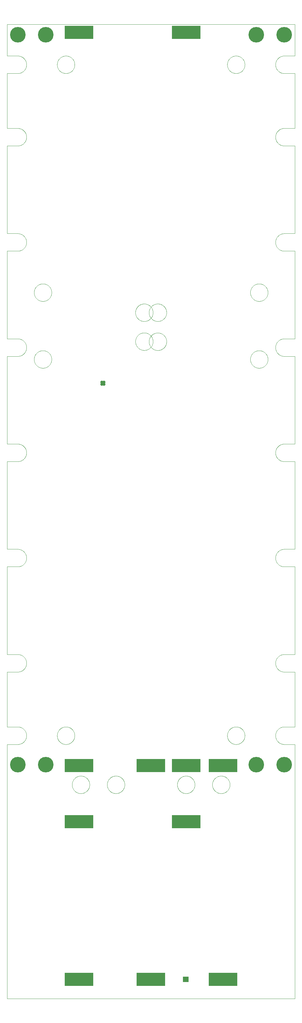
<source format=gts>
G75*
%MOIN*%
%OFA0B0*%
%FSLAX25Y25*%
%IPPOS*%
%LPD*%
%AMOC8*
5,1,8,0,0,1.08239X$1,22.5*
%
%ADD10C,0.00004*%
%ADD11C,0.00394*%
%ADD12R,0.32296X0.14580*%
%ADD13C,0.17493*%
%ADD14R,0.03778X0.03778*%
%ADD15C,0.03581*%
D10*
X0001063Y0001002D02*
X0323898Y0001002D01*
X0323898Y0286435D01*
X0312087Y0286435D01*
X0311847Y0286438D01*
X0311608Y0286447D01*
X0311369Y0286461D01*
X0311130Y0286482D01*
X0310891Y0286508D01*
X0310654Y0286540D01*
X0310417Y0286578D01*
X0310181Y0286621D01*
X0309947Y0286670D01*
X0309714Y0286725D01*
X0309482Y0286786D01*
X0309251Y0286852D01*
X0309023Y0286924D01*
X0308796Y0287002D01*
X0308571Y0287084D01*
X0308348Y0287173D01*
X0308127Y0287267D01*
X0307909Y0287366D01*
X0307693Y0287470D01*
X0307480Y0287580D01*
X0307270Y0287694D01*
X0307062Y0287814D01*
X0306857Y0287939D01*
X0306656Y0288069D01*
X0306458Y0288204D01*
X0306263Y0288343D01*
X0306071Y0288487D01*
X0305883Y0288636D01*
X0305699Y0288789D01*
X0305519Y0288947D01*
X0305342Y0289109D01*
X0305169Y0289276D01*
X0305001Y0289446D01*
X0304837Y0289621D01*
X0304677Y0289799D01*
X0304521Y0289982D01*
X0304370Y0290168D01*
X0304224Y0290358D01*
X0304082Y0290551D01*
X0303945Y0290747D01*
X0303812Y0290947D01*
X0303685Y0291150D01*
X0303563Y0291356D01*
X0303445Y0291566D01*
X0303333Y0291777D01*
X0303226Y0291992D01*
X0303124Y0292209D01*
X0303028Y0292428D01*
X0302937Y0292650D01*
X0302851Y0292874D01*
X0302771Y0293100D01*
X0302697Y0293328D01*
X0302628Y0293557D01*
X0302564Y0293788D01*
X0302506Y0294021D01*
X0302454Y0294255D01*
X0302408Y0294490D01*
X0302367Y0294726D01*
X0302332Y0294964D01*
X0302303Y0295201D01*
X0302280Y0295440D01*
X0302262Y0295679D01*
X0302251Y0295919D01*
X0302245Y0296158D01*
X0302245Y0296398D01*
X0302251Y0296637D01*
X0302262Y0296877D01*
X0302280Y0297116D01*
X0302303Y0297355D01*
X0302332Y0297592D01*
X0302367Y0297830D01*
X0302408Y0298066D01*
X0302454Y0298301D01*
X0302506Y0298535D01*
X0302564Y0298768D01*
X0302628Y0298999D01*
X0302697Y0299228D01*
X0302771Y0299456D01*
X0302851Y0299682D01*
X0302937Y0299906D01*
X0303028Y0300128D01*
X0303124Y0300347D01*
X0303226Y0300564D01*
X0303333Y0300779D01*
X0303445Y0300990D01*
X0303563Y0301200D01*
X0303685Y0301406D01*
X0303812Y0301609D01*
X0303945Y0301809D01*
X0304082Y0302005D01*
X0304224Y0302198D01*
X0304370Y0302388D01*
X0304521Y0302574D01*
X0304677Y0302757D01*
X0304837Y0302935D01*
X0305001Y0303110D01*
X0305169Y0303280D01*
X0305342Y0303447D01*
X0305519Y0303609D01*
X0305699Y0303767D01*
X0305883Y0303920D01*
X0306071Y0304069D01*
X0306263Y0304213D01*
X0306458Y0304352D01*
X0306656Y0304487D01*
X0306857Y0304617D01*
X0307062Y0304742D01*
X0307270Y0304862D01*
X0307480Y0304976D01*
X0307693Y0305086D01*
X0307909Y0305190D01*
X0308127Y0305289D01*
X0308348Y0305383D01*
X0308571Y0305472D01*
X0308796Y0305554D01*
X0309023Y0305632D01*
X0309251Y0305704D01*
X0309482Y0305770D01*
X0309714Y0305831D01*
X0309947Y0305886D01*
X0310181Y0305935D01*
X0310417Y0305978D01*
X0310654Y0306016D01*
X0310891Y0306048D01*
X0311130Y0306074D01*
X0311369Y0306095D01*
X0311608Y0306109D01*
X0311847Y0306118D01*
X0312087Y0306121D01*
X0312087Y0306120D02*
X0323898Y0306120D01*
X0323898Y0367734D01*
X0312087Y0367734D01*
X0311847Y0367737D01*
X0311608Y0367746D01*
X0311369Y0367760D01*
X0311130Y0367781D01*
X0310891Y0367807D01*
X0310654Y0367839D01*
X0310417Y0367877D01*
X0310181Y0367920D01*
X0309947Y0367969D01*
X0309714Y0368024D01*
X0309482Y0368085D01*
X0309251Y0368151D01*
X0309023Y0368223D01*
X0308796Y0368301D01*
X0308571Y0368383D01*
X0308348Y0368472D01*
X0308127Y0368566D01*
X0307909Y0368665D01*
X0307693Y0368769D01*
X0307480Y0368879D01*
X0307270Y0368993D01*
X0307062Y0369113D01*
X0306857Y0369238D01*
X0306656Y0369368D01*
X0306458Y0369503D01*
X0306263Y0369642D01*
X0306071Y0369786D01*
X0305883Y0369935D01*
X0305699Y0370088D01*
X0305519Y0370246D01*
X0305342Y0370408D01*
X0305169Y0370575D01*
X0305001Y0370745D01*
X0304837Y0370920D01*
X0304677Y0371098D01*
X0304521Y0371281D01*
X0304370Y0371467D01*
X0304224Y0371657D01*
X0304082Y0371850D01*
X0303945Y0372046D01*
X0303812Y0372246D01*
X0303685Y0372449D01*
X0303563Y0372655D01*
X0303445Y0372865D01*
X0303333Y0373076D01*
X0303226Y0373291D01*
X0303124Y0373508D01*
X0303028Y0373727D01*
X0302937Y0373949D01*
X0302851Y0374173D01*
X0302771Y0374399D01*
X0302697Y0374627D01*
X0302628Y0374856D01*
X0302564Y0375087D01*
X0302506Y0375320D01*
X0302454Y0375554D01*
X0302408Y0375789D01*
X0302367Y0376025D01*
X0302332Y0376263D01*
X0302303Y0376500D01*
X0302280Y0376739D01*
X0302262Y0376978D01*
X0302251Y0377218D01*
X0302245Y0377457D01*
X0302245Y0377697D01*
X0302251Y0377936D01*
X0302262Y0378176D01*
X0302280Y0378415D01*
X0302303Y0378654D01*
X0302332Y0378891D01*
X0302367Y0379129D01*
X0302408Y0379365D01*
X0302454Y0379600D01*
X0302506Y0379834D01*
X0302564Y0380067D01*
X0302628Y0380298D01*
X0302697Y0380527D01*
X0302771Y0380755D01*
X0302851Y0380981D01*
X0302937Y0381205D01*
X0303028Y0381427D01*
X0303124Y0381646D01*
X0303226Y0381863D01*
X0303333Y0382078D01*
X0303445Y0382289D01*
X0303563Y0382499D01*
X0303685Y0382705D01*
X0303812Y0382908D01*
X0303945Y0383108D01*
X0304082Y0383304D01*
X0304224Y0383497D01*
X0304370Y0383687D01*
X0304521Y0383873D01*
X0304677Y0384056D01*
X0304837Y0384234D01*
X0305001Y0384409D01*
X0305169Y0384579D01*
X0305342Y0384746D01*
X0305519Y0384908D01*
X0305699Y0385066D01*
X0305883Y0385219D01*
X0306071Y0385368D01*
X0306263Y0385512D01*
X0306458Y0385651D01*
X0306656Y0385786D01*
X0306857Y0385916D01*
X0307062Y0386041D01*
X0307270Y0386161D01*
X0307480Y0386275D01*
X0307693Y0386385D01*
X0307909Y0386489D01*
X0308127Y0386588D01*
X0308348Y0386682D01*
X0308571Y0386771D01*
X0308796Y0386853D01*
X0309023Y0386931D01*
X0309251Y0387003D01*
X0309482Y0387069D01*
X0309714Y0387130D01*
X0309947Y0387185D01*
X0310181Y0387234D01*
X0310417Y0387277D01*
X0310654Y0387315D01*
X0310891Y0387347D01*
X0311130Y0387373D01*
X0311369Y0387394D01*
X0311608Y0387408D01*
X0311847Y0387417D01*
X0312087Y0387420D01*
X0312087Y0387419D02*
X0323898Y0387419D01*
X0323898Y0485844D01*
X0312087Y0485844D01*
X0311847Y0485847D01*
X0311608Y0485856D01*
X0311369Y0485870D01*
X0311130Y0485891D01*
X0310891Y0485917D01*
X0310654Y0485949D01*
X0310417Y0485987D01*
X0310181Y0486030D01*
X0309947Y0486079D01*
X0309714Y0486134D01*
X0309482Y0486195D01*
X0309251Y0486261D01*
X0309023Y0486333D01*
X0308796Y0486411D01*
X0308571Y0486493D01*
X0308348Y0486582D01*
X0308127Y0486676D01*
X0307909Y0486775D01*
X0307693Y0486879D01*
X0307480Y0486989D01*
X0307270Y0487103D01*
X0307062Y0487223D01*
X0306857Y0487348D01*
X0306656Y0487478D01*
X0306458Y0487613D01*
X0306263Y0487752D01*
X0306071Y0487896D01*
X0305883Y0488045D01*
X0305699Y0488198D01*
X0305519Y0488356D01*
X0305342Y0488518D01*
X0305169Y0488685D01*
X0305001Y0488855D01*
X0304837Y0489030D01*
X0304677Y0489208D01*
X0304521Y0489391D01*
X0304370Y0489577D01*
X0304224Y0489767D01*
X0304082Y0489960D01*
X0303945Y0490156D01*
X0303812Y0490356D01*
X0303685Y0490559D01*
X0303563Y0490765D01*
X0303445Y0490975D01*
X0303333Y0491186D01*
X0303226Y0491401D01*
X0303124Y0491618D01*
X0303028Y0491837D01*
X0302937Y0492059D01*
X0302851Y0492283D01*
X0302771Y0492509D01*
X0302697Y0492737D01*
X0302628Y0492966D01*
X0302564Y0493197D01*
X0302506Y0493430D01*
X0302454Y0493664D01*
X0302408Y0493899D01*
X0302367Y0494135D01*
X0302332Y0494373D01*
X0302303Y0494610D01*
X0302280Y0494849D01*
X0302262Y0495088D01*
X0302251Y0495328D01*
X0302245Y0495567D01*
X0302245Y0495807D01*
X0302251Y0496046D01*
X0302262Y0496286D01*
X0302280Y0496525D01*
X0302303Y0496764D01*
X0302332Y0497001D01*
X0302367Y0497239D01*
X0302408Y0497475D01*
X0302454Y0497710D01*
X0302506Y0497944D01*
X0302564Y0498177D01*
X0302628Y0498408D01*
X0302697Y0498637D01*
X0302771Y0498865D01*
X0302851Y0499091D01*
X0302937Y0499315D01*
X0303028Y0499537D01*
X0303124Y0499756D01*
X0303226Y0499973D01*
X0303333Y0500188D01*
X0303445Y0500399D01*
X0303563Y0500609D01*
X0303685Y0500815D01*
X0303812Y0501018D01*
X0303945Y0501218D01*
X0304082Y0501414D01*
X0304224Y0501607D01*
X0304370Y0501797D01*
X0304521Y0501983D01*
X0304677Y0502166D01*
X0304837Y0502344D01*
X0305001Y0502519D01*
X0305169Y0502689D01*
X0305342Y0502856D01*
X0305519Y0503018D01*
X0305699Y0503176D01*
X0305883Y0503329D01*
X0306071Y0503478D01*
X0306263Y0503622D01*
X0306458Y0503761D01*
X0306656Y0503896D01*
X0306857Y0504026D01*
X0307062Y0504151D01*
X0307270Y0504271D01*
X0307480Y0504385D01*
X0307693Y0504495D01*
X0307909Y0504599D01*
X0308127Y0504698D01*
X0308348Y0504792D01*
X0308571Y0504881D01*
X0308796Y0504963D01*
X0309023Y0505041D01*
X0309251Y0505113D01*
X0309482Y0505179D01*
X0309714Y0505240D01*
X0309947Y0505295D01*
X0310181Y0505344D01*
X0310417Y0505387D01*
X0310654Y0505425D01*
X0310891Y0505457D01*
X0311130Y0505483D01*
X0311369Y0505504D01*
X0311608Y0505518D01*
X0311847Y0505527D01*
X0312087Y0505530D01*
X0323898Y0505530D01*
X0323898Y0603955D01*
X0312087Y0603955D01*
X0312087Y0603954D02*
X0311847Y0603957D01*
X0311608Y0603966D01*
X0311369Y0603980D01*
X0311130Y0604001D01*
X0310891Y0604027D01*
X0310654Y0604059D01*
X0310417Y0604097D01*
X0310181Y0604140D01*
X0309947Y0604189D01*
X0309714Y0604244D01*
X0309482Y0604305D01*
X0309251Y0604371D01*
X0309023Y0604443D01*
X0308796Y0604521D01*
X0308571Y0604603D01*
X0308348Y0604692D01*
X0308127Y0604786D01*
X0307909Y0604885D01*
X0307693Y0604989D01*
X0307480Y0605099D01*
X0307270Y0605213D01*
X0307062Y0605333D01*
X0306857Y0605458D01*
X0306656Y0605588D01*
X0306458Y0605723D01*
X0306263Y0605862D01*
X0306071Y0606006D01*
X0305883Y0606155D01*
X0305699Y0606308D01*
X0305519Y0606466D01*
X0305342Y0606628D01*
X0305169Y0606795D01*
X0305001Y0606965D01*
X0304837Y0607140D01*
X0304677Y0607318D01*
X0304521Y0607501D01*
X0304370Y0607687D01*
X0304224Y0607877D01*
X0304082Y0608070D01*
X0303945Y0608266D01*
X0303812Y0608466D01*
X0303685Y0608669D01*
X0303563Y0608876D01*
X0303445Y0609085D01*
X0303333Y0609296D01*
X0303226Y0609511D01*
X0303124Y0609728D01*
X0303028Y0609947D01*
X0302937Y0610169D01*
X0302851Y0610393D01*
X0302771Y0610619D01*
X0302697Y0610847D01*
X0302628Y0611076D01*
X0302564Y0611307D01*
X0302506Y0611540D01*
X0302454Y0611774D01*
X0302408Y0612009D01*
X0302367Y0612245D01*
X0302332Y0612483D01*
X0302303Y0612720D01*
X0302280Y0612959D01*
X0302262Y0613198D01*
X0302251Y0613438D01*
X0302245Y0613677D01*
X0302245Y0613917D01*
X0302251Y0614156D01*
X0302262Y0614396D01*
X0302280Y0614635D01*
X0302303Y0614874D01*
X0302332Y0615111D01*
X0302367Y0615349D01*
X0302408Y0615585D01*
X0302454Y0615820D01*
X0302506Y0616054D01*
X0302564Y0616287D01*
X0302628Y0616518D01*
X0302697Y0616747D01*
X0302771Y0616975D01*
X0302851Y0617201D01*
X0302937Y0617425D01*
X0303028Y0617647D01*
X0303124Y0617866D01*
X0303226Y0618083D01*
X0303333Y0618298D01*
X0303445Y0618509D01*
X0303563Y0618719D01*
X0303685Y0618925D01*
X0303812Y0619128D01*
X0303945Y0619328D01*
X0304082Y0619524D01*
X0304224Y0619717D01*
X0304370Y0619907D01*
X0304521Y0620093D01*
X0304677Y0620276D01*
X0304837Y0620454D01*
X0305001Y0620629D01*
X0305169Y0620799D01*
X0305342Y0620966D01*
X0305519Y0621128D01*
X0305699Y0621286D01*
X0305883Y0621439D01*
X0306071Y0621588D01*
X0306263Y0621732D01*
X0306458Y0621871D01*
X0306656Y0622006D01*
X0306857Y0622136D01*
X0307062Y0622261D01*
X0307270Y0622381D01*
X0307480Y0622495D01*
X0307693Y0622605D01*
X0307909Y0622709D01*
X0308127Y0622808D01*
X0308348Y0622902D01*
X0308571Y0622991D01*
X0308796Y0623073D01*
X0309023Y0623151D01*
X0309251Y0623223D01*
X0309482Y0623289D01*
X0309714Y0623350D01*
X0309947Y0623405D01*
X0310181Y0623454D01*
X0310417Y0623497D01*
X0310654Y0623535D01*
X0310891Y0623567D01*
X0311130Y0623593D01*
X0311369Y0623614D01*
X0311608Y0623628D01*
X0311847Y0623637D01*
X0312087Y0623640D01*
X0323898Y0623640D01*
X0323898Y0722065D01*
X0312087Y0722065D01*
X0312087Y0722064D02*
X0311847Y0722067D01*
X0311608Y0722076D01*
X0311369Y0722090D01*
X0311130Y0722111D01*
X0310891Y0722137D01*
X0310654Y0722169D01*
X0310417Y0722207D01*
X0310181Y0722250D01*
X0309947Y0722299D01*
X0309714Y0722354D01*
X0309482Y0722415D01*
X0309251Y0722481D01*
X0309023Y0722553D01*
X0308796Y0722631D01*
X0308571Y0722713D01*
X0308348Y0722802D01*
X0308127Y0722896D01*
X0307909Y0722995D01*
X0307693Y0723099D01*
X0307480Y0723209D01*
X0307270Y0723323D01*
X0307062Y0723443D01*
X0306857Y0723568D01*
X0306656Y0723698D01*
X0306458Y0723833D01*
X0306263Y0723972D01*
X0306071Y0724116D01*
X0305883Y0724265D01*
X0305699Y0724418D01*
X0305519Y0724576D01*
X0305342Y0724738D01*
X0305169Y0724905D01*
X0305001Y0725075D01*
X0304837Y0725250D01*
X0304677Y0725428D01*
X0304521Y0725611D01*
X0304370Y0725797D01*
X0304224Y0725987D01*
X0304082Y0726180D01*
X0303945Y0726376D01*
X0303812Y0726576D01*
X0303685Y0726779D01*
X0303563Y0726986D01*
X0303445Y0727195D01*
X0303333Y0727406D01*
X0303226Y0727621D01*
X0303124Y0727838D01*
X0303028Y0728057D01*
X0302937Y0728279D01*
X0302851Y0728503D01*
X0302771Y0728729D01*
X0302697Y0728957D01*
X0302628Y0729186D01*
X0302564Y0729417D01*
X0302506Y0729650D01*
X0302454Y0729884D01*
X0302408Y0730119D01*
X0302367Y0730355D01*
X0302332Y0730593D01*
X0302303Y0730830D01*
X0302280Y0731069D01*
X0302262Y0731308D01*
X0302251Y0731548D01*
X0302245Y0731787D01*
X0302245Y0732027D01*
X0302251Y0732266D01*
X0302262Y0732506D01*
X0302280Y0732745D01*
X0302303Y0732984D01*
X0302332Y0733221D01*
X0302367Y0733459D01*
X0302408Y0733695D01*
X0302454Y0733930D01*
X0302506Y0734164D01*
X0302564Y0734397D01*
X0302628Y0734628D01*
X0302697Y0734857D01*
X0302771Y0735085D01*
X0302851Y0735311D01*
X0302937Y0735535D01*
X0303028Y0735757D01*
X0303124Y0735976D01*
X0303226Y0736193D01*
X0303333Y0736408D01*
X0303445Y0736619D01*
X0303563Y0736829D01*
X0303685Y0737035D01*
X0303812Y0737238D01*
X0303945Y0737438D01*
X0304082Y0737634D01*
X0304224Y0737827D01*
X0304370Y0738017D01*
X0304521Y0738203D01*
X0304677Y0738386D01*
X0304837Y0738564D01*
X0305001Y0738739D01*
X0305169Y0738909D01*
X0305342Y0739076D01*
X0305519Y0739238D01*
X0305699Y0739396D01*
X0305883Y0739549D01*
X0306071Y0739698D01*
X0306263Y0739842D01*
X0306458Y0739981D01*
X0306656Y0740116D01*
X0306857Y0740246D01*
X0307062Y0740371D01*
X0307270Y0740491D01*
X0307480Y0740605D01*
X0307693Y0740715D01*
X0307909Y0740819D01*
X0308127Y0740918D01*
X0308348Y0741012D01*
X0308571Y0741101D01*
X0308796Y0741183D01*
X0309023Y0741261D01*
X0309251Y0741333D01*
X0309482Y0741399D01*
X0309714Y0741460D01*
X0309947Y0741515D01*
X0310181Y0741564D01*
X0310417Y0741607D01*
X0310654Y0741645D01*
X0310891Y0741677D01*
X0311130Y0741703D01*
X0311369Y0741724D01*
X0311608Y0741738D01*
X0311847Y0741747D01*
X0312087Y0741750D01*
X0323898Y0741750D01*
X0323898Y0840175D01*
X0312087Y0840175D01*
X0311847Y0840178D01*
X0311608Y0840187D01*
X0311369Y0840201D01*
X0311130Y0840222D01*
X0310891Y0840248D01*
X0310654Y0840280D01*
X0310417Y0840318D01*
X0310181Y0840361D01*
X0309947Y0840410D01*
X0309714Y0840465D01*
X0309482Y0840526D01*
X0309251Y0840592D01*
X0309023Y0840664D01*
X0308796Y0840742D01*
X0308571Y0840824D01*
X0308348Y0840913D01*
X0308127Y0841007D01*
X0307909Y0841106D01*
X0307693Y0841210D01*
X0307480Y0841320D01*
X0307270Y0841434D01*
X0307062Y0841554D01*
X0306857Y0841679D01*
X0306656Y0841809D01*
X0306458Y0841944D01*
X0306263Y0842083D01*
X0306071Y0842227D01*
X0305883Y0842376D01*
X0305699Y0842529D01*
X0305519Y0842687D01*
X0305342Y0842849D01*
X0305169Y0843016D01*
X0305001Y0843186D01*
X0304837Y0843361D01*
X0304677Y0843539D01*
X0304521Y0843722D01*
X0304370Y0843908D01*
X0304224Y0844098D01*
X0304082Y0844291D01*
X0303945Y0844487D01*
X0303812Y0844687D01*
X0303685Y0844890D01*
X0303563Y0845097D01*
X0303445Y0845306D01*
X0303333Y0845517D01*
X0303226Y0845732D01*
X0303124Y0845949D01*
X0303028Y0846168D01*
X0302937Y0846390D01*
X0302851Y0846614D01*
X0302771Y0846840D01*
X0302697Y0847068D01*
X0302628Y0847297D01*
X0302564Y0847528D01*
X0302506Y0847761D01*
X0302454Y0847995D01*
X0302408Y0848230D01*
X0302367Y0848466D01*
X0302332Y0848704D01*
X0302303Y0848941D01*
X0302280Y0849180D01*
X0302262Y0849419D01*
X0302251Y0849659D01*
X0302245Y0849898D01*
X0302245Y0850138D01*
X0302251Y0850377D01*
X0302262Y0850617D01*
X0302280Y0850856D01*
X0302303Y0851095D01*
X0302332Y0851332D01*
X0302367Y0851570D01*
X0302408Y0851806D01*
X0302454Y0852041D01*
X0302506Y0852275D01*
X0302564Y0852508D01*
X0302628Y0852739D01*
X0302697Y0852968D01*
X0302771Y0853196D01*
X0302851Y0853422D01*
X0302937Y0853646D01*
X0303028Y0853868D01*
X0303124Y0854087D01*
X0303226Y0854304D01*
X0303333Y0854519D01*
X0303445Y0854730D01*
X0303563Y0854940D01*
X0303685Y0855146D01*
X0303812Y0855349D01*
X0303945Y0855549D01*
X0304082Y0855745D01*
X0304224Y0855938D01*
X0304370Y0856128D01*
X0304521Y0856314D01*
X0304677Y0856497D01*
X0304837Y0856675D01*
X0305001Y0856850D01*
X0305169Y0857020D01*
X0305342Y0857187D01*
X0305519Y0857349D01*
X0305699Y0857507D01*
X0305883Y0857660D01*
X0306071Y0857809D01*
X0306263Y0857953D01*
X0306458Y0858092D01*
X0306656Y0858227D01*
X0306857Y0858357D01*
X0307062Y0858482D01*
X0307270Y0858602D01*
X0307480Y0858716D01*
X0307693Y0858826D01*
X0307909Y0858930D01*
X0308127Y0859029D01*
X0308348Y0859123D01*
X0308571Y0859212D01*
X0308796Y0859294D01*
X0309023Y0859372D01*
X0309251Y0859444D01*
X0309482Y0859510D01*
X0309714Y0859571D01*
X0309947Y0859626D01*
X0310181Y0859675D01*
X0310417Y0859718D01*
X0310654Y0859756D01*
X0310891Y0859788D01*
X0311130Y0859814D01*
X0311369Y0859835D01*
X0311608Y0859849D01*
X0311847Y0859858D01*
X0312087Y0859861D01*
X0312087Y0859860D02*
X0323898Y0859860D01*
X0323898Y0958285D01*
X0312087Y0958285D01*
X0311847Y0958288D01*
X0311608Y0958297D01*
X0311369Y0958311D01*
X0311130Y0958332D01*
X0310891Y0958358D01*
X0310654Y0958390D01*
X0310417Y0958428D01*
X0310181Y0958471D01*
X0309947Y0958520D01*
X0309714Y0958575D01*
X0309482Y0958636D01*
X0309251Y0958702D01*
X0309023Y0958774D01*
X0308796Y0958852D01*
X0308571Y0958934D01*
X0308348Y0959023D01*
X0308127Y0959117D01*
X0307909Y0959216D01*
X0307693Y0959320D01*
X0307480Y0959430D01*
X0307270Y0959544D01*
X0307062Y0959664D01*
X0306857Y0959789D01*
X0306656Y0959919D01*
X0306458Y0960054D01*
X0306263Y0960193D01*
X0306071Y0960337D01*
X0305883Y0960486D01*
X0305699Y0960639D01*
X0305519Y0960797D01*
X0305342Y0960959D01*
X0305169Y0961126D01*
X0305001Y0961296D01*
X0304837Y0961471D01*
X0304677Y0961649D01*
X0304521Y0961832D01*
X0304370Y0962018D01*
X0304224Y0962208D01*
X0304082Y0962401D01*
X0303945Y0962597D01*
X0303812Y0962797D01*
X0303685Y0963000D01*
X0303563Y0963207D01*
X0303445Y0963416D01*
X0303333Y0963627D01*
X0303226Y0963842D01*
X0303124Y0964059D01*
X0303028Y0964278D01*
X0302937Y0964500D01*
X0302851Y0964724D01*
X0302771Y0964950D01*
X0302697Y0965178D01*
X0302628Y0965407D01*
X0302564Y0965638D01*
X0302506Y0965871D01*
X0302454Y0966105D01*
X0302408Y0966340D01*
X0302367Y0966576D01*
X0302332Y0966814D01*
X0302303Y0967051D01*
X0302280Y0967290D01*
X0302262Y0967529D01*
X0302251Y0967769D01*
X0302245Y0968008D01*
X0302245Y0968248D01*
X0302251Y0968487D01*
X0302262Y0968727D01*
X0302280Y0968966D01*
X0302303Y0969205D01*
X0302332Y0969442D01*
X0302367Y0969680D01*
X0302408Y0969916D01*
X0302454Y0970151D01*
X0302506Y0970385D01*
X0302564Y0970618D01*
X0302628Y0970849D01*
X0302697Y0971078D01*
X0302771Y0971306D01*
X0302851Y0971532D01*
X0302937Y0971756D01*
X0303028Y0971978D01*
X0303124Y0972197D01*
X0303226Y0972414D01*
X0303333Y0972629D01*
X0303445Y0972840D01*
X0303563Y0973050D01*
X0303685Y0973256D01*
X0303812Y0973459D01*
X0303945Y0973659D01*
X0304082Y0973855D01*
X0304224Y0974048D01*
X0304370Y0974238D01*
X0304521Y0974424D01*
X0304677Y0974607D01*
X0304837Y0974785D01*
X0305001Y0974960D01*
X0305169Y0975130D01*
X0305342Y0975297D01*
X0305519Y0975459D01*
X0305699Y0975617D01*
X0305883Y0975770D01*
X0306071Y0975919D01*
X0306263Y0976063D01*
X0306458Y0976202D01*
X0306656Y0976337D01*
X0306857Y0976467D01*
X0307062Y0976592D01*
X0307270Y0976712D01*
X0307480Y0976826D01*
X0307693Y0976936D01*
X0307909Y0977040D01*
X0308127Y0977139D01*
X0308348Y0977233D01*
X0308571Y0977322D01*
X0308796Y0977404D01*
X0309023Y0977482D01*
X0309251Y0977554D01*
X0309482Y0977620D01*
X0309714Y0977681D01*
X0309947Y0977736D01*
X0310181Y0977785D01*
X0310417Y0977828D01*
X0310654Y0977866D01*
X0310891Y0977898D01*
X0311130Y0977924D01*
X0311369Y0977945D01*
X0311608Y0977959D01*
X0311847Y0977968D01*
X0312087Y0977971D01*
X0312087Y0977970D02*
X0323898Y0977970D01*
X0323898Y1039585D01*
X0312087Y1039585D01*
X0312087Y1039584D02*
X0311847Y1039587D01*
X0311608Y1039596D01*
X0311369Y1039610D01*
X0311130Y1039631D01*
X0310891Y1039657D01*
X0310654Y1039689D01*
X0310417Y1039727D01*
X0310181Y1039770D01*
X0309947Y1039819D01*
X0309714Y1039874D01*
X0309482Y1039935D01*
X0309251Y1040001D01*
X0309023Y1040073D01*
X0308796Y1040151D01*
X0308571Y1040233D01*
X0308348Y1040322D01*
X0308127Y1040416D01*
X0307909Y1040515D01*
X0307693Y1040619D01*
X0307480Y1040729D01*
X0307270Y1040843D01*
X0307062Y1040963D01*
X0306857Y1041088D01*
X0306656Y1041218D01*
X0306458Y1041353D01*
X0306263Y1041492D01*
X0306071Y1041636D01*
X0305883Y1041785D01*
X0305699Y1041938D01*
X0305519Y1042096D01*
X0305342Y1042258D01*
X0305169Y1042425D01*
X0305001Y1042595D01*
X0304837Y1042770D01*
X0304677Y1042948D01*
X0304521Y1043131D01*
X0304370Y1043317D01*
X0304224Y1043507D01*
X0304082Y1043700D01*
X0303945Y1043896D01*
X0303812Y1044096D01*
X0303685Y1044299D01*
X0303563Y1044506D01*
X0303445Y1044715D01*
X0303333Y1044926D01*
X0303226Y1045141D01*
X0303124Y1045358D01*
X0303028Y1045577D01*
X0302937Y1045799D01*
X0302851Y1046023D01*
X0302771Y1046249D01*
X0302697Y1046477D01*
X0302628Y1046706D01*
X0302564Y1046937D01*
X0302506Y1047170D01*
X0302454Y1047404D01*
X0302408Y1047639D01*
X0302367Y1047875D01*
X0302332Y1048113D01*
X0302303Y1048350D01*
X0302280Y1048589D01*
X0302262Y1048828D01*
X0302251Y1049068D01*
X0302245Y1049307D01*
X0302245Y1049547D01*
X0302251Y1049786D01*
X0302262Y1050026D01*
X0302280Y1050265D01*
X0302303Y1050504D01*
X0302332Y1050741D01*
X0302367Y1050979D01*
X0302408Y1051215D01*
X0302454Y1051450D01*
X0302506Y1051684D01*
X0302564Y1051917D01*
X0302628Y1052148D01*
X0302697Y1052377D01*
X0302771Y1052605D01*
X0302851Y1052831D01*
X0302937Y1053055D01*
X0303028Y1053277D01*
X0303124Y1053496D01*
X0303226Y1053713D01*
X0303333Y1053928D01*
X0303445Y1054139D01*
X0303563Y1054349D01*
X0303685Y1054555D01*
X0303812Y1054758D01*
X0303945Y1054958D01*
X0304082Y1055154D01*
X0304224Y1055347D01*
X0304370Y1055537D01*
X0304521Y1055723D01*
X0304677Y1055906D01*
X0304837Y1056084D01*
X0305001Y1056259D01*
X0305169Y1056429D01*
X0305342Y1056596D01*
X0305519Y1056758D01*
X0305699Y1056916D01*
X0305883Y1057069D01*
X0306071Y1057218D01*
X0306263Y1057362D01*
X0306458Y1057501D01*
X0306656Y1057636D01*
X0306857Y1057766D01*
X0307062Y1057891D01*
X0307270Y1058011D01*
X0307480Y1058125D01*
X0307693Y1058235D01*
X0307909Y1058339D01*
X0308127Y1058438D01*
X0308348Y1058532D01*
X0308571Y1058621D01*
X0308796Y1058703D01*
X0309023Y1058781D01*
X0309251Y1058853D01*
X0309482Y1058919D01*
X0309714Y1058980D01*
X0309947Y1059035D01*
X0310181Y1059084D01*
X0310417Y1059127D01*
X0310654Y1059165D01*
X0310891Y1059197D01*
X0311130Y1059223D01*
X0311369Y1059244D01*
X0311608Y1059258D01*
X0311847Y1059267D01*
X0312087Y1059270D01*
X0323898Y1059270D01*
X0323898Y1094703D01*
X0001063Y1094703D01*
X0001063Y1059270D01*
X0012874Y1059270D01*
X0013114Y1059267D01*
X0013353Y1059258D01*
X0013592Y1059244D01*
X0013831Y1059223D01*
X0014070Y1059197D01*
X0014307Y1059165D01*
X0014544Y1059127D01*
X0014780Y1059084D01*
X0015014Y1059035D01*
X0015247Y1058980D01*
X0015479Y1058919D01*
X0015710Y1058853D01*
X0015938Y1058781D01*
X0016165Y1058703D01*
X0016390Y1058621D01*
X0016613Y1058532D01*
X0016834Y1058438D01*
X0017052Y1058339D01*
X0017268Y1058235D01*
X0017481Y1058125D01*
X0017691Y1058011D01*
X0017899Y1057891D01*
X0018104Y1057766D01*
X0018305Y1057636D01*
X0018503Y1057501D01*
X0018698Y1057362D01*
X0018890Y1057218D01*
X0019078Y1057069D01*
X0019262Y1056916D01*
X0019442Y1056758D01*
X0019619Y1056596D01*
X0019792Y1056429D01*
X0019960Y1056259D01*
X0020124Y1056084D01*
X0020284Y1055906D01*
X0020440Y1055723D01*
X0020591Y1055537D01*
X0020737Y1055347D01*
X0020879Y1055154D01*
X0021016Y1054958D01*
X0021149Y1054758D01*
X0021276Y1054555D01*
X0021398Y1054349D01*
X0021516Y1054139D01*
X0021628Y1053928D01*
X0021735Y1053713D01*
X0021837Y1053496D01*
X0021933Y1053277D01*
X0022024Y1053055D01*
X0022110Y1052831D01*
X0022190Y1052605D01*
X0022264Y1052377D01*
X0022333Y1052148D01*
X0022397Y1051917D01*
X0022455Y1051684D01*
X0022507Y1051450D01*
X0022553Y1051215D01*
X0022594Y1050979D01*
X0022629Y1050741D01*
X0022658Y1050504D01*
X0022681Y1050265D01*
X0022699Y1050026D01*
X0022710Y1049786D01*
X0022716Y1049547D01*
X0022716Y1049307D01*
X0022710Y1049068D01*
X0022699Y1048828D01*
X0022681Y1048589D01*
X0022658Y1048350D01*
X0022629Y1048113D01*
X0022594Y1047875D01*
X0022553Y1047639D01*
X0022507Y1047404D01*
X0022455Y1047170D01*
X0022397Y1046937D01*
X0022333Y1046706D01*
X0022264Y1046477D01*
X0022190Y1046249D01*
X0022110Y1046023D01*
X0022024Y1045799D01*
X0021933Y1045577D01*
X0021837Y1045358D01*
X0021735Y1045141D01*
X0021628Y1044926D01*
X0021516Y1044715D01*
X0021398Y1044506D01*
X0021276Y1044299D01*
X0021149Y1044096D01*
X0021016Y1043896D01*
X0020879Y1043700D01*
X0020737Y1043507D01*
X0020591Y1043317D01*
X0020440Y1043131D01*
X0020284Y1042948D01*
X0020124Y1042770D01*
X0019960Y1042595D01*
X0019792Y1042425D01*
X0019619Y1042258D01*
X0019442Y1042096D01*
X0019262Y1041938D01*
X0019078Y1041785D01*
X0018890Y1041636D01*
X0018698Y1041492D01*
X0018503Y1041353D01*
X0018305Y1041218D01*
X0018104Y1041088D01*
X0017899Y1040963D01*
X0017691Y1040843D01*
X0017481Y1040729D01*
X0017268Y1040619D01*
X0017052Y1040515D01*
X0016834Y1040416D01*
X0016613Y1040322D01*
X0016390Y1040233D01*
X0016165Y1040151D01*
X0015938Y1040073D01*
X0015710Y1040001D01*
X0015479Y1039935D01*
X0015247Y1039874D01*
X0015014Y1039819D01*
X0014780Y1039770D01*
X0014544Y1039727D01*
X0014307Y1039689D01*
X0014070Y1039657D01*
X0013831Y1039631D01*
X0013592Y1039610D01*
X0013353Y1039596D01*
X0013114Y1039587D01*
X0012874Y1039584D01*
X0012874Y1039585D02*
X0001063Y1039585D01*
X0001063Y0977970D01*
X0012874Y0977970D01*
X0012874Y0977971D02*
X0013114Y0977968D01*
X0013353Y0977959D01*
X0013592Y0977945D01*
X0013831Y0977924D01*
X0014070Y0977898D01*
X0014307Y0977866D01*
X0014544Y0977828D01*
X0014780Y0977785D01*
X0015014Y0977736D01*
X0015247Y0977681D01*
X0015479Y0977620D01*
X0015710Y0977554D01*
X0015938Y0977482D01*
X0016165Y0977404D01*
X0016390Y0977322D01*
X0016613Y0977233D01*
X0016834Y0977139D01*
X0017052Y0977040D01*
X0017268Y0976936D01*
X0017481Y0976826D01*
X0017691Y0976712D01*
X0017899Y0976592D01*
X0018104Y0976467D01*
X0018305Y0976337D01*
X0018503Y0976202D01*
X0018698Y0976063D01*
X0018890Y0975919D01*
X0019078Y0975770D01*
X0019262Y0975617D01*
X0019442Y0975459D01*
X0019619Y0975297D01*
X0019792Y0975130D01*
X0019960Y0974960D01*
X0020124Y0974785D01*
X0020284Y0974607D01*
X0020440Y0974424D01*
X0020591Y0974238D01*
X0020737Y0974048D01*
X0020879Y0973855D01*
X0021016Y0973659D01*
X0021149Y0973459D01*
X0021276Y0973256D01*
X0021398Y0973050D01*
X0021516Y0972840D01*
X0021628Y0972629D01*
X0021735Y0972414D01*
X0021837Y0972197D01*
X0021933Y0971978D01*
X0022024Y0971756D01*
X0022110Y0971532D01*
X0022190Y0971306D01*
X0022264Y0971078D01*
X0022333Y0970849D01*
X0022397Y0970618D01*
X0022455Y0970385D01*
X0022507Y0970151D01*
X0022553Y0969916D01*
X0022594Y0969680D01*
X0022629Y0969442D01*
X0022658Y0969205D01*
X0022681Y0968966D01*
X0022699Y0968727D01*
X0022710Y0968487D01*
X0022716Y0968248D01*
X0022716Y0968008D01*
X0022710Y0967769D01*
X0022699Y0967529D01*
X0022681Y0967290D01*
X0022658Y0967051D01*
X0022629Y0966814D01*
X0022594Y0966576D01*
X0022553Y0966340D01*
X0022507Y0966105D01*
X0022455Y0965871D01*
X0022397Y0965638D01*
X0022333Y0965407D01*
X0022264Y0965178D01*
X0022190Y0964950D01*
X0022110Y0964724D01*
X0022024Y0964500D01*
X0021933Y0964278D01*
X0021837Y0964059D01*
X0021735Y0963842D01*
X0021628Y0963627D01*
X0021516Y0963416D01*
X0021398Y0963207D01*
X0021276Y0963000D01*
X0021149Y0962797D01*
X0021016Y0962597D01*
X0020879Y0962401D01*
X0020737Y0962208D01*
X0020591Y0962018D01*
X0020440Y0961832D01*
X0020284Y0961649D01*
X0020124Y0961471D01*
X0019960Y0961296D01*
X0019792Y0961126D01*
X0019619Y0960959D01*
X0019442Y0960797D01*
X0019262Y0960639D01*
X0019078Y0960486D01*
X0018890Y0960337D01*
X0018698Y0960193D01*
X0018503Y0960054D01*
X0018305Y0959919D01*
X0018104Y0959789D01*
X0017899Y0959664D01*
X0017691Y0959544D01*
X0017481Y0959430D01*
X0017268Y0959320D01*
X0017052Y0959216D01*
X0016834Y0959117D01*
X0016613Y0959023D01*
X0016390Y0958934D01*
X0016165Y0958852D01*
X0015938Y0958774D01*
X0015710Y0958702D01*
X0015479Y0958636D01*
X0015247Y0958575D01*
X0015014Y0958520D01*
X0014780Y0958471D01*
X0014544Y0958428D01*
X0014307Y0958390D01*
X0014070Y0958358D01*
X0013831Y0958332D01*
X0013592Y0958311D01*
X0013353Y0958297D01*
X0013114Y0958288D01*
X0012874Y0958285D01*
X0001063Y0958285D01*
X0001063Y0859860D01*
X0012874Y0859860D01*
X0012874Y0859861D02*
X0013114Y0859858D01*
X0013353Y0859849D01*
X0013592Y0859835D01*
X0013831Y0859814D01*
X0014070Y0859788D01*
X0014307Y0859756D01*
X0014544Y0859718D01*
X0014780Y0859675D01*
X0015014Y0859626D01*
X0015247Y0859571D01*
X0015479Y0859510D01*
X0015710Y0859444D01*
X0015938Y0859372D01*
X0016165Y0859294D01*
X0016390Y0859212D01*
X0016613Y0859123D01*
X0016834Y0859029D01*
X0017052Y0858930D01*
X0017268Y0858826D01*
X0017481Y0858716D01*
X0017691Y0858602D01*
X0017899Y0858482D01*
X0018104Y0858357D01*
X0018305Y0858227D01*
X0018503Y0858092D01*
X0018698Y0857953D01*
X0018890Y0857809D01*
X0019078Y0857660D01*
X0019262Y0857507D01*
X0019442Y0857349D01*
X0019619Y0857187D01*
X0019792Y0857020D01*
X0019960Y0856850D01*
X0020124Y0856675D01*
X0020284Y0856497D01*
X0020440Y0856314D01*
X0020591Y0856128D01*
X0020737Y0855938D01*
X0020879Y0855745D01*
X0021016Y0855549D01*
X0021149Y0855349D01*
X0021276Y0855146D01*
X0021398Y0854940D01*
X0021516Y0854730D01*
X0021628Y0854519D01*
X0021735Y0854304D01*
X0021837Y0854087D01*
X0021933Y0853868D01*
X0022024Y0853646D01*
X0022110Y0853422D01*
X0022190Y0853196D01*
X0022264Y0852968D01*
X0022333Y0852739D01*
X0022397Y0852508D01*
X0022455Y0852275D01*
X0022507Y0852041D01*
X0022553Y0851806D01*
X0022594Y0851570D01*
X0022629Y0851332D01*
X0022658Y0851095D01*
X0022681Y0850856D01*
X0022699Y0850617D01*
X0022710Y0850377D01*
X0022716Y0850138D01*
X0022716Y0849898D01*
X0022710Y0849659D01*
X0022699Y0849419D01*
X0022681Y0849180D01*
X0022658Y0848941D01*
X0022629Y0848704D01*
X0022594Y0848466D01*
X0022553Y0848230D01*
X0022507Y0847995D01*
X0022455Y0847761D01*
X0022397Y0847528D01*
X0022333Y0847297D01*
X0022264Y0847068D01*
X0022190Y0846840D01*
X0022110Y0846614D01*
X0022024Y0846390D01*
X0021933Y0846168D01*
X0021837Y0845949D01*
X0021735Y0845732D01*
X0021628Y0845517D01*
X0021516Y0845306D01*
X0021398Y0845097D01*
X0021276Y0844890D01*
X0021149Y0844687D01*
X0021016Y0844487D01*
X0020879Y0844291D01*
X0020737Y0844098D01*
X0020591Y0843908D01*
X0020440Y0843722D01*
X0020284Y0843539D01*
X0020124Y0843361D01*
X0019960Y0843186D01*
X0019792Y0843016D01*
X0019619Y0842849D01*
X0019442Y0842687D01*
X0019262Y0842529D01*
X0019078Y0842376D01*
X0018890Y0842227D01*
X0018698Y0842083D01*
X0018503Y0841944D01*
X0018305Y0841809D01*
X0018104Y0841679D01*
X0017899Y0841554D01*
X0017691Y0841434D01*
X0017481Y0841320D01*
X0017268Y0841210D01*
X0017052Y0841106D01*
X0016834Y0841007D01*
X0016613Y0840913D01*
X0016390Y0840824D01*
X0016165Y0840742D01*
X0015938Y0840664D01*
X0015710Y0840592D01*
X0015479Y0840526D01*
X0015247Y0840465D01*
X0015014Y0840410D01*
X0014780Y0840361D01*
X0014544Y0840318D01*
X0014307Y0840280D01*
X0014070Y0840248D01*
X0013831Y0840222D01*
X0013592Y0840201D01*
X0013353Y0840187D01*
X0013114Y0840178D01*
X0012874Y0840175D01*
X0001063Y0840175D01*
X0001063Y0741750D01*
X0012874Y0741750D01*
X0013114Y0741747D01*
X0013353Y0741738D01*
X0013592Y0741724D01*
X0013831Y0741703D01*
X0014070Y0741677D01*
X0014307Y0741645D01*
X0014544Y0741607D01*
X0014780Y0741564D01*
X0015014Y0741515D01*
X0015247Y0741460D01*
X0015479Y0741399D01*
X0015710Y0741333D01*
X0015938Y0741261D01*
X0016165Y0741183D01*
X0016390Y0741101D01*
X0016613Y0741012D01*
X0016834Y0740918D01*
X0017052Y0740819D01*
X0017268Y0740715D01*
X0017481Y0740605D01*
X0017691Y0740491D01*
X0017899Y0740371D01*
X0018104Y0740246D01*
X0018305Y0740116D01*
X0018503Y0739981D01*
X0018698Y0739842D01*
X0018890Y0739698D01*
X0019078Y0739549D01*
X0019262Y0739396D01*
X0019442Y0739238D01*
X0019619Y0739076D01*
X0019792Y0738909D01*
X0019960Y0738739D01*
X0020124Y0738564D01*
X0020284Y0738386D01*
X0020440Y0738203D01*
X0020591Y0738017D01*
X0020737Y0737827D01*
X0020879Y0737634D01*
X0021016Y0737438D01*
X0021149Y0737238D01*
X0021276Y0737035D01*
X0021398Y0736829D01*
X0021516Y0736619D01*
X0021628Y0736408D01*
X0021735Y0736193D01*
X0021837Y0735976D01*
X0021933Y0735757D01*
X0022024Y0735535D01*
X0022110Y0735311D01*
X0022190Y0735085D01*
X0022264Y0734857D01*
X0022333Y0734628D01*
X0022397Y0734397D01*
X0022455Y0734164D01*
X0022507Y0733930D01*
X0022553Y0733695D01*
X0022594Y0733459D01*
X0022629Y0733221D01*
X0022658Y0732984D01*
X0022681Y0732745D01*
X0022699Y0732506D01*
X0022710Y0732266D01*
X0022716Y0732027D01*
X0022716Y0731787D01*
X0022710Y0731548D01*
X0022699Y0731308D01*
X0022681Y0731069D01*
X0022658Y0730830D01*
X0022629Y0730593D01*
X0022594Y0730355D01*
X0022553Y0730119D01*
X0022507Y0729884D01*
X0022455Y0729650D01*
X0022397Y0729417D01*
X0022333Y0729186D01*
X0022264Y0728957D01*
X0022190Y0728729D01*
X0022110Y0728503D01*
X0022024Y0728279D01*
X0021933Y0728057D01*
X0021837Y0727838D01*
X0021735Y0727621D01*
X0021628Y0727406D01*
X0021516Y0727195D01*
X0021398Y0726986D01*
X0021276Y0726779D01*
X0021149Y0726576D01*
X0021016Y0726376D01*
X0020879Y0726180D01*
X0020737Y0725987D01*
X0020591Y0725797D01*
X0020440Y0725611D01*
X0020284Y0725428D01*
X0020124Y0725250D01*
X0019960Y0725075D01*
X0019792Y0724905D01*
X0019619Y0724738D01*
X0019442Y0724576D01*
X0019262Y0724418D01*
X0019078Y0724265D01*
X0018890Y0724116D01*
X0018698Y0723972D01*
X0018503Y0723833D01*
X0018305Y0723698D01*
X0018104Y0723568D01*
X0017899Y0723443D01*
X0017691Y0723323D01*
X0017481Y0723209D01*
X0017268Y0723099D01*
X0017052Y0722995D01*
X0016834Y0722896D01*
X0016613Y0722802D01*
X0016390Y0722713D01*
X0016165Y0722631D01*
X0015938Y0722553D01*
X0015710Y0722481D01*
X0015479Y0722415D01*
X0015247Y0722354D01*
X0015014Y0722299D01*
X0014780Y0722250D01*
X0014544Y0722207D01*
X0014307Y0722169D01*
X0014070Y0722137D01*
X0013831Y0722111D01*
X0013592Y0722090D01*
X0013353Y0722076D01*
X0013114Y0722067D01*
X0012874Y0722064D01*
X0012874Y0722065D02*
X0001063Y0722065D01*
X0001063Y0623640D01*
X0012874Y0623640D01*
X0013114Y0623637D01*
X0013353Y0623628D01*
X0013592Y0623614D01*
X0013831Y0623593D01*
X0014070Y0623567D01*
X0014307Y0623535D01*
X0014544Y0623497D01*
X0014780Y0623454D01*
X0015014Y0623405D01*
X0015247Y0623350D01*
X0015479Y0623289D01*
X0015710Y0623223D01*
X0015938Y0623151D01*
X0016165Y0623073D01*
X0016390Y0622991D01*
X0016613Y0622902D01*
X0016834Y0622808D01*
X0017052Y0622709D01*
X0017268Y0622605D01*
X0017481Y0622495D01*
X0017691Y0622381D01*
X0017899Y0622261D01*
X0018104Y0622136D01*
X0018305Y0622006D01*
X0018503Y0621871D01*
X0018698Y0621732D01*
X0018890Y0621588D01*
X0019078Y0621439D01*
X0019262Y0621286D01*
X0019442Y0621128D01*
X0019619Y0620966D01*
X0019792Y0620799D01*
X0019960Y0620629D01*
X0020124Y0620454D01*
X0020284Y0620276D01*
X0020440Y0620093D01*
X0020591Y0619907D01*
X0020737Y0619717D01*
X0020879Y0619524D01*
X0021016Y0619328D01*
X0021149Y0619128D01*
X0021276Y0618925D01*
X0021398Y0618719D01*
X0021516Y0618509D01*
X0021628Y0618298D01*
X0021735Y0618083D01*
X0021837Y0617866D01*
X0021933Y0617647D01*
X0022024Y0617425D01*
X0022110Y0617201D01*
X0022190Y0616975D01*
X0022264Y0616747D01*
X0022333Y0616518D01*
X0022397Y0616287D01*
X0022455Y0616054D01*
X0022507Y0615820D01*
X0022553Y0615585D01*
X0022594Y0615349D01*
X0022629Y0615111D01*
X0022658Y0614874D01*
X0022681Y0614635D01*
X0022699Y0614396D01*
X0022710Y0614156D01*
X0022716Y0613917D01*
X0022716Y0613677D01*
X0022710Y0613438D01*
X0022699Y0613198D01*
X0022681Y0612959D01*
X0022658Y0612720D01*
X0022629Y0612483D01*
X0022594Y0612245D01*
X0022553Y0612009D01*
X0022507Y0611774D01*
X0022455Y0611540D01*
X0022397Y0611307D01*
X0022333Y0611076D01*
X0022264Y0610847D01*
X0022190Y0610619D01*
X0022110Y0610393D01*
X0022024Y0610169D01*
X0021933Y0609947D01*
X0021837Y0609728D01*
X0021735Y0609511D01*
X0021628Y0609296D01*
X0021516Y0609085D01*
X0021398Y0608876D01*
X0021276Y0608669D01*
X0021149Y0608466D01*
X0021016Y0608266D01*
X0020879Y0608070D01*
X0020737Y0607877D01*
X0020591Y0607687D01*
X0020440Y0607501D01*
X0020284Y0607318D01*
X0020124Y0607140D01*
X0019960Y0606965D01*
X0019792Y0606795D01*
X0019619Y0606628D01*
X0019442Y0606466D01*
X0019262Y0606308D01*
X0019078Y0606155D01*
X0018890Y0606006D01*
X0018698Y0605862D01*
X0018503Y0605723D01*
X0018305Y0605588D01*
X0018104Y0605458D01*
X0017899Y0605333D01*
X0017691Y0605213D01*
X0017481Y0605099D01*
X0017268Y0604989D01*
X0017052Y0604885D01*
X0016834Y0604786D01*
X0016613Y0604692D01*
X0016390Y0604603D01*
X0016165Y0604521D01*
X0015938Y0604443D01*
X0015710Y0604371D01*
X0015479Y0604305D01*
X0015247Y0604244D01*
X0015014Y0604189D01*
X0014780Y0604140D01*
X0014544Y0604097D01*
X0014307Y0604059D01*
X0014070Y0604027D01*
X0013831Y0604001D01*
X0013592Y0603980D01*
X0013353Y0603966D01*
X0013114Y0603957D01*
X0012874Y0603954D01*
X0012874Y0603955D02*
X0001063Y0603955D01*
X0001063Y0505530D01*
X0012874Y0505530D01*
X0013114Y0505527D01*
X0013353Y0505518D01*
X0013592Y0505504D01*
X0013831Y0505483D01*
X0014070Y0505457D01*
X0014307Y0505425D01*
X0014544Y0505387D01*
X0014780Y0505344D01*
X0015014Y0505295D01*
X0015247Y0505240D01*
X0015479Y0505179D01*
X0015710Y0505113D01*
X0015938Y0505041D01*
X0016165Y0504963D01*
X0016390Y0504881D01*
X0016613Y0504792D01*
X0016834Y0504698D01*
X0017052Y0504599D01*
X0017268Y0504495D01*
X0017481Y0504385D01*
X0017691Y0504271D01*
X0017899Y0504151D01*
X0018104Y0504026D01*
X0018305Y0503896D01*
X0018503Y0503761D01*
X0018698Y0503622D01*
X0018890Y0503478D01*
X0019078Y0503329D01*
X0019262Y0503176D01*
X0019442Y0503018D01*
X0019619Y0502856D01*
X0019792Y0502689D01*
X0019960Y0502519D01*
X0020124Y0502344D01*
X0020284Y0502166D01*
X0020440Y0501983D01*
X0020591Y0501797D01*
X0020737Y0501607D01*
X0020879Y0501414D01*
X0021016Y0501218D01*
X0021149Y0501018D01*
X0021276Y0500815D01*
X0021398Y0500609D01*
X0021516Y0500399D01*
X0021628Y0500188D01*
X0021735Y0499973D01*
X0021837Y0499756D01*
X0021933Y0499537D01*
X0022024Y0499315D01*
X0022110Y0499091D01*
X0022190Y0498865D01*
X0022264Y0498637D01*
X0022333Y0498408D01*
X0022397Y0498177D01*
X0022455Y0497944D01*
X0022507Y0497710D01*
X0022553Y0497475D01*
X0022594Y0497239D01*
X0022629Y0497001D01*
X0022658Y0496764D01*
X0022681Y0496525D01*
X0022699Y0496286D01*
X0022710Y0496046D01*
X0022716Y0495807D01*
X0022716Y0495567D01*
X0022710Y0495328D01*
X0022699Y0495088D01*
X0022681Y0494849D01*
X0022658Y0494610D01*
X0022629Y0494373D01*
X0022594Y0494135D01*
X0022553Y0493899D01*
X0022507Y0493664D01*
X0022455Y0493430D01*
X0022397Y0493197D01*
X0022333Y0492966D01*
X0022264Y0492737D01*
X0022190Y0492509D01*
X0022110Y0492283D01*
X0022024Y0492059D01*
X0021933Y0491837D01*
X0021837Y0491618D01*
X0021735Y0491401D01*
X0021628Y0491186D01*
X0021516Y0490975D01*
X0021398Y0490766D01*
X0021276Y0490559D01*
X0021149Y0490356D01*
X0021016Y0490156D01*
X0020879Y0489960D01*
X0020737Y0489767D01*
X0020591Y0489577D01*
X0020440Y0489391D01*
X0020284Y0489208D01*
X0020124Y0489030D01*
X0019960Y0488855D01*
X0019792Y0488685D01*
X0019619Y0488518D01*
X0019442Y0488356D01*
X0019262Y0488198D01*
X0019078Y0488045D01*
X0018890Y0487896D01*
X0018698Y0487752D01*
X0018503Y0487613D01*
X0018305Y0487478D01*
X0018104Y0487348D01*
X0017899Y0487223D01*
X0017691Y0487103D01*
X0017481Y0486989D01*
X0017268Y0486879D01*
X0017052Y0486775D01*
X0016834Y0486676D01*
X0016613Y0486582D01*
X0016390Y0486493D01*
X0016165Y0486411D01*
X0015938Y0486333D01*
X0015710Y0486261D01*
X0015479Y0486195D01*
X0015247Y0486134D01*
X0015014Y0486079D01*
X0014780Y0486030D01*
X0014544Y0485987D01*
X0014307Y0485949D01*
X0014070Y0485917D01*
X0013831Y0485891D01*
X0013592Y0485870D01*
X0013353Y0485856D01*
X0013114Y0485847D01*
X0012874Y0485844D01*
X0001063Y0485844D01*
X0001063Y0387419D01*
X0012874Y0387419D01*
X0012874Y0387420D02*
X0013114Y0387417D01*
X0013353Y0387408D01*
X0013592Y0387394D01*
X0013831Y0387373D01*
X0014070Y0387347D01*
X0014307Y0387315D01*
X0014544Y0387277D01*
X0014780Y0387234D01*
X0015014Y0387185D01*
X0015247Y0387130D01*
X0015479Y0387069D01*
X0015710Y0387003D01*
X0015938Y0386931D01*
X0016165Y0386853D01*
X0016390Y0386771D01*
X0016613Y0386682D01*
X0016834Y0386588D01*
X0017052Y0386489D01*
X0017268Y0386385D01*
X0017481Y0386275D01*
X0017691Y0386161D01*
X0017899Y0386041D01*
X0018104Y0385916D01*
X0018305Y0385786D01*
X0018503Y0385651D01*
X0018698Y0385512D01*
X0018890Y0385368D01*
X0019078Y0385219D01*
X0019262Y0385066D01*
X0019442Y0384908D01*
X0019619Y0384746D01*
X0019792Y0384579D01*
X0019960Y0384409D01*
X0020124Y0384234D01*
X0020284Y0384056D01*
X0020440Y0383873D01*
X0020591Y0383687D01*
X0020737Y0383497D01*
X0020879Y0383304D01*
X0021016Y0383108D01*
X0021149Y0382908D01*
X0021276Y0382705D01*
X0021398Y0382499D01*
X0021516Y0382289D01*
X0021628Y0382078D01*
X0021735Y0381863D01*
X0021837Y0381646D01*
X0021933Y0381427D01*
X0022024Y0381205D01*
X0022110Y0380981D01*
X0022190Y0380755D01*
X0022264Y0380527D01*
X0022333Y0380298D01*
X0022397Y0380067D01*
X0022455Y0379834D01*
X0022507Y0379600D01*
X0022553Y0379365D01*
X0022594Y0379129D01*
X0022629Y0378891D01*
X0022658Y0378654D01*
X0022681Y0378415D01*
X0022699Y0378176D01*
X0022710Y0377936D01*
X0022716Y0377697D01*
X0022716Y0377457D01*
X0022710Y0377218D01*
X0022699Y0376978D01*
X0022681Y0376739D01*
X0022658Y0376500D01*
X0022629Y0376263D01*
X0022594Y0376025D01*
X0022553Y0375789D01*
X0022507Y0375554D01*
X0022455Y0375320D01*
X0022397Y0375087D01*
X0022333Y0374856D01*
X0022264Y0374627D01*
X0022190Y0374399D01*
X0022110Y0374173D01*
X0022024Y0373949D01*
X0021933Y0373727D01*
X0021837Y0373508D01*
X0021735Y0373291D01*
X0021628Y0373076D01*
X0021516Y0372865D01*
X0021398Y0372656D01*
X0021276Y0372449D01*
X0021149Y0372246D01*
X0021016Y0372046D01*
X0020879Y0371850D01*
X0020737Y0371657D01*
X0020591Y0371467D01*
X0020440Y0371281D01*
X0020284Y0371098D01*
X0020124Y0370920D01*
X0019960Y0370745D01*
X0019792Y0370575D01*
X0019619Y0370408D01*
X0019442Y0370246D01*
X0019262Y0370088D01*
X0019078Y0369935D01*
X0018890Y0369786D01*
X0018698Y0369642D01*
X0018503Y0369503D01*
X0018305Y0369368D01*
X0018104Y0369238D01*
X0017899Y0369113D01*
X0017691Y0368993D01*
X0017481Y0368879D01*
X0017268Y0368769D01*
X0017052Y0368665D01*
X0016834Y0368566D01*
X0016613Y0368472D01*
X0016390Y0368383D01*
X0016165Y0368301D01*
X0015938Y0368223D01*
X0015710Y0368151D01*
X0015479Y0368085D01*
X0015247Y0368024D01*
X0015014Y0367969D01*
X0014780Y0367920D01*
X0014544Y0367877D01*
X0014307Y0367839D01*
X0014070Y0367807D01*
X0013831Y0367781D01*
X0013592Y0367760D01*
X0013353Y0367746D01*
X0013114Y0367737D01*
X0012874Y0367734D01*
X0001063Y0367734D01*
X0001063Y0306120D01*
X0012874Y0306120D01*
X0012874Y0306121D02*
X0013114Y0306118D01*
X0013353Y0306109D01*
X0013592Y0306095D01*
X0013831Y0306074D01*
X0014070Y0306048D01*
X0014307Y0306016D01*
X0014544Y0305978D01*
X0014780Y0305935D01*
X0015014Y0305886D01*
X0015247Y0305831D01*
X0015479Y0305770D01*
X0015710Y0305704D01*
X0015938Y0305632D01*
X0016165Y0305554D01*
X0016390Y0305472D01*
X0016613Y0305383D01*
X0016834Y0305289D01*
X0017052Y0305190D01*
X0017268Y0305086D01*
X0017481Y0304976D01*
X0017691Y0304862D01*
X0017899Y0304742D01*
X0018104Y0304617D01*
X0018305Y0304487D01*
X0018503Y0304352D01*
X0018698Y0304213D01*
X0018890Y0304069D01*
X0019078Y0303920D01*
X0019262Y0303767D01*
X0019442Y0303609D01*
X0019619Y0303447D01*
X0019792Y0303280D01*
X0019960Y0303110D01*
X0020124Y0302935D01*
X0020284Y0302757D01*
X0020440Y0302574D01*
X0020591Y0302388D01*
X0020737Y0302198D01*
X0020879Y0302005D01*
X0021016Y0301809D01*
X0021149Y0301609D01*
X0021276Y0301406D01*
X0021398Y0301200D01*
X0021516Y0300990D01*
X0021628Y0300779D01*
X0021735Y0300564D01*
X0021837Y0300347D01*
X0021933Y0300128D01*
X0022024Y0299906D01*
X0022110Y0299682D01*
X0022190Y0299456D01*
X0022264Y0299228D01*
X0022333Y0298999D01*
X0022397Y0298768D01*
X0022455Y0298535D01*
X0022507Y0298301D01*
X0022553Y0298066D01*
X0022594Y0297830D01*
X0022629Y0297592D01*
X0022658Y0297355D01*
X0022681Y0297116D01*
X0022699Y0296877D01*
X0022710Y0296637D01*
X0022716Y0296398D01*
X0022716Y0296158D01*
X0022710Y0295919D01*
X0022699Y0295679D01*
X0022681Y0295440D01*
X0022658Y0295201D01*
X0022629Y0294964D01*
X0022594Y0294726D01*
X0022553Y0294490D01*
X0022507Y0294255D01*
X0022455Y0294021D01*
X0022397Y0293788D01*
X0022333Y0293557D01*
X0022264Y0293328D01*
X0022190Y0293100D01*
X0022110Y0292874D01*
X0022024Y0292650D01*
X0021933Y0292428D01*
X0021837Y0292209D01*
X0021735Y0291992D01*
X0021628Y0291777D01*
X0021516Y0291566D01*
X0021398Y0291357D01*
X0021276Y0291150D01*
X0021149Y0290947D01*
X0021016Y0290747D01*
X0020879Y0290551D01*
X0020737Y0290358D01*
X0020591Y0290168D01*
X0020440Y0289982D01*
X0020284Y0289799D01*
X0020124Y0289621D01*
X0019960Y0289446D01*
X0019792Y0289276D01*
X0019619Y0289109D01*
X0019442Y0288947D01*
X0019262Y0288789D01*
X0019078Y0288636D01*
X0018890Y0288487D01*
X0018698Y0288343D01*
X0018503Y0288204D01*
X0018305Y0288069D01*
X0018104Y0287939D01*
X0017899Y0287814D01*
X0017691Y0287694D01*
X0017481Y0287580D01*
X0017268Y0287470D01*
X0017052Y0287366D01*
X0016834Y0287267D01*
X0016613Y0287173D01*
X0016390Y0287084D01*
X0016165Y0287002D01*
X0015938Y0286924D01*
X0015710Y0286852D01*
X0015479Y0286786D01*
X0015247Y0286725D01*
X0015014Y0286670D01*
X0014780Y0286621D01*
X0014544Y0286578D01*
X0014307Y0286540D01*
X0014070Y0286508D01*
X0013831Y0286482D01*
X0013592Y0286461D01*
X0013353Y0286447D01*
X0013114Y0286438D01*
X0012874Y0286435D01*
X0001063Y0286435D01*
X0001063Y0001002D01*
X0008187Y0263600D02*
X0008189Y0263736D01*
X0008195Y0263873D01*
X0008205Y0264008D01*
X0008219Y0264144D01*
X0008236Y0264279D01*
X0008258Y0264414D01*
X0008284Y0264548D01*
X0008313Y0264681D01*
X0008347Y0264813D01*
X0008384Y0264944D01*
X0008425Y0265074D01*
X0008470Y0265203D01*
X0008518Y0265330D01*
X0008570Y0265456D01*
X0008626Y0265581D01*
X0008686Y0265704D01*
X0008748Y0265824D01*
X0008815Y0265943D01*
X0008885Y0266061D01*
X0008958Y0266176D01*
X0009035Y0266288D01*
X0009114Y0266399D01*
X0009197Y0266507D01*
X0009284Y0266613D01*
X0009373Y0266716D01*
X0009465Y0266816D01*
X0009560Y0266914D01*
X0009658Y0267009D01*
X0009758Y0267101D01*
X0009861Y0267190D01*
X0009967Y0267277D01*
X0010075Y0267360D01*
X0010186Y0267439D01*
X0010298Y0267516D01*
X0010413Y0267589D01*
X0010530Y0267659D01*
X0010650Y0267726D01*
X0010770Y0267788D01*
X0010893Y0267848D01*
X0011018Y0267904D01*
X0011144Y0267956D01*
X0011271Y0268004D01*
X0011400Y0268049D01*
X0011530Y0268090D01*
X0011661Y0268127D01*
X0011793Y0268161D01*
X0011926Y0268190D01*
X0012060Y0268216D01*
X0012195Y0268238D01*
X0012330Y0268255D01*
X0012466Y0268269D01*
X0012601Y0268279D01*
X0012738Y0268285D01*
X0012874Y0268287D01*
X0013010Y0268285D01*
X0013147Y0268279D01*
X0013282Y0268269D01*
X0013418Y0268255D01*
X0013553Y0268238D01*
X0013688Y0268216D01*
X0013822Y0268190D01*
X0013955Y0268161D01*
X0014087Y0268127D01*
X0014218Y0268090D01*
X0014348Y0268049D01*
X0014477Y0268004D01*
X0014604Y0267956D01*
X0014730Y0267904D01*
X0014855Y0267848D01*
X0014978Y0267788D01*
X0015098Y0267726D01*
X0015217Y0267659D01*
X0015335Y0267589D01*
X0015450Y0267516D01*
X0015562Y0267439D01*
X0015673Y0267360D01*
X0015781Y0267277D01*
X0015887Y0267190D01*
X0015990Y0267101D01*
X0016090Y0267009D01*
X0016188Y0266914D01*
X0016283Y0266816D01*
X0016375Y0266716D01*
X0016464Y0266613D01*
X0016551Y0266507D01*
X0016634Y0266399D01*
X0016713Y0266288D01*
X0016790Y0266176D01*
X0016863Y0266061D01*
X0016933Y0265943D01*
X0017000Y0265824D01*
X0017062Y0265704D01*
X0017122Y0265581D01*
X0017178Y0265456D01*
X0017230Y0265330D01*
X0017278Y0265203D01*
X0017323Y0265074D01*
X0017364Y0264944D01*
X0017401Y0264813D01*
X0017435Y0264681D01*
X0017464Y0264548D01*
X0017490Y0264414D01*
X0017512Y0264279D01*
X0017529Y0264144D01*
X0017543Y0264008D01*
X0017553Y0263873D01*
X0017559Y0263736D01*
X0017561Y0263600D01*
X0017559Y0263464D01*
X0017553Y0263327D01*
X0017543Y0263192D01*
X0017529Y0263056D01*
X0017512Y0262921D01*
X0017490Y0262786D01*
X0017464Y0262652D01*
X0017435Y0262519D01*
X0017401Y0262387D01*
X0017364Y0262256D01*
X0017323Y0262126D01*
X0017278Y0261997D01*
X0017230Y0261870D01*
X0017178Y0261744D01*
X0017122Y0261619D01*
X0017062Y0261496D01*
X0017000Y0261376D01*
X0016933Y0261256D01*
X0016863Y0261139D01*
X0016790Y0261024D01*
X0016713Y0260912D01*
X0016634Y0260801D01*
X0016551Y0260693D01*
X0016464Y0260587D01*
X0016375Y0260484D01*
X0016283Y0260384D01*
X0016188Y0260286D01*
X0016090Y0260191D01*
X0015990Y0260099D01*
X0015887Y0260010D01*
X0015781Y0259923D01*
X0015673Y0259840D01*
X0015562Y0259761D01*
X0015450Y0259684D01*
X0015335Y0259611D01*
X0015218Y0259541D01*
X0015098Y0259474D01*
X0014978Y0259412D01*
X0014855Y0259352D01*
X0014730Y0259296D01*
X0014604Y0259244D01*
X0014477Y0259196D01*
X0014348Y0259151D01*
X0014218Y0259110D01*
X0014087Y0259073D01*
X0013955Y0259039D01*
X0013822Y0259010D01*
X0013688Y0258984D01*
X0013553Y0258962D01*
X0013418Y0258945D01*
X0013282Y0258931D01*
X0013147Y0258921D01*
X0013010Y0258915D01*
X0012874Y0258913D01*
X0012738Y0258915D01*
X0012601Y0258921D01*
X0012466Y0258931D01*
X0012330Y0258945D01*
X0012195Y0258962D01*
X0012060Y0258984D01*
X0011926Y0259010D01*
X0011793Y0259039D01*
X0011661Y0259073D01*
X0011530Y0259110D01*
X0011400Y0259151D01*
X0011271Y0259196D01*
X0011144Y0259244D01*
X0011018Y0259296D01*
X0010893Y0259352D01*
X0010770Y0259412D01*
X0010650Y0259474D01*
X0010530Y0259541D01*
X0010413Y0259611D01*
X0010298Y0259684D01*
X0010186Y0259761D01*
X0010075Y0259840D01*
X0009967Y0259923D01*
X0009861Y0260010D01*
X0009758Y0260099D01*
X0009658Y0260191D01*
X0009560Y0260286D01*
X0009465Y0260384D01*
X0009373Y0260484D01*
X0009284Y0260587D01*
X0009197Y0260693D01*
X0009114Y0260801D01*
X0009035Y0260912D01*
X0008958Y0261024D01*
X0008885Y0261139D01*
X0008815Y0261256D01*
X0008748Y0261376D01*
X0008686Y0261496D01*
X0008626Y0261619D01*
X0008570Y0261744D01*
X0008518Y0261870D01*
X0008470Y0261997D01*
X0008425Y0262126D01*
X0008384Y0262256D01*
X0008347Y0262387D01*
X0008313Y0262519D01*
X0008284Y0262652D01*
X0008258Y0262786D01*
X0008236Y0262921D01*
X0008219Y0263056D01*
X0008205Y0263192D01*
X0008195Y0263327D01*
X0008189Y0263464D01*
X0008187Y0263600D01*
X0039683Y0263600D02*
X0039685Y0263736D01*
X0039691Y0263873D01*
X0039701Y0264008D01*
X0039715Y0264144D01*
X0039732Y0264279D01*
X0039754Y0264414D01*
X0039780Y0264548D01*
X0039809Y0264681D01*
X0039843Y0264813D01*
X0039880Y0264944D01*
X0039921Y0265074D01*
X0039966Y0265203D01*
X0040014Y0265330D01*
X0040066Y0265456D01*
X0040122Y0265581D01*
X0040182Y0265704D01*
X0040244Y0265824D01*
X0040311Y0265943D01*
X0040381Y0266061D01*
X0040454Y0266176D01*
X0040531Y0266288D01*
X0040610Y0266399D01*
X0040693Y0266507D01*
X0040780Y0266613D01*
X0040869Y0266716D01*
X0040961Y0266816D01*
X0041056Y0266914D01*
X0041154Y0267009D01*
X0041254Y0267101D01*
X0041357Y0267190D01*
X0041463Y0267277D01*
X0041571Y0267360D01*
X0041682Y0267439D01*
X0041794Y0267516D01*
X0041909Y0267589D01*
X0042026Y0267659D01*
X0042146Y0267726D01*
X0042266Y0267788D01*
X0042389Y0267848D01*
X0042514Y0267904D01*
X0042640Y0267956D01*
X0042767Y0268004D01*
X0042896Y0268049D01*
X0043026Y0268090D01*
X0043157Y0268127D01*
X0043289Y0268161D01*
X0043422Y0268190D01*
X0043556Y0268216D01*
X0043691Y0268238D01*
X0043826Y0268255D01*
X0043962Y0268269D01*
X0044097Y0268279D01*
X0044234Y0268285D01*
X0044370Y0268287D01*
X0044506Y0268285D01*
X0044643Y0268279D01*
X0044778Y0268269D01*
X0044914Y0268255D01*
X0045049Y0268238D01*
X0045184Y0268216D01*
X0045318Y0268190D01*
X0045451Y0268161D01*
X0045583Y0268127D01*
X0045714Y0268090D01*
X0045844Y0268049D01*
X0045973Y0268004D01*
X0046100Y0267956D01*
X0046226Y0267904D01*
X0046351Y0267848D01*
X0046474Y0267788D01*
X0046594Y0267726D01*
X0046713Y0267659D01*
X0046831Y0267589D01*
X0046946Y0267516D01*
X0047058Y0267439D01*
X0047169Y0267360D01*
X0047277Y0267277D01*
X0047383Y0267190D01*
X0047486Y0267101D01*
X0047586Y0267009D01*
X0047684Y0266914D01*
X0047779Y0266816D01*
X0047871Y0266716D01*
X0047960Y0266613D01*
X0048047Y0266507D01*
X0048130Y0266399D01*
X0048209Y0266288D01*
X0048286Y0266176D01*
X0048359Y0266061D01*
X0048429Y0265943D01*
X0048496Y0265824D01*
X0048558Y0265704D01*
X0048618Y0265581D01*
X0048674Y0265456D01*
X0048726Y0265330D01*
X0048774Y0265203D01*
X0048819Y0265074D01*
X0048860Y0264944D01*
X0048897Y0264813D01*
X0048931Y0264681D01*
X0048960Y0264548D01*
X0048986Y0264414D01*
X0049008Y0264279D01*
X0049025Y0264144D01*
X0049039Y0264008D01*
X0049049Y0263873D01*
X0049055Y0263736D01*
X0049057Y0263600D01*
X0049055Y0263464D01*
X0049049Y0263327D01*
X0049039Y0263192D01*
X0049025Y0263056D01*
X0049008Y0262921D01*
X0048986Y0262786D01*
X0048960Y0262652D01*
X0048931Y0262519D01*
X0048897Y0262387D01*
X0048860Y0262256D01*
X0048819Y0262126D01*
X0048774Y0261997D01*
X0048726Y0261870D01*
X0048674Y0261744D01*
X0048618Y0261619D01*
X0048558Y0261496D01*
X0048496Y0261376D01*
X0048429Y0261256D01*
X0048359Y0261139D01*
X0048286Y0261024D01*
X0048209Y0260912D01*
X0048130Y0260801D01*
X0048047Y0260693D01*
X0047960Y0260587D01*
X0047871Y0260484D01*
X0047779Y0260384D01*
X0047684Y0260286D01*
X0047586Y0260191D01*
X0047486Y0260099D01*
X0047383Y0260010D01*
X0047277Y0259923D01*
X0047169Y0259840D01*
X0047058Y0259761D01*
X0046946Y0259684D01*
X0046831Y0259611D01*
X0046714Y0259541D01*
X0046594Y0259474D01*
X0046474Y0259412D01*
X0046351Y0259352D01*
X0046226Y0259296D01*
X0046100Y0259244D01*
X0045973Y0259196D01*
X0045844Y0259151D01*
X0045714Y0259110D01*
X0045583Y0259073D01*
X0045451Y0259039D01*
X0045318Y0259010D01*
X0045184Y0258984D01*
X0045049Y0258962D01*
X0044914Y0258945D01*
X0044778Y0258931D01*
X0044643Y0258921D01*
X0044506Y0258915D01*
X0044370Y0258913D01*
X0044234Y0258915D01*
X0044097Y0258921D01*
X0043962Y0258931D01*
X0043826Y0258945D01*
X0043691Y0258962D01*
X0043556Y0258984D01*
X0043422Y0259010D01*
X0043289Y0259039D01*
X0043157Y0259073D01*
X0043026Y0259110D01*
X0042896Y0259151D01*
X0042767Y0259196D01*
X0042640Y0259244D01*
X0042514Y0259296D01*
X0042389Y0259352D01*
X0042266Y0259412D01*
X0042146Y0259474D01*
X0042026Y0259541D01*
X0041909Y0259611D01*
X0041794Y0259684D01*
X0041682Y0259761D01*
X0041571Y0259840D01*
X0041463Y0259923D01*
X0041357Y0260010D01*
X0041254Y0260099D01*
X0041154Y0260191D01*
X0041056Y0260286D01*
X0040961Y0260384D01*
X0040869Y0260484D01*
X0040780Y0260587D01*
X0040693Y0260693D01*
X0040610Y0260801D01*
X0040531Y0260912D01*
X0040454Y0261024D01*
X0040381Y0261139D01*
X0040311Y0261256D01*
X0040244Y0261376D01*
X0040182Y0261496D01*
X0040122Y0261619D01*
X0040066Y0261744D01*
X0040014Y0261870D01*
X0039966Y0261997D01*
X0039921Y0262126D01*
X0039880Y0262256D01*
X0039843Y0262387D01*
X0039809Y0262519D01*
X0039780Y0262652D01*
X0039754Y0262786D01*
X0039732Y0262921D01*
X0039715Y0263056D01*
X0039701Y0263192D01*
X0039691Y0263327D01*
X0039685Y0263464D01*
X0039683Y0263600D01*
X0057136Y0296278D02*
X0057139Y0296520D01*
X0057148Y0296761D01*
X0057163Y0297002D01*
X0057183Y0297243D01*
X0057210Y0297483D01*
X0057243Y0297722D01*
X0057281Y0297961D01*
X0057325Y0298198D01*
X0057375Y0298435D01*
X0057431Y0298670D01*
X0057493Y0298903D01*
X0057560Y0299135D01*
X0057633Y0299366D01*
X0057711Y0299594D01*
X0057796Y0299820D01*
X0057885Y0300045D01*
X0057980Y0300267D01*
X0058081Y0300486D01*
X0058187Y0300704D01*
X0058298Y0300918D01*
X0058415Y0301130D01*
X0058536Y0301338D01*
X0058663Y0301544D01*
X0058795Y0301746D01*
X0058932Y0301946D01*
X0059073Y0302141D01*
X0059219Y0302334D01*
X0059370Y0302522D01*
X0059526Y0302707D01*
X0059686Y0302888D01*
X0059850Y0303065D01*
X0060019Y0303238D01*
X0060192Y0303407D01*
X0060369Y0303571D01*
X0060550Y0303731D01*
X0060735Y0303887D01*
X0060923Y0304038D01*
X0061116Y0304184D01*
X0061311Y0304325D01*
X0061511Y0304462D01*
X0061713Y0304594D01*
X0061919Y0304721D01*
X0062127Y0304842D01*
X0062339Y0304959D01*
X0062553Y0305070D01*
X0062771Y0305176D01*
X0062990Y0305277D01*
X0063212Y0305372D01*
X0063437Y0305461D01*
X0063663Y0305546D01*
X0063891Y0305624D01*
X0064122Y0305697D01*
X0064354Y0305764D01*
X0064587Y0305826D01*
X0064822Y0305882D01*
X0065059Y0305932D01*
X0065296Y0305976D01*
X0065535Y0306014D01*
X0065774Y0306047D01*
X0066014Y0306074D01*
X0066255Y0306094D01*
X0066496Y0306109D01*
X0066737Y0306118D01*
X0066979Y0306121D01*
X0067221Y0306118D01*
X0067462Y0306109D01*
X0067703Y0306094D01*
X0067944Y0306074D01*
X0068184Y0306047D01*
X0068423Y0306014D01*
X0068662Y0305976D01*
X0068899Y0305932D01*
X0069136Y0305882D01*
X0069371Y0305826D01*
X0069604Y0305764D01*
X0069836Y0305697D01*
X0070067Y0305624D01*
X0070295Y0305546D01*
X0070521Y0305461D01*
X0070746Y0305372D01*
X0070968Y0305277D01*
X0071187Y0305176D01*
X0071405Y0305070D01*
X0071619Y0304959D01*
X0071831Y0304842D01*
X0072039Y0304721D01*
X0072245Y0304594D01*
X0072447Y0304462D01*
X0072647Y0304325D01*
X0072842Y0304184D01*
X0073035Y0304038D01*
X0073223Y0303887D01*
X0073408Y0303731D01*
X0073589Y0303571D01*
X0073766Y0303407D01*
X0073939Y0303238D01*
X0074108Y0303065D01*
X0074272Y0302888D01*
X0074432Y0302707D01*
X0074588Y0302522D01*
X0074739Y0302334D01*
X0074885Y0302141D01*
X0075026Y0301946D01*
X0075163Y0301746D01*
X0075295Y0301544D01*
X0075422Y0301338D01*
X0075543Y0301130D01*
X0075660Y0300918D01*
X0075771Y0300704D01*
X0075877Y0300486D01*
X0075978Y0300267D01*
X0076073Y0300045D01*
X0076162Y0299820D01*
X0076247Y0299594D01*
X0076325Y0299366D01*
X0076398Y0299135D01*
X0076465Y0298903D01*
X0076527Y0298670D01*
X0076583Y0298435D01*
X0076633Y0298198D01*
X0076677Y0297961D01*
X0076715Y0297722D01*
X0076748Y0297483D01*
X0076775Y0297243D01*
X0076795Y0297002D01*
X0076810Y0296761D01*
X0076819Y0296520D01*
X0076822Y0296278D01*
X0076819Y0296036D01*
X0076810Y0295795D01*
X0076795Y0295554D01*
X0076775Y0295313D01*
X0076748Y0295073D01*
X0076715Y0294834D01*
X0076677Y0294595D01*
X0076633Y0294358D01*
X0076583Y0294121D01*
X0076527Y0293886D01*
X0076465Y0293653D01*
X0076398Y0293421D01*
X0076325Y0293190D01*
X0076247Y0292962D01*
X0076162Y0292736D01*
X0076073Y0292511D01*
X0075978Y0292289D01*
X0075877Y0292070D01*
X0075771Y0291852D01*
X0075660Y0291638D01*
X0075543Y0291426D01*
X0075422Y0291218D01*
X0075295Y0291012D01*
X0075163Y0290810D01*
X0075026Y0290610D01*
X0074885Y0290415D01*
X0074739Y0290222D01*
X0074588Y0290034D01*
X0074432Y0289849D01*
X0074272Y0289668D01*
X0074108Y0289491D01*
X0073939Y0289318D01*
X0073766Y0289149D01*
X0073589Y0288985D01*
X0073408Y0288825D01*
X0073223Y0288669D01*
X0073035Y0288518D01*
X0072842Y0288372D01*
X0072647Y0288231D01*
X0072447Y0288094D01*
X0072245Y0287962D01*
X0072039Y0287835D01*
X0071831Y0287714D01*
X0071619Y0287597D01*
X0071405Y0287486D01*
X0071187Y0287380D01*
X0070968Y0287279D01*
X0070746Y0287184D01*
X0070521Y0287095D01*
X0070295Y0287010D01*
X0070067Y0286932D01*
X0069836Y0286859D01*
X0069604Y0286792D01*
X0069371Y0286730D01*
X0069136Y0286674D01*
X0068899Y0286624D01*
X0068662Y0286580D01*
X0068423Y0286542D01*
X0068184Y0286509D01*
X0067944Y0286482D01*
X0067703Y0286462D01*
X0067462Y0286447D01*
X0067221Y0286438D01*
X0066979Y0286435D01*
X0066737Y0286438D01*
X0066496Y0286447D01*
X0066255Y0286462D01*
X0066014Y0286482D01*
X0065774Y0286509D01*
X0065535Y0286542D01*
X0065296Y0286580D01*
X0065059Y0286624D01*
X0064822Y0286674D01*
X0064587Y0286730D01*
X0064354Y0286792D01*
X0064122Y0286859D01*
X0063891Y0286932D01*
X0063663Y0287010D01*
X0063437Y0287095D01*
X0063212Y0287184D01*
X0062990Y0287279D01*
X0062771Y0287380D01*
X0062553Y0287486D01*
X0062339Y0287597D01*
X0062127Y0287714D01*
X0061919Y0287835D01*
X0061713Y0287962D01*
X0061511Y0288094D01*
X0061311Y0288231D01*
X0061116Y0288372D01*
X0060923Y0288518D01*
X0060735Y0288669D01*
X0060550Y0288825D01*
X0060369Y0288985D01*
X0060192Y0289149D01*
X0060019Y0289318D01*
X0059850Y0289491D01*
X0059686Y0289668D01*
X0059526Y0289849D01*
X0059370Y0290034D01*
X0059219Y0290222D01*
X0059073Y0290415D01*
X0058932Y0290610D01*
X0058795Y0290810D01*
X0058663Y0291012D01*
X0058536Y0291218D01*
X0058415Y0291426D01*
X0058298Y0291638D01*
X0058187Y0291852D01*
X0058081Y0292070D01*
X0057980Y0292289D01*
X0057885Y0292511D01*
X0057796Y0292736D01*
X0057711Y0292962D01*
X0057633Y0293190D01*
X0057560Y0293421D01*
X0057493Y0293653D01*
X0057431Y0293886D01*
X0057375Y0294121D01*
X0057325Y0294358D01*
X0057281Y0294595D01*
X0057243Y0294834D01*
X0057210Y0295073D01*
X0057183Y0295313D01*
X0057163Y0295554D01*
X0057148Y0295795D01*
X0057139Y0296036D01*
X0057136Y0296278D01*
X0073897Y0241159D02*
X0073900Y0241401D01*
X0073909Y0241642D01*
X0073924Y0241883D01*
X0073944Y0242124D01*
X0073971Y0242364D01*
X0074004Y0242603D01*
X0074042Y0242842D01*
X0074086Y0243079D01*
X0074136Y0243316D01*
X0074192Y0243551D01*
X0074254Y0243784D01*
X0074321Y0244016D01*
X0074394Y0244247D01*
X0074472Y0244475D01*
X0074557Y0244701D01*
X0074646Y0244926D01*
X0074741Y0245148D01*
X0074842Y0245367D01*
X0074948Y0245585D01*
X0075059Y0245799D01*
X0075176Y0246011D01*
X0075297Y0246219D01*
X0075424Y0246425D01*
X0075556Y0246627D01*
X0075693Y0246827D01*
X0075834Y0247022D01*
X0075980Y0247215D01*
X0076131Y0247403D01*
X0076287Y0247588D01*
X0076447Y0247769D01*
X0076611Y0247946D01*
X0076780Y0248119D01*
X0076953Y0248288D01*
X0077130Y0248452D01*
X0077311Y0248612D01*
X0077496Y0248768D01*
X0077684Y0248919D01*
X0077877Y0249065D01*
X0078072Y0249206D01*
X0078272Y0249343D01*
X0078474Y0249475D01*
X0078680Y0249602D01*
X0078888Y0249723D01*
X0079100Y0249840D01*
X0079314Y0249951D01*
X0079532Y0250057D01*
X0079751Y0250158D01*
X0079973Y0250253D01*
X0080198Y0250342D01*
X0080424Y0250427D01*
X0080652Y0250505D01*
X0080883Y0250578D01*
X0081115Y0250645D01*
X0081348Y0250707D01*
X0081583Y0250763D01*
X0081820Y0250813D01*
X0082057Y0250857D01*
X0082296Y0250895D01*
X0082535Y0250928D01*
X0082775Y0250955D01*
X0083016Y0250975D01*
X0083257Y0250990D01*
X0083498Y0250999D01*
X0083740Y0251002D01*
X0083982Y0250999D01*
X0084223Y0250990D01*
X0084464Y0250975D01*
X0084705Y0250955D01*
X0084945Y0250928D01*
X0085184Y0250895D01*
X0085423Y0250857D01*
X0085660Y0250813D01*
X0085897Y0250763D01*
X0086132Y0250707D01*
X0086365Y0250645D01*
X0086597Y0250578D01*
X0086828Y0250505D01*
X0087056Y0250427D01*
X0087282Y0250342D01*
X0087507Y0250253D01*
X0087729Y0250158D01*
X0087948Y0250057D01*
X0088166Y0249951D01*
X0088380Y0249840D01*
X0088592Y0249723D01*
X0088800Y0249602D01*
X0089006Y0249475D01*
X0089208Y0249343D01*
X0089408Y0249206D01*
X0089603Y0249065D01*
X0089796Y0248919D01*
X0089984Y0248768D01*
X0090169Y0248612D01*
X0090350Y0248452D01*
X0090527Y0248288D01*
X0090700Y0248119D01*
X0090869Y0247946D01*
X0091033Y0247769D01*
X0091193Y0247588D01*
X0091349Y0247403D01*
X0091500Y0247215D01*
X0091646Y0247022D01*
X0091787Y0246827D01*
X0091924Y0246627D01*
X0092056Y0246425D01*
X0092183Y0246219D01*
X0092304Y0246011D01*
X0092421Y0245799D01*
X0092532Y0245585D01*
X0092638Y0245367D01*
X0092739Y0245148D01*
X0092834Y0244926D01*
X0092923Y0244701D01*
X0093008Y0244475D01*
X0093086Y0244247D01*
X0093159Y0244016D01*
X0093226Y0243784D01*
X0093288Y0243551D01*
X0093344Y0243316D01*
X0093394Y0243079D01*
X0093438Y0242842D01*
X0093476Y0242603D01*
X0093509Y0242364D01*
X0093536Y0242124D01*
X0093556Y0241883D01*
X0093571Y0241642D01*
X0093580Y0241401D01*
X0093583Y0241159D01*
X0093580Y0240917D01*
X0093571Y0240676D01*
X0093556Y0240435D01*
X0093536Y0240194D01*
X0093509Y0239954D01*
X0093476Y0239715D01*
X0093438Y0239476D01*
X0093394Y0239239D01*
X0093344Y0239002D01*
X0093288Y0238767D01*
X0093226Y0238534D01*
X0093159Y0238302D01*
X0093086Y0238071D01*
X0093008Y0237843D01*
X0092923Y0237617D01*
X0092834Y0237392D01*
X0092739Y0237170D01*
X0092638Y0236951D01*
X0092532Y0236733D01*
X0092421Y0236519D01*
X0092304Y0236307D01*
X0092183Y0236099D01*
X0092056Y0235893D01*
X0091924Y0235691D01*
X0091787Y0235491D01*
X0091646Y0235296D01*
X0091500Y0235103D01*
X0091349Y0234915D01*
X0091193Y0234730D01*
X0091033Y0234549D01*
X0090869Y0234372D01*
X0090700Y0234199D01*
X0090527Y0234030D01*
X0090350Y0233866D01*
X0090169Y0233706D01*
X0089984Y0233550D01*
X0089796Y0233399D01*
X0089603Y0233253D01*
X0089408Y0233112D01*
X0089208Y0232975D01*
X0089006Y0232843D01*
X0088800Y0232716D01*
X0088592Y0232595D01*
X0088380Y0232478D01*
X0088166Y0232367D01*
X0087948Y0232261D01*
X0087729Y0232160D01*
X0087507Y0232065D01*
X0087282Y0231976D01*
X0087056Y0231891D01*
X0086828Y0231813D01*
X0086597Y0231740D01*
X0086365Y0231673D01*
X0086132Y0231611D01*
X0085897Y0231555D01*
X0085660Y0231505D01*
X0085423Y0231461D01*
X0085184Y0231423D01*
X0084945Y0231390D01*
X0084705Y0231363D01*
X0084464Y0231343D01*
X0084223Y0231328D01*
X0083982Y0231319D01*
X0083740Y0231316D01*
X0083498Y0231319D01*
X0083257Y0231328D01*
X0083016Y0231343D01*
X0082775Y0231363D01*
X0082535Y0231390D01*
X0082296Y0231423D01*
X0082057Y0231461D01*
X0081820Y0231505D01*
X0081583Y0231555D01*
X0081348Y0231611D01*
X0081115Y0231673D01*
X0080883Y0231740D01*
X0080652Y0231813D01*
X0080424Y0231891D01*
X0080198Y0231976D01*
X0079973Y0232065D01*
X0079751Y0232160D01*
X0079532Y0232261D01*
X0079314Y0232367D01*
X0079100Y0232478D01*
X0078888Y0232595D01*
X0078680Y0232716D01*
X0078474Y0232843D01*
X0078272Y0232975D01*
X0078072Y0233112D01*
X0077877Y0233253D01*
X0077684Y0233399D01*
X0077496Y0233550D01*
X0077311Y0233706D01*
X0077130Y0233866D01*
X0076953Y0234030D01*
X0076780Y0234199D01*
X0076611Y0234372D01*
X0076447Y0234549D01*
X0076287Y0234730D01*
X0076131Y0234915D01*
X0075980Y0235103D01*
X0075834Y0235296D01*
X0075693Y0235491D01*
X0075556Y0235691D01*
X0075424Y0235893D01*
X0075297Y0236099D01*
X0075176Y0236307D01*
X0075059Y0236519D01*
X0074948Y0236733D01*
X0074842Y0236951D01*
X0074741Y0237170D01*
X0074646Y0237392D01*
X0074557Y0237617D01*
X0074472Y0237843D01*
X0074394Y0238071D01*
X0074321Y0238302D01*
X0074254Y0238534D01*
X0074192Y0238767D01*
X0074136Y0239002D01*
X0074086Y0239239D01*
X0074042Y0239476D01*
X0074004Y0239715D01*
X0073971Y0239954D01*
X0073944Y0240194D01*
X0073924Y0240435D01*
X0073909Y0240676D01*
X0073900Y0240917D01*
X0073897Y0241159D01*
X0113267Y0241159D02*
X0113270Y0241401D01*
X0113279Y0241642D01*
X0113294Y0241883D01*
X0113314Y0242124D01*
X0113341Y0242364D01*
X0113374Y0242603D01*
X0113412Y0242842D01*
X0113456Y0243079D01*
X0113506Y0243316D01*
X0113562Y0243551D01*
X0113624Y0243784D01*
X0113691Y0244016D01*
X0113764Y0244247D01*
X0113842Y0244475D01*
X0113927Y0244701D01*
X0114016Y0244926D01*
X0114111Y0245148D01*
X0114212Y0245367D01*
X0114318Y0245585D01*
X0114429Y0245799D01*
X0114546Y0246011D01*
X0114667Y0246219D01*
X0114794Y0246425D01*
X0114926Y0246627D01*
X0115063Y0246827D01*
X0115204Y0247022D01*
X0115350Y0247215D01*
X0115501Y0247403D01*
X0115657Y0247588D01*
X0115817Y0247769D01*
X0115981Y0247946D01*
X0116150Y0248119D01*
X0116323Y0248288D01*
X0116500Y0248452D01*
X0116681Y0248612D01*
X0116866Y0248768D01*
X0117054Y0248919D01*
X0117247Y0249065D01*
X0117442Y0249206D01*
X0117642Y0249343D01*
X0117844Y0249475D01*
X0118050Y0249602D01*
X0118258Y0249723D01*
X0118470Y0249840D01*
X0118684Y0249951D01*
X0118902Y0250057D01*
X0119121Y0250158D01*
X0119343Y0250253D01*
X0119568Y0250342D01*
X0119794Y0250427D01*
X0120022Y0250505D01*
X0120253Y0250578D01*
X0120485Y0250645D01*
X0120718Y0250707D01*
X0120953Y0250763D01*
X0121190Y0250813D01*
X0121427Y0250857D01*
X0121666Y0250895D01*
X0121905Y0250928D01*
X0122145Y0250955D01*
X0122386Y0250975D01*
X0122627Y0250990D01*
X0122868Y0250999D01*
X0123110Y0251002D01*
X0123352Y0250999D01*
X0123593Y0250990D01*
X0123834Y0250975D01*
X0124075Y0250955D01*
X0124315Y0250928D01*
X0124554Y0250895D01*
X0124793Y0250857D01*
X0125030Y0250813D01*
X0125267Y0250763D01*
X0125502Y0250707D01*
X0125735Y0250645D01*
X0125967Y0250578D01*
X0126198Y0250505D01*
X0126426Y0250427D01*
X0126652Y0250342D01*
X0126877Y0250253D01*
X0127099Y0250158D01*
X0127318Y0250057D01*
X0127536Y0249951D01*
X0127750Y0249840D01*
X0127962Y0249723D01*
X0128170Y0249602D01*
X0128376Y0249475D01*
X0128578Y0249343D01*
X0128778Y0249206D01*
X0128973Y0249065D01*
X0129166Y0248919D01*
X0129354Y0248768D01*
X0129539Y0248612D01*
X0129720Y0248452D01*
X0129897Y0248288D01*
X0130070Y0248119D01*
X0130239Y0247946D01*
X0130403Y0247769D01*
X0130563Y0247588D01*
X0130719Y0247403D01*
X0130870Y0247215D01*
X0131016Y0247022D01*
X0131157Y0246827D01*
X0131294Y0246627D01*
X0131426Y0246425D01*
X0131553Y0246219D01*
X0131674Y0246011D01*
X0131791Y0245799D01*
X0131902Y0245585D01*
X0132008Y0245367D01*
X0132109Y0245148D01*
X0132204Y0244926D01*
X0132293Y0244701D01*
X0132378Y0244475D01*
X0132456Y0244247D01*
X0132529Y0244016D01*
X0132596Y0243784D01*
X0132658Y0243551D01*
X0132714Y0243316D01*
X0132764Y0243079D01*
X0132808Y0242842D01*
X0132846Y0242603D01*
X0132879Y0242364D01*
X0132906Y0242124D01*
X0132926Y0241883D01*
X0132941Y0241642D01*
X0132950Y0241401D01*
X0132953Y0241159D01*
X0132950Y0240917D01*
X0132941Y0240676D01*
X0132926Y0240435D01*
X0132906Y0240194D01*
X0132879Y0239954D01*
X0132846Y0239715D01*
X0132808Y0239476D01*
X0132764Y0239239D01*
X0132714Y0239002D01*
X0132658Y0238767D01*
X0132596Y0238534D01*
X0132529Y0238302D01*
X0132456Y0238071D01*
X0132378Y0237843D01*
X0132293Y0237617D01*
X0132204Y0237392D01*
X0132109Y0237170D01*
X0132008Y0236951D01*
X0131902Y0236733D01*
X0131791Y0236519D01*
X0131674Y0236307D01*
X0131553Y0236099D01*
X0131426Y0235893D01*
X0131294Y0235691D01*
X0131157Y0235491D01*
X0131016Y0235296D01*
X0130870Y0235103D01*
X0130719Y0234915D01*
X0130563Y0234730D01*
X0130403Y0234549D01*
X0130239Y0234372D01*
X0130070Y0234199D01*
X0129897Y0234030D01*
X0129720Y0233866D01*
X0129539Y0233706D01*
X0129354Y0233550D01*
X0129166Y0233399D01*
X0128973Y0233253D01*
X0128778Y0233112D01*
X0128578Y0232975D01*
X0128376Y0232843D01*
X0128170Y0232716D01*
X0127962Y0232595D01*
X0127750Y0232478D01*
X0127536Y0232367D01*
X0127318Y0232261D01*
X0127099Y0232160D01*
X0126877Y0232065D01*
X0126652Y0231976D01*
X0126426Y0231891D01*
X0126198Y0231813D01*
X0125967Y0231740D01*
X0125735Y0231673D01*
X0125502Y0231611D01*
X0125267Y0231555D01*
X0125030Y0231505D01*
X0124793Y0231461D01*
X0124554Y0231423D01*
X0124315Y0231390D01*
X0124075Y0231363D01*
X0123834Y0231343D01*
X0123593Y0231328D01*
X0123352Y0231319D01*
X0123110Y0231316D01*
X0122868Y0231319D01*
X0122627Y0231328D01*
X0122386Y0231343D01*
X0122145Y0231363D01*
X0121905Y0231390D01*
X0121666Y0231423D01*
X0121427Y0231461D01*
X0121190Y0231505D01*
X0120953Y0231555D01*
X0120718Y0231611D01*
X0120485Y0231673D01*
X0120253Y0231740D01*
X0120022Y0231813D01*
X0119794Y0231891D01*
X0119568Y0231976D01*
X0119343Y0232065D01*
X0119121Y0232160D01*
X0118902Y0232261D01*
X0118684Y0232367D01*
X0118470Y0232478D01*
X0118258Y0232595D01*
X0118050Y0232716D01*
X0117844Y0232843D01*
X0117642Y0232975D01*
X0117442Y0233112D01*
X0117247Y0233253D01*
X0117054Y0233399D01*
X0116866Y0233550D01*
X0116681Y0233706D01*
X0116500Y0233866D01*
X0116323Y0234030D01*
X0116150Y0234199D01*
X0115981Y0234372D01*
X0115817Y0234549D01*
X0115657Y0234730D01*
X0115501Y0234915D01*
X0115350Y0235103D01*
X0115204Y0235296D01*
X0115063Y0235491D01*
X0114926Y0235691D01*
X0114794Y0235893D01*
X0114667Y0236099D01*
X0114546Y0236307D01*
X0114429Y0236519D01*
X0114318Y0236733D01*
X0114212Y0236951D01*
X0114111Y0237170D01*
X0114016Y0237392D01*
X0113927Y0237617D01*
X0113842Y0237843D01*
X0113764Y0238071D01*
X0113691Y0238302D01*
X0113624Y0238534D01*
X0113562Y0238767D01*
X0113506Y0239002D01*
X0113456Y0239239D01*
X0113412Y0239476D01*
X0113374Y0239715D01*
X0113341Y0239954D01*
X0113314Y0240194D01*
X0113294Y0240435D01*
X0113279Y0240676D01*
X0113270Y0240917D01*
X0113267Y0241159D01*
X0192007Y0241159D02*
X0192010Y0241401D01*
X0192019Y0241642D01*
X0192034Y0241883D01*
X0192054Y0242124D01*
X0192081Y0242364D01*
X0192114Y0242603D01*
X0192152Y0242842D01*
X0192196Y0243079D01*
X0192246Y0243316D01*
X0192302Y0243551D01*
X0192364Y0243784D01*
X0192431Y0244016D01*
X0192504Y0244247D01*
X0192582Y0244475D01*
X0192667Y0244701D01*
X0192756Y0244926D01*
X0192851Y0245148D01*
X0192952Y0245367D01*
X0193058Y0245585D01*
X0193169Y0245799D01*
X0193286Y0246011D01*
X0193407Y0246219D01*
X0193534Y0246425D01*
X0193666Y0246627D01*
X0193803Y0246827D01*
X0193944Y0247022D01*
X0194090Y0247215D01*
X0194241Y0247403D01*
X0194397Y0247588D01*
X0194557Y0247769D01*
X0194721Y0247946D01*
X0194890Y0248119D01*
X0195063Y0248288D01*
X0195240Y0248452D01*
X0195421Y0248612D01*
X0195606Y0248768D01*
X0195794Y0248919D01*
X0195987Y0249065D01*
X0196182Y0249206D01*
X0196382Y0249343D01*
X0196584Y0249475D01*
X0196790Y0249602D01*
X0196998Y0249723D01*
X0197210Y0249840D01*
X0197424Y0249951D01*
X0197642Y0250057D01*
X0197861Y0250158D01*
X0198083Y0250253D01*
X0198308Y0250342D01*
X0198534Y0250427D01*
X0198762Y0250505D01*
X0198993Y0250578D01*
X0199225Y0250645D01*
X0199458Y0250707D01*
X0199693Y0250763D01*
X0199930Y0250813D01*
X0200167Y0250857D01*
X0200406Y0250895D01*
X0200645Y0250928D01*
X0200885Y0250955D01*
X0201126Y0250975D01*
X0201367Y0250990D01*
X0201608Y0250999D01*
X0201850Y0251002D01*
X0202092Y0250999D01*
X0202333Y0250990D01*
X0202574Y0250975D01*
X0202815Y0250955D01*
X0203055Y0250928D01*
X0203294Y0250895D01*
X0203533Y0250857D01*
X0203770Y0250813D01*
X0204007Y0250763D01*
X0204242Y0250707D01*
X0204475Y0250645D01*
X0204707Y0250578D01*
X0204938Y0250505D01*
X0205166Y0250427D01*
X0205392Y0250342D01*
X0205617Y0250253D01*
X0205839Y0250158D01*
X0206058Y0250057D01*
X0206276Y0249951D01*
X0206490Y0249840D01*
X0206702Y0249723D01*
X0206910Y0249602D01*
X0207116Y0249475D01*
X0207318Y0249343D01*
X0207518Y0249206D01*
X0207713Y0249065D01*
X0207906Y0248919D01*
X0208094Y0248768D01*
X0208279Y0248612D01*
X0208460Y0248452D01*
X0208637Y0248288D01*
X0208810Y0248119D01*
X0208979Y0247946D01*
X0209143Y0247769D01*
X0209303Y0247588D01*
X0209459Y0247403D01*
X0209610Y0247215D01*
X0209756Y0247022D01*
X0209897Y0246827D01*
X0210034Y0246627D01*
X0210166Y0246425D01*
X0210293Y0246219D01*
X0210414Y0246011D01*
X0210531Y0245799D01*
X0210642Y0245585D01*
X0210748Y0245367D01*
X0210849Y0245148D01*
X0210944Y0244926D01*
X0211033Y0244701D01*
X0211118Y0244475D01*
X0211196Y0244247D01*
X0211269Y0244016D01*
X0211336Y0243784D01*
X0211398Y0243551D01*
X0211454Y0243316D01*
X0211504Y0243079D01*
X0211548Y0242842D01*
X0211586Y0242603D01*
X0211619Y0242364D01*
X0211646Y0242124D01*
X0211666Y0241883D01*
X0211681Y0241642D01*
X0211690Y0241401D01*
X0211693Y0241159D01*
X0211690Y0240917D01*
X0211681Y0240676D01*
X0211666Y0240435D01*
X0211646Y0240194D01*
X0211619Y0239954D01*
X0211586Y0239715D01*
X0211548Y0239476D01*
X0211504Y0239239D01*
X0211454Y0239002D01*
X0211398Y0238767D01*
X0211336Y0238534D01*
X0211269Y0238302D01*
X0211196Y0238071D01*
X0211118Y0237843D01*
X0211033Y0237617D01*
X0210944Y0237392D01*
X0210849Y0237170D01*
X0210748Y0236951D01*
X0210642Y0236733D01*
X0210531Y0236519D01*
X0210414Y0236307D01*
X0210293Y0236099D01*
X0210166Y0235893D01*
X0210034Y0235691D01*
X0209897Y0235491D01*
X0209756Y0235296D01*
X0209610Y0235103D01*
X0209459Y0234915D01*
X0209303Y0234730D01*
X0209143Y0234549D01*
X0208979Y0234372D01*
X0208810Y0234199D01*
X0208637Y0234030D01*
X0208460Y0233866D01*
X0208279Y0233706D01*
X0208094Y0233550D01*
X0207906Y0233399D01*
X0207713Y0233253D01*
X0207518Y0233112D01*
X0207318Y0232975D01*
X0207116Y0232843D01*
X0206910Y0232716D01*
X0206702Y0232595D01*
X0206490Y0232478D01*
X0206276Y0232367D01*
X0206058Y0232261D01*
X0205839Y0232160D01*
X0205617Y0232065D01*
X0205392Y0231976D01*
X0205166Y0231891D01*
X0204938Y0231813D01*
X0204707Y0231740D01*
X0204475Y0231673D01*
X0204242Y0231611D01*
X0204007Y0231555D01*
X0203770Y0231505D01*
X0203533Y0231461D01*
X0203294Y0231423D01*
X0203055Y0231390D01*
X0202815Y0231363D01*
X0202574Y0231343D01*
X0202333Y0231328D01*
X0202092Y0231319D01*
X0201850Y0231316D01*
X0201608Y0231319D01*
X0201367Y0231328D01*
X0201126Y0231343D01*
X0200885Y0231363D01*
X0200645Y0231390D01*
X0200406Y0231423D01*
X0200167Y0231461D01*
X0199930Y0231505D01*
X0199693Y0231555D01*
X0199458Y0231611D01*
X0199225Y0231673D01*
X0198993Y0231740D01*
X0198762Y0231813D01*
X0198534Y0231891D01*
X0198308Y0231976D01*
X0198083Y0232065D01*
X0197861Y0232160D01*
X0197642Y0232261D01*
X0197424Y0232367D01*
X0197210Y0232478D01*
X0196998Y0232595D01*
X0196790Y0232716D01*
X0196584Y0232843D01*
X0196382Y0232975D01*
X0196182Y0233112D01*
X0195987Y0233253D01*
X0195794Y0233399D01*
X0195606Y0233550D01*
X0195421Y0233706D01*
X0195240Y0233866D01*
X0195063Y0234030D01*
X0194890Y0234199D01*
X0194721Y0234372D01*
X0194557Y0234549D01*
X0194397Y0234730D01*
X0194241Y0234915D01*
X0194090Y0235103D01*
X0193944Y0235296D01*
X0193803Y0235491D01*
X0193666Y0235691D01*
X0193534Y0235893D01*
X0193407Y0236099D01*
X0193286Y0236307D01*
X0193169Y0236519D01*
X0193058Y0236733D01*
X0192952Y0236951D01*
X0192851Y0237170D01*
X0192756Y0237392D01*
X0192667Y0237617D01*
X0192582Y0237843D01*
X0192504Y0238071D01*
X0192431Y0238302D01*
X0192364Y0238534D01*
X0192302Y0238767D01*
X0192246Y0239002D01*
X0192196Y0239239D01*
X0192152Y0239476D01*
X0192114Y0239715D01*
X0192081Y0239954D01*
X0192054Y0240194D01*
X0192034Y0240435D01*
X0192019Y0240676D01*
X0192010Y0240917D01*
X0192007Y0241159D01*
X0231377Y0241159D02*
X0231380Y0241401D01*
X0231389Y0241642D01*
X0231404Y0241883D01*
X0231424Y0242124D01*
X0231451Y0242364D01*
X0231484Y0242603D01*
X0231522Y0242842D01*
X0231566Y0243079D01*
X0231616Y0243316D01*
X0231672Y0243551D01*
X0231734Y0243784D01*
X0231801Y0244016D01*
X0231874Y0244247D01*
X0231952Y0244475D01*
X0232037Y0244701D01*
X0232126Y0244926D01*
X0232221Y0245148D01*
X0232322Y0245367D01*
X0232428Y0245585D01*
X0232539Y0245799D01*
X0232656Y0246011D01*
X0232777Y0246219D01*
X0232904Y0246425D01*
X0233036Y0246627D01*
X0233173Y0246827D01*
X0233314Y0247022D01*
X0233460Y0247215D01*
X0233611Y0247403D01*
X0233767Y0247588D01*
X0233927Y0247769D01*
X0234091Y0247946D01*
X0234260Y0248119D01*
X0234433Y0248288D01*
X0234610Y0248452D01*
X0234791Y0248612D01*
X0234976Y0248768D01*
X0235164Y0248919D01*
X0235357Y0249065D01*
X0235552Y0249206D01*
X0235752Y0249343D01*
X0235954Y0249475D01*
X0236160Y0249602D01*
X0236368Y0249723D01*
X0236580Y0249840D01*
X0236794Y0249951D01*
X0237012Y0250057D01*
X0237231Y0250158D01*
X0237453Y0250253D01*
X0237678Y0250342D01*
X0237904Y0250427D01*
X0238132Y0250505D01*
X0238363Y0250578D01*
X0238595Y0250645D01*
X0238828Y0250707D01*
X0239063Y0250763D01*
X0239300Y0250813D01*
X0239537Y0250857D01*
X0239776Y0250895D01*
X0240015Y0250928D01*
X0240255Y0250955D01*
X0240496Y0250975D01*
X0240737Y0250990D01*
X0240978Y0250999D01*
X0241220Y0251002D01*
X0241462Y0250999D01*
X0241703Y0250990D01*
X0241944Y0250975D01*
X0242185Y0250955D01*
X0242425Y0250928D01*
X0242664Y0250895D01*
X0242903Y0250857D01*
X0243140Y0250813D01*
X0243377Y0250763D01*
X0243612Y0250707D01*
X0243845Y0250645D01*
X0244077Y0250578D01*
X0244308Y0250505D01*
X0244536Y0250427D01*
X0244762Y0250342D01*
X0244987Y0250253D01*
X0245209Y0250158D01*
X0245428Y0250057D01*
X0245646Y0249951D01*
X0245860Y0249840D01*
X0246072Y0249723D01*
X0246280Y0249602D01*
X0246486Y0249475D01*
X0246688Y0249343D01*
X0246888Y0249206D01*
X0247083Y0249065D01*
X0247276Y0248919D01*
X0247464Y0248768D01*
X0247649Y0248612D01*
X0247830Y0248452D01*
X0248007Y0248288D01*
X0248180Y0248119D01*
X0248349Y0247946D01*
X0248513Y0247769D01*
X0248673Y0247588D01*
X0248829Y0247403D01*
X0248980Y0247215D01*
X0249126Y0247022D01*
X0249267Y0246827D01*
X0249404Y0246627D01*
X0249536Y0246425D01*
X0249663Y0246219D01*
X0249784Y0246011D01*
X0249901Y0245799D01*
X0250012Y0245585D01*
X0250118Y0245367D01*
X0250219Y0245148D01*
X0250314Y0244926D01*
X0250403Y0244701D01*
X0250488Y0244475D01*
X0250566Y0244247D01*
X0250639Y0244016D01*
X0250706Y0243784D01*
X0250768Y0243551D01*
X0250824Y0243316D01*
X0250874Y0243079D01*
X0250918Y0242842D01*
X0250956Y0242603D01*
X0250989Y0242364D01*
X0251016Y0242124D01*
X0251036Y0241883D01*
X0251051Y0241642D01*
X0251060Y0241401D01*
X0251063Y0241159D01*
X0251060Y0240917D01*
X0251051Y0240676D01*
X0251036Y0240435D01*
X0251016Y0240194D01*
X0250989Y0239954D01*
X0250956Y0239715D01*
X0250918Y0239476D01*
X0250874Y0239239D01*
X0250824Y0239002D01*
X0250768Y0238767D01*
X0250706Y0238534D01*
X0250639Y0238302D01*
X0250566Y0238071D01*
X0250488Y0237843D01*
X0250403Y0237617D01*
X0250314Y0237392D01*
X0250219Y0237170D01*
X0250118Y0236951D01*
X0250012Y0236733D01*
X0249901Y0236519D01*
X0249784Y0236307D01*
X0249663Y0236099D01*
X0249536Y0235893D01*
X0249404Y0235691D01*
X0249267Y0235491D01*
X0249126Y0235296D01*
X0248980Y0235103D01*
X0248829Y0234915D01*
X0248673Y0234730D01*
X0248513Y0234549D01*
X0248349Y0234372D01*
X0248180Y0234199D01*
X0248007Y0234030D01*
X0247830Y0233866D01*
X0247649Y0233706D01*
X0247464Y0233550D01*
X0247276Y0233399D01*
X0247083Y0233253D01*
X0246888Y0233112D01*
X0246688Y0232975D01*
X0246486Y0232843D01*
X0246280Y0232716D01*
X0246072Y0232595D01*
X0245860Y0232478D01*
X0245646Y0232367D01*
X0245428Y0232261D01*
X0245209Y0232160D01*
X0244987Y0232065D01*
X0244762Y0231976D01*
X0244536Y0231891D01*
X0244308Y0231813D01*
X0244077Y0231740D01*
X0243845Y0231673D01*
X0243612Y0231611D01*
X0243377Y0231555D01*
X0243140Y0231505D01*
X0242903Y0231461D01*
X0242664Y0231423D01*
X0242425Y0231390D01*
X0242185Y0231363D01*
X0241944Y0231343D01*
X0241703Y0231328D01*
X0241462Y0231319D01*
X0241220Y0231316D01*
X0240978Y0231319D01*
X0240737Y0231328D01*
X0240496Y0231343D01*
X0240255Y0231363D01*
X0240015Y0231390D01*
X0239776Y0231423D01*
X0239537Y0231461D01*
X0239300Y0231505D01*
X0239063Y0231555D01*
X0238828Y0231611D01*
X0238595Y0231673D01*
X0238363Y0231740D01*
X0238132Y0231813D01*
X0237904Y0231891D01*
X0237678Y0231976D01*
X0237453Y0232065D01*
X0237231Y0232160D01*
X0237012Y0232261D01*
X0236794Y0232367D01*
X0236580Y0232478D01*
X0236368Y0232595D01*
X0236160Y0232716D01*
X0235954Y0232843D01*
X0235752Y0232975D01*
X0235552Y0233112D01*
X0235357Y0233253D01*
X0235164Y0233399D01*
X0234976Y0233550D01*
X0234791Y0233706D01*
X0234610Y0233866D01*
X0234433Y0234030D01*
X0234260Y0234199D01*
X0234091Y0234372D01*
X0233927Y0234549D01*
X0233767Y0234730D01*
X0233611Y0234915D01*
X0233460Y0235103D01*
X0233314Y0235296D01*
X0233173Y0235491D01*
X0233036Y0235691D01*
X0232904Y0235893D01*
X0232777Y0236099D01*
X0232656Y0236307D01*
X0232539Y0236519D01*
X0232428Y0236733D01*
X0232322Y0236951D01*
X0232221Y0237170D01*
X0232126Y0237392D01*
X0232037Y0237617D01*
X0231952Y0237843D01*
X0231874Y0238071D01*
X0231801Y0238302D01*
X0231734Y0238534D01*
X0231672Y0238767D01*
X0231616Y0239002D01*
X0231566Y0239239D01*
X0231522Y0239476D01*
X0231484Y0239715D01*
X0231451Y0239954D01*
X0231424Y0240194D01*
X0231404Y0240435D01*
X0231389Y0240676D01*
X0231380Y0240917D01*
X0231377Y0241159D01*
X0248139Y0296278D02*
X0248142Y0296520D01*
X0248151Y0296761D01*
X0248166Y0297002D01*
X0248186Y0297243D01*
X0248213Y0297483D01*
X0248246Y0297722D01*
X0248284Y0297961D01*
X0248328Y0298198D01*
X0248378Y0298435D01*
X0248434Y0298670D01*
X0248496Y0298903D01*
X0248563Y0299135D01*
X0248636Y0299366D01*
X0248714Y0299594D01*
X0248799Y0299820D01*
X0248888Y0300045D01*
X0248983Y0300267D01*
X0249084Y0300486D01*
X0249190Y0300704D01*
X0249301Y0300918D01*
X0249418Y0301130D01*
X0249539Y0301338D01*
X0249666Y0301544D01*
X0249798Y0301746D01*
X0249935Y0301946D01*
X0250076Y0302141D01*
X0250222Y0302334D01*
X0250373Y0302522D01*
X0250529Y0302707D01*
X0250689Y0302888D01*
X0250853Y0303065D01*
X0251022Y0303238D01*
X0251195Y0303407D01*
X0251372Y0303571D01*
X0251553Y0303731D01*
X0251738Y0303887D01*
X0251926Y0304038D01*
X0252119Y0304184D01*
X0252314Y0304325D01*
X0252514Y0304462D01*
X0252716Y0304594D01*
X0252922Y0304721D01*
X0253130Y0304842D01*
X0253342Y0304959D01*
X0253556Y0305070D01*
X0253774Y0305176D01*
X0253993Y0305277D01*
X0254215Y0305372D01*
X0254440Y0305461D01*
X0254666Y0305546D01*
X0254894Y0305624D01*
X0255125Y0305697D01*
X0255357Y0305764D01*
X0255590Y0305826D01*
X0255825Y0305882D01*
X0256062Y0305932D01*
X0256299Y0305976D01*
X0256538Y0306014D01*
X0256777Y0306047D01*
X0257017Y0306074D01*
X0257258Y0306094D01*
X0257499Y0306109D01*
X0257740Y0306118D01*
X0257982Y0306121D01*
X0258224Y0306118D01*
X0258465Y0306109D01*
X0258706Y0306094D01*
X0258947Y0306074D01*
X0259187Y0306047D01*
X0259426Y0306014D01*
X0259665Y0305976D01*
X0259902Y0305932D01*
X0260139Y0305882D01*
X0260374Y0305826D01*
X0260607Y0305764D01*
X0260839Y0305697D01*
X0261070Y0305624D01*
X0261298Y0305546D01*
X0261524Y0305461D01*
X0261749Y0305372D01*
X0261971Y0305277D01*
X0262190Y0305176D01*
X0262408Y0305070D01*
X0262622Y0304959D01*
X0262834Y0304842D01*
X0263042Y0304721D01*
X0263248Y0304594D01*
X0263450Y0304462D01*
X0263650Y0304325D01*
X0263845Y0304184D01*
X0264038Y0304038D01*
X0264226Y0303887D01*
X0264411Y0303731D01*
X0264592Y0303571D01*
X0264769Y0303407D01*
X0264942Y0303238D01*
X0265111Y0303065D01*
X0265275Y0302888D01*
X0265435Y0302707D01*
X0265591Y0302522D01*
X0265742Y0302334D01*
X0265888Y0302141D01*
X0266029Y0301946D01*
X0266166Y0301746D01*
X0266298Y0301544D01*
X0266425Y0301338D01*
X0266546Y0301130D01*
X0266663Y0300918D01*
X0266774Y0300704D01*
X0266880Y0300486D01*
X0266981Y0300267D01*
X0267076Y0300045D01*
X0267165Y0299820D01*
X0267250Y0299594D01*
X0267328Y0299366D01*
X0267401Y0299135D01*
X0267468Y0298903D01*
X0267530Y0298670D01*
X0267586Y0298435D01*
X0267636Y0298198D01*
X0267680Y0297961D01*
X0267718Y0297722D01*
X0267751Y0297483D01*
X0267778Y0297243D01*
X0267798Y0297002D01*
X0267813Y0296761D01*
X0267822Y0296520D01*
X0267825Y0296278D01*
X0267822Y0296036D01*
X0267813Y0295795D01*
X0267798Y0295554D01*
X0267778Y0295313D01*
X0267751Y0295073D01*
X0267718Y0294834D01*
X0267680Y0294595D01*
X0267636Y0294358D01*
X0267586Y0294121D01*
X0267530Y0293886D01*
X0267468Y0293653D01*
X0267401Y0293421D01*
X0267328Y0293190D01*
X0267250Y0292962D01*
X0267165Y0292736D01*
X0267076Y0292511D01*
X0266981Y0292289D01*
X0266880Y0292070D01*
X0266774Y0291852D01*
X0266663Y0291638D01*
X0266546Y0291426D01*
X0266425Y0291218D01*
X0266298Y0291012D01*
X0266166Y0290810D01*
X0266029Y0290610D01*
X0265888Y0290415D01*
X0265742Y0290222D01*
X0265591Y0290034D01*
X0265435Y0289849D01*
X0265275Y0289668D01*
X0265111Y0289491D01*
X0264942Y0289318D01*
X0264769Y0289149D01*
X0264592Y0288985D01*
X0264411Y0288825D01*
X0264226Y0288669D01*
X0264038Y0288518D01*
X0263845Y0288372D01*
X0263650Y0288231D01*
X0263450Y0288094D01*
X0263248Y0287962D01*
X0263042Y0287835D01*
X0262834Y0287714D01*
X0262622Y0287597D01*
X0262408Y0287486D01*
X0262190Y0287380D01*
X0261971Y0287279D01*
X0261749Y0287184D01*
X0261524Y0287095D01*
X0261298Y0287010D01*
X0261070Y0286932D01*
X0260839Y0286859D01*
X0260607Y0286792D01*
X0260374Y0286730D01*
X0260139Y0286674D01*
X0259902Y0286624D01*
X0259665Y0286580D01*
X0259426Y0286542D01*
X0259187Y0286509D01*
X0258947Y0286482D01*
X0258706Y0286462D01*
X0258465Y0286447D01*
X0258224Y0286438D01*
X0257982Y0286435D01*
X0257740Y0286438D01*
X0257499Y0286447D01*
X0257258Y0286462D01*
X0257017Y0286482D01*
X0256777Y0286509D01*
X0256538Y0286542D01*
X0256299Y0286580D01*
X0256062Y0286624D01*
X0255825Y0286674D01*
X0255590Y0286730D01*
X0255357Y0286792D01*
X0255125Y0286859D01*
X0254894Y0286932D01*
X0254666Y0287010D01*
X0254440Y0287095D01*
X0254215Y0287184D01*
X0253993Y0287279D01*
X0253774Y0287380D01*
X0253556Y0287486D01*
X0253342Y0287597D01*
X0253130Y0287714D01*
X0252922Y0287835D01*
X0252716Y0287962D01*
X0252514Y0288094D01*
X0252314Y0288231D01*
X0252119Y0288372D01*
X0251926Y0288518D01*
X0251738Y0288669D01*
X0251553Y0288825D01*
X0251372Y0288985D01*
X0251195Y0289149D01*
X0251022Y0289318D01*
X0250853Y0289491D01*
X0250689Y0289668D01*
X0250529Y0289849D01*
X0250373Y0290034D01*
X0250222Y0290222D01*
X0250076Y0290415D01*
X0249935Y0290610D01*
X0249798Y0290810D01*
X0249666Y0291012D01*
X0249539Y0291218D01*
X0249418Y0291426D01*
X0249301Y0291638D01*
X0249190Y0291852D01*
X0249084Y0292070D01*
X0248983Y0292289D01*
X0248888Y0292511D01*
X0248799Y0292736D01*
X0248714Y0292962D01*
X0248636Y0293190D01*
X0248563Y0293421D01*
X0248496Y0293653D01*
X0248434Y0293886D01*
X0248378Y0294121D01*
X0248328Y0294358D01*
X0248284Y0294595D01*
X0248246Y0294834D01*
X0248213Y0295073D01*
X0248186Y0295313D01*
X0248166Y0295554D01*
X0248151Y0295795D01*
X0248142Y0296036D01*
X0248139Y0296278D01*
X0275904Y0263600D02*
X0275906Y0263736D01*
X0275912Y0263873D01*
X0275922Y0264008D01*
X0275936Y0264144D01*
X0275953Y0264279D01*
X0275975Y0264414D01*
X0276001Y0264548D01*
X0276030Y0264681D01*
X0276064Y0264813D01*
X0276101Y0264944D01*
X0276142Y0265074D01*
X0276187Y0265203D01*
X0276235Y0265330D01*
X0276287Y0265456D01*
X0276343Y0265581D01*
X0276403Y0265704D01*
X0276465Y0265824D01*
X0276532Y0265943D01*
X0276602Y0266061D01*
X0276675Y0266176D01*
X0276752Y0266288D01*
X0276831Y0266399D01*
X0276914Y0266507D01*
X0277001Y0266613D01*
X0277090Y0266716D01*
X0277182Y0266816D01*
X0277277Y0266914D01*
X0277375Y0267009D01*
X0277475Y0267101D01*
X0277578Y0267190D01*
X0277684Y0267277D01*
X0277792Y0267360D01*
X0277903Y0267439D01*
X0278015Y0267516D01*
X0278130Y0267589D01*
X0278247Y0267659D01*
X0278367Y0267726D01*
X0278487Y0267788D01*
X0278610Y0267848D01*
X0278735Y0267904D01*
X0278861Y0267956D01*
X0278988Y0268004D01*
X0279117Y0268049D01*
X0279247Y0268090D01*
X0279378Y0268127D01*
X0279510Y0268161D01*
X0279643Y0268190D01*
X0279777Y0268216D01*
X0279912Y0268238D01*
X0280047Y0268255D01*
X0280183Y0268269D01*
X0280318Y0268279D01*
X0280455Y0268285D01*
X0280591Y0268287D01*
X0280727Y0268285D01*
X0280864Y0268279D01*
X0280999Y0268269D01*
X0281135Y0268255D01*
X0281270Y0268238D01*
X0281405Y0268216D01*
X0281539Y0268190D01*
X0281672Y0268161D01*
X0281804Y0268127D01*
X0281935Y0268090D01*
X0282065Y0268049D01*
X0282194Y0268004D01*
X0282321Y0267956D01*
X0282447Y0267904D01*
X0282572Y0267848D01*
X0282695Y0267788D01*
X0282815Y0267726D01*
X0282934Y0267659D01*
X0283052Y0267589D01*
X0283167Y0267516D01*
X0283279Y0267439D01*
X0283390Y0267360D01*
X0283498Y0267277D01*
X0283604Y0267190D01*
X0283707Y0267101D01*
X0283807Y0267009D01*
X0283905Y0266914D01*
X0284000Y0266816D01*
X0284092Y0266716D01*
X0284181Y0266613D01*
X0284268Y0266507D01*
X0284351Y0266399D01*
X0284430Y0266288D01*
X0284507Y0266176D01*
X0284580Y0266061D01*
X0284650Y0265943D01*
X0284717Y0265824D01*
X0284779Y0265704D01*
X0284839Y0265581D01*
X0284895Y0265456D01*
X0284947Y0265330D01*
X0284995Y0265203D01*
X0285040Y0265074D01*
X0285081Y0264944D01*
X0285118Y0264813D01*
X0285152Y0264681D01*
X0285181Y0264548D01*
X0285207Y0264414D01*
X0285229Y0264279D01*
X0285246Y0264144D01*
X0285260Y0264008D01*
X0285270Y0263873D01*
X0285276Y0263736D01*
X0285278Y0263600D01*
X0285276Y0263464D01*
X0285270Y0263327D01*
X0285260Y0263192D01*
X0285246Y0263056D01*
X0285229Y0262921D01*
X0285207Y0262786D01*
X0285181Y0262652D01*
X0285152Y0262519D01*
X0285118Y0262387D01*
X0285081Y0262256D01*
X0285040Y0262126D01*
X0284995Y0261997D01*
X0284947Y0261870D01*
X0284895Y0261744D01*
X0284839Y0261619D01*
X0284779Y0261496D01*
X0284717Y0261376D01*
X0284650Y0261256D01*
X0284580Y0261139D01*
X0284507Y0261024D01*
X0284430Y0260912D01*
X0284351Y0260801D01*
X0284268Y0260693D01*
X0284181Y0260587D01*
X0284092Y0260484D01*
X0284000Y0260384D01*
X0283905Y0260286D01*
X0283807Y0260191D01*
X0283707Y0260099D01*
X0283604Y0260010D01*
X0283498Y0259923D01*
X0283390Y0259840D01*
X0283279Y0259761D01*
X0283167Y0259684D01*
X0283052Y0259611D01*
X0282935Y0259541D01*
X0282815Y0259474D01*
X0282695Y0259412D01*
X0282572Y0259352D01*
X0282447Y0259296D01*
X0282321Y0259244D01*
X0282194Y0259196D01*
X0282065Y0259151D01*
X0281935Y0259110D01*
X0281804Y0259073D01*
X0281672Y0259039D01*
X0281539Y0259010D01*
X0281405Y0258984D01*
X0281270Y0258962D01*
X0281135Y0258945D01*
X0280999Y0258931D01*
X0280864Y0258921D01*
X0280727Y0258915D01*
X0280591Y0258913D01*
X0280455Y0258915D01*
X0280318Y0258921D01*
X0280183Y0258931D01*
X0280047Y0258945D01*
X0279912Y0258962D01*
X0279777Y0258984D01*
X0279643Y0259010D01*
X0279510Y0259039D01*
X0279378Y0259073D01*
X0279247Y0259110D01*
X0279117Y0259151D01*
X0278988Y0259196D01*
X0278861Y0259244D01*
X0278735Y0259296D01*
X0278610Y0259352D01*
X0278487Y0259412D01*
X0278367Y0259474D01*
X0278247Y0259541D01*
X0278130Y0259611D01*
X0278015Y0259684D01*
X0277903Y0259761D01*
X0277792Y0259840D01*
X0277684Y0259923D01*
X0277578Y0260010D01*
X0277475Y0260099D01*
X0277375Y0260191D01*
X0277277Y0260286D01*
X0277182Y0260384D01*
X0277090Y0260484D01*
X0277001Y0260587D01*
X0276914Y0260693D01*
X0276831Y0260801D01*
X0276752Y0260912D01*
X0276675Y0261024D01*
X0276602Y0261139D01*
X0276532Y0261256D01*
X0276465Y0261376D01*
X0276403Y0261496D01*
X0276343Y0261619D01*
X0276287Y0261744D01*
X0276235Y0261870D01*
X0276187Y0261997D01*
X0276142Y0262126D01*
X0276101Y0262256D01*
X0276064Y0262387D01*
X0276030Y0262519D01*
X0276001Y0262652D01*
X0275975Y0262786D01*
X0275953Y0262921D01*
X0275936Y0263056D01*
X0275922Y0263192D01*
X0275912Y0263327D01*
X0275906Y0263464D01*
X0275904Y0263600D01*
X0307400Y0263600D02*
X0307402Y0263736D01*
X0307408Y0263873D01*
X0307418Y0264008D01*
X0307432Y0264144D01*
X0307449Y0264279D01*
X0307471Y0264414D01*
X0307497Y0264548D01*
X0307526Y0264681D01*
X0307560Y0264813D01*
X0307597Y0264944D01*
X0307638Y0265074D01*
X0307683Y0265203D01*
X0307731Y0265330D01*
X0307783Y0265456D01*
X0307839Y0265581D01*
X0307899Y0265704D01*
X0307961Y0265824D01*
X0308028Y0265943D01*
X0308098Y0266061D01*
X0308171Y0266176D01*
X0308248Y0266288D01*
X0308327Y0266399D01*
X0308410Y0266507D01*
X0308497Y0266613D01*
X0308586Y0266716D01*
X0308678Y0266816D01*
X0308773Y0266914D01*
X0308871Y0267009D01*
X0308971Y0267101D01*
X0309074Y0267190D01*
X0309180Y0267277D01*
X0309288Y0267360D01*
X0309399Y0267439D01*
X0309511Y0267516D01*
X0309626Y0267589D01*
X0309743Y0267659D01*
X0309863Y0267726D01*
X0309983Y0267788D01*
X0310106Y0267848D01*
X0310231Y0267904D01*
X0310357Y0267956D01*
X0310484Y0268004D01*
X0310613Y0268049D01*
X0310743Y0268090D01*
X0310874Y0268127D01*
X0311006Y0268161D01*
X0311139Y0268190D01*
X0311273Y0268216D01*
X0311408Y0268238D01*
X0311543Y0268255D01*
X0311679Y0268269D01*
X0311814Y0268279D01*
X0311951Y0268285D01*
X0312087Y0268287D01*
X0312223Y0268285D01*
X0312360Y0268279D01*
X0312495Y0268269D01*
X0312631Y0268255D01*
X0312766Y0268238D01*
X0312901Y0268216D01*
X0313035Y0268190D01*
X0313168Y0268161D01*
X0313300Y0268127D01*
X0313431Y0268090D01*
X0313561Y0268049D01*
X0313690Y0268004D01*
X0313817Y0267956D01*
X0313943Y0267904D01*
X0314068Y0267848D01*
X0314191Y0267788D01*
X0314311Y0267726D01*
X0314430Y0267659D01*
X0314548Y0267589D01*
X0314663Y0267516D01*
X0314775Y0267439D01*
X0314886Y0267360D01*
X0314994Y0267277D01*
X0315100Y0267190D01*
X0315203Y0267101D01*
X0315303Y0267009D01*
X0315401Y0266914D01*
X0315496Y0266816D01*
X0315588Y0266716D01*
X0315677Y0266613D01*
X0315764Y0266507D01*
X0315847Y0266399D01*
X0315926Y0266288D01*
X0316003Y0266176D01*
X0316076Y0266061D01*
X0316146Y0265943D01*
X0316213Y0265824D01*
X0316275Y0265704D01*
X0316335Y0265581D01*
X0316391Y0265456D01*
X0316443Y0265330D01*
X0316491Y0265203D01*
X0316536Y0265074D01*
X0316577Y0264944D01*
X0316614Y0264813D01*
X0316648Y0264681D01*
X0316677Y0264548D01*
X0316703Y0264414D01*
X0316725Y0264279D01*
X0316742Y0264144D01*
X0316756Y0264008D01*
X0316766Y0263873D01*
X0316772Y0263736D01*
X0316774Y0263600D01*
X0316772Y0263464D01*
X0316766Y0263327D01*
X0316756Y0263192D01*
X0316742Y0263056D01*
X0316725Y0262921D01*
X0316703Y0262786D01*
X0316677Y0262652D01*
X0316648Y0262519D01*
X0316614Y0262387D01*
X0316577Y0262256D01*
X0316536Y0262126D01*
X0316491Y0261997D01*
X0316443Y0261870D01*
X0316391Y0261744D01*
X0316335Y0261619D01*
X0316275Y0261496D01*
X0316213Y0261376D01*
X0316146Y0261256D01*
X0316076Y0261139D01*
X0316003Y0261024D01*
X0315926Y0260912D01*
X0315847Y0260801D01*
X0315764Y0260693D01*
X0315677Y0260587D01*
X0315588Y0260484D01*
X0315496Y0260384D01*
X0315401Y0260286D01*
X0315303Y0260191D01*
X0315203Y0260099D01*
X0315100Y0260010D01*
X0314994Y0259923D01*
X0314886Y0259840D01*
X0314775Y0259761D01*
X0314663Y0259684D01*
X0314548Y0259611D01*
X0314431Y0259541D01*
X0314311Y0259474D01*
X0314191Y0259412D01*
X0314068Y0259352D01*
X0313943Y0259296D01*
X0313817Y0259244D01*
X0313690Y0259196D01*
X0313561Y0259151D01*
X0313431Y0259110D01*
X0313300Y0259073D01*
X0313168Y0259039D01*
X0313035Y0259010D01*
X0312901Y0258984D01*
X0312766Y0258962D01*
X0312631Y0258945D01*
X0312495Y0258931D01*
X0312360Y0258921D01*
X0312223Y0258915D01*
X0312087Y0258913D01*
X0311951Y0258915D01*
X0311814Y0258921D01*
X0311679Y0258931D01*
X0311543Y0258945D01*
X0311408Y0258962D01*
X0311273Y0258984D01*
X0311139Y0259010D01*
X0311006Y0259039D01*
X0310874Y0259073D01*
X0310743Y0259110D01*
X0310613Y0259151D01*
X0310484Y0259196D01*
X0310357Y0259244D01*
X0310231Y0259296D01*
X0310106Y0259352D01*
X0309983Y0259412D01*
X0309863Y0259474D01*
X0309743Y0259541D01*
X0309626Y0259611D01*
X0309511Y0259684D01*
X0309399Y0259761D01*
X0309288Y0259840D01*
X0309180Y0259923D01*
X0309074Y0260010D01*
X0308971Y0260099D01*
X0308871Y0260191D01*
X0308773Y0260286D01*
X0308678Y0260384D01*
X0308586Y0260484D01*
X0308497Y0260587D01*
X0308410Y0260693D01*
X0308327Y0260801D01*
X0308248Y0260912D01*
X0308171Y0261024D01*
X0308098Y0261139D01*
X0308028Y0261256D01*
X0307961Y0261376D01*
X0307899Y0261496D01*
X0307839Y0261619D01*
X0307783Y0261744D01*
X0307731Y0261870D01*
X0307683Y0261997D01*
X0307638Y0262126D01*
X0307597Y0262256D01*
X0307560Y0262387D01*
X0307526Y0262519D01*
X0307497Y0262652D01*
X0307471Y0262786D01*
X0307449Y0262921D01*
X0307432Y0263056D01*
X0307418Y0263192D01*
X0307408Y0263327D01*
X0307402Y0263464D01*
X0307400Y0263600D01*
X0248139Y1049427D02*
X0248142Y1049669D01*
X0248151Y1049910D01*
X0248166Y1050151D01*
X0248186Y1050392D01*
X0248213Y1050632D01*
X0248246Y1050871D01*
X0248284Y1051110D01*
X0248328Y1051347D01*
X0248378Y1051584D01*
X0248434Y1051819D01*
X0248496Y1052052D01*
X0248563Y1052284D01*
X0248636Y1052515D01*
X0248714Y1052743D01*
X0248799Y1052969D01*
X0248888Y1053194D01*
X0248983Y1053416D01*
X0249084Y1053635D01*
X0249190Y1053853D01*
X0249301Y1054067D01*
X0249418Y1054279D01*
X0249539Y1054487D01*
X0249666Y1054693D01*
X0249798Y1054895D01*
X0249935Y1055095D01*
X0250076Y1055290D01*
X0250222Y1055483D01*
X0250373Y1055671D01*
X0250529Y1055856D01*
X0250689Y1056037D01*
X0250853Y1056214D01*
X0251022Y1056387D01*
X0251195Y1056556D01*
X0251372Y1056720D01*
X0251553Y1056880D01*
X0251738Y1057036D01*
X0251926Y1057187D01*
X0252119Y1057333D01*
X0252314Y1057474D01*
X0252514Y1057611D01*
X0252716Y1057743D01*
X0252922Y1057870D01*
X0253130Y1057991D01*
X0253342Y1058108D01*
X0253556Y1058219D01*
X0253774Y1058325D01*
X0253993Y1058426D01*
X0254215Y1058521D01*
X0254440Y1058610D01*
X0254666Y1058695D01*
X0254894Y1058773D01*
X0255125Y1058846D01*
X0255357Y1058913D01*
X0255590Y1058975D01*
X0255825Y1059031D01*
X0256062Y1059081D01*
X0256299Y1059125D01*
X0256538Y1059163D01*
X0256777Y1059196D01*
X0257017Y1059223D01*
X0257258Y1059243D01*
X0257499Y1059258D01*
X0257740Y1059267D01*
X0257982Y1059270D01*
X0258224Y1059267D01*
X0258465Y1059258D01*
X0258706Y1059243D01*
X0258947Y1059223D01*
X0259187Y1059196D01*
X0259426Y1059163D01*
X0259665Y1059125D01*
X0259902Y1059081D01*
X0260139Y1059031D01*
X0260374Y1058975D01*
X0260607Y1058913D01*
X0260839Y1058846D01*
X0261070Y1058773D01*
X0261298Y1058695D01*
X0261524Y1058610D01*
X0261749Y1058521D01*
X0261971Y1058426D01*
X0262190Y1058325D01*
X0262408Y1058219D01*
X0262622Y1058108D01*
X0262834Y1057991D01*
X0263042Y1057870D01*
X0263248Y1057743D01*
X0263450Y1057611D01*
X0263650Y1057474D01*
X0263845Y1057333D01*
X0264038Y1057187D01*
X0264226Y1057036D01*
X0264411Y1056880D01*
X0264592Y1056720D01*
X0264769Y1056556D01*
X0264942Y1056387D01*
X0265111Y1056214D01*
X0265275Y1056037D01*
X0265435Y1055856D01*
X0265591Y1055671D01*
X0265742Y1055483D01*
X0265888Y1055290D01*
X0266029Y1055095D01*
X0266166Y1054895D01*
X0266298Y1054693D01*
X0266425Y1054487D01*
X0266546Y1054279D01*
X0266663Y1054067D01*
X0266774Y1053853D01*
X0266880Y1053635D01*
X0266981Y1053416D01*
X0267076Y1053194D01*
X0267165Y1052969D01*
X0267250Y1052743D01*
X0267328Y1052515D01*
X0267401Y1052284D01*
X0267468Y1052052D01*
X0267530Y1051819D01*
X0267586Y1051584D01*
X0267636Y1051347D01*
X0267680Y1051110D01*
X0267718Y1050871D01*
X0267751Y1050632D01*
X0267778Y1050392D01*
X0267798Y1050151D01*
X0267813Y1049910D01*
X0267822Y1049669D01*
X0267825Y1049427D01*
X0267822Y1049185D01*
X0267813Y1048944D01*
X0267798Y1048703D01*
X0267778Y1048462D01*
X0267751Y1048222D01*
X0267718Y1047983D01*
X0267680Y1047744D01*
X0267636Y1047507D01*
X0267586Y1047270D01*
X0267530Y1047035D01*
X0267468Y1046802D01*
X0267401Y1046570D01*
X0267328Y1046339D01*
X0267250Y1046111D01*
X0267165Y1045885D01*
X0267076Y1045660D01*
X0266981Y1045438D01*
X0266880Y1045219D01*
X0266774Y1045001D01*
X0266663Y1044787D01*
X0266546Y1044575D01*
X0266425Y1044367D01*
X0266298Y1044161D01*
X0266166Y1043959D01*
X0266029Y1043759D01*
X0265888Y1043564D01*
X0265742Y1043371D01*
X0265591Y1043183D01*
X0265435Y1042998D01*
X0265275Y1042817D01*
X0265111Y1042640D01*
X0264942Y1042467D01*
X0264769Y1042298D01*
X0264592Y1042134D01*
X0264411Y1041974D01*
X0264226Y1041818D01*
X0264038Y1041667D01*
X0263845Y1041521D01*
X0263650Y1041380D01*
X0263450Y1041243D01*
X0263248Y1041111D01*
X0263042Y1040984D01*
X0262834Y1040863D01*
X0262622Y1040746D01*
X0262408Y1040635D01*
X0262190Y1040529D01*
X0261971Y1040428D01*
X0261749Y1040333D01*
X0261524Y1040244D01*
X0261298Y1040159D01*
X0261070Y1040081D01*
X0260839Y1040008D01*
X0260607Y1039941D01*
X0260374Y1039879D01*
X0260139Y1039823D01*
X0259902Y1039773D01*
X0259665Y1039729D01*
X0259426Y1039691D01*
X0259187Y1039658D01*
X0258947Y1039631D01*
X0258706Y1039611D01*
X0258465Y1039596D01*
X0258224Y1039587D01*
X0257982Y1039584D01*
X0257740Y1039587D01*
X0257499Y1039596D01*
X0257258Y1039611D01*
X0257017Y1039631D01*
X0256777Y1039658D01*
X0256538Y1039691D01*
X0256299Y1039729D01*
X0256062Y1039773D01*
X0255825Y1039823D01*
X0255590Y1039879D01*
X0255357Y1039941D01*
X0255125Y1040008D01*
X0254894Y1040081D01*
X0254666Y1040159D01*
X0254440Y1040244D01*
X0254215Y1040333D01*
X0253993Y1040428D01*
X0253774Y1040529D01*
X0253556Y1040635D01*
X0253342Y1040746D01*
X0253130Y1040863D01*
X0252922Y1040984D01*
X0252716Y1041111D01*
X0252514Y1041243D01*
X0252314Y1041380D01*
X0252119Y1041521D01*
X0251926Y1041667D01*
X0251738Y1041818D01*
X0251553Y1041974D01*
X0251372Y1042134D01*
X0251195Y1042298D01*
X0251022Y1042467D01*
X0250853Y1042640D01*
X0250689Y1042817D01*
X0250529Y1042998D01*
X0250373Y1043183D01*
X0250222Y1043371D01*
X0250076Y1043564D01*
X0249935Y1043759D01*
X0249798Y1043959D01*
X0249666Y1044161D01*
X0249539Y1044367D01*
X0249418Y1044575D01*
X0249301Y1044787D01*
X0249190Y1045001D01*
X0249084Y1045219D01*
X0248983Y1045438D01*
X0248888Y1045660D01*
X0248799Y1045885D01*
X0248714Y1046111D01*
X0248636Y1046339D01*
X0248563Y1046570D01*
X0248496Y1046802D01*
X0248434Y1047035D01*
X0248378Y1047270D01*
X0248328Y1047507D01*
X0248284Y1047744D01*
X0248246Y1047983D01*
X0248213Y1048222D01*
X0248186Y1048462D01*
X0248166Y1048703D01*
X0248151Y1048944D01*
X0248142Y1049185D01*
X0248139Y1049427D01*
X0275904Y1082104D02*
X0275906Y1082240D01*
X0275912Y1082377D01*
X0275922Y1082512D01*
X0275936Y1082648D01*
X0275953Y1082783D01*
X0275975Y1082918D01*
X0276001Y1083052D01*
X0276030Y1083185D01*
X0276064Y1083317D01*
X0276101Y1083448D01*
X0276142Y1083578D01*
X0276187Y1083707D01*
X0276235Y1083834D01*
X0276287Y1083960D01*
X0276343Y1084085D01*
X0276403Y1084208D01*
X0276465Y1084328D01*
X0276532Y1084447D01*
X0276602Y1084565D01*
X0276675Y1084680D01*
X0276752Y1084792D01*
X0276831Y1084903D01*
X0276914Y1085011D01*
X0277001Y1085117D01*
X0277090Y1085220D01*
X0277182Y1085320D01*
X0277277Y1085418D01*
X0277375Y1085513D01*
X0277475Y1085605D01*
X0277578Y1085694D01*
X0277684Y1085781D01*
X0277792Y1085864D01*
X0277903Y1085943D01*
X0278015Y1086020D01*
X0278130Y1086093D01*
X0278247Y1086163D01*
X0278367Y1086230D01*
X0278487Y1086292D01*
X0278610Y1086352D01*
X0278735Y1086408D01*
X0278861Y1086460D01*
X0278988Y1086508D01*
X0279117Y1086553D01*
X0279247Y1086594D01*
X0279378Y1086631D01*
X0279510Y1086665D01*
X0279643Y1086694D01*
X0279777Y1086720D01*
X0279912Y1086742D01*
X0280047Y1086759D01*
X0280183Y1086773D01*
X0280318Y1086783D01*
X0280455Y1086789D01*
X0280591Y1086791D01*
X0280727Y1086789D01*
X0280864Y1086783D01*
X0280999Y1086773D01*
X0281135Y1086759D01*
X0281270Y1086742D01*
X0281405Y1086720D01*
X0281539Y1086694D01*
X0281672Y1086665D01*
X0281804Y1086631D01*
X0281935Y1086594D01*
X0282065Y1086553D01*
X0282194Y1086508D01*
X0282321Y1086460D01*
X0282447Y1086408D01*
X0282572Y1086352D01*
X0282695Y1086292D01*
X0282815Y1086230D01*
X0282934Y1086163D01*
X0283052Y1086093D01*
X0283167Y1086020D01*
X0283279Y1085943D01*
X0283390Y1085864D01*
X0283498Y1085781D01*
X0283604Y1085694D01*
X0283707Y1085605D01*
X0283807Y1085513D01*
X0283905Y1085418D01*
X0284000Y1085320D01*
X0284092Y1085220D01*
X0284181Y1085117D01*
X0284268Y1085011D01*
X0284351Y1084903D01*
X0284430Y1084792D01*
X0284507Y1084680D01*
X0284580Y1084565D01*
X0284650Y1084447D01*
X0284717Y1084328D01*
X0284779Y1084208D01*
X0284839Y1084085D01*
X0284895Y1083960D01*
X0284947Y1083834D01*
X0284995Y1083707D01*
X0285040Y1083578D01*
X0285081Y1083448D01*
X0285118Y1083317D01*
X0285152Y1083185D01*
X0285181Y1083052D01*
X0285207Y1082918D01*
X0285229Y1082783D01*
X0285246Y1082648D01*
X0285260Y1082512D01*
X0285270Y1082377D01*
X0285276Y1082240D01*
X0285278Y1082104D01*
X0285276Y1081968D01*
X0285270Y1081831D01*
X0285260Y1081696D01*
X0285246Y1081560D01*
X0285229Y1081425D01*
X0285207Y1081290D01*
X0285181Y1081156D01*
X0285152Y1081023D01*
X0285118Y1080891D01*
X0285081Y1080760D01*
X0285040Y1080630D01*
X0284995Y1080501D01*
X0284947Y1080374D01*
X0284895Y1080248D01*
X0284839Y1080123D01*
X0284779Y1080000D01*
X0284717Y1079880D01*
X0284650Y1079760D01*
X0284580Y1079643D01*
X0284507Y1079528D01*
X0284430Y1079416D01*
X0284351Y1079305D01*
X0284268Y1079197D01*
X0284181Y1079091D01*
X0284092Y1078988D01*
X0284000Y1078888D01*
X0283905Y1078790D01*
X0283807Y1078695D01*
X0283707Y1078603D01*
X0283604Y1078514D01*
X0283498Y1078427D01*
X0283390Y1078344D01*
X0283279Y1078265D01*
X0283167Y1078188D01*
X0283052Y1078115D01*
X0282935Y1078045D01*
X0282815Y1077978D01*
X0282695Y1077916D01*
X0282572Y1077856D01*
X0282447Y1077800D01*
X0282321Y1077748D01*
X0282194Y1077700D01*
X0282065Y1077655D01*
X0281935Y1077614D01*
X0281804Y1077577D01*
X0281672Y1077543D01*
X0281539Y1077514D01*
X0281405Y1077488D01*
X0281270Y1077466D01*
X0281135Y1077449D01*
X0280999Y1077435D01*
X0280864Y1077425D01*
X0280727Y1077419D01*
X0280591Y1077417D01*
X0280455Y1077419D01*
X0280318Y1077425D01*
X0280183Y1077435D01*
X0280047Y1077449D01*
X0279912Y1077466D01*
X0279777Y1077488D01*
X0279643Y1077514D01*
X0279510Y1077543D01*
X0279378Y1077577D01*
X0279247Y1077614D01*
X0279117Y1077655D01*
X0278988Y1077700D01*
X0278861Y1077748D01*
X0278735Y1077800D01*
X0278610Y1077856D01*
X0278487Y1077916D01*
X0278367Y1077978D01*
X0278247Y1078045D01*
X0278130Y1078115D01*
X0278015Y1078188D01*
X0277903Y1078265D01*
X0277792Y1078344D01*
X0277684Y1078427D01*
X0277578Y1078514D01*
X0277475Y1078603D01*
X0277375Y1078695D01*
X0277277Y1078790D01*
X0277182Y1078888D01*
X0277090Y1078988D01*
X0277001Y1079091D01*
X0276914Y1079197D01*
X0276831Y1079305D01*
X0276752Y1079416D01*
X0276675Y1079528D01*
X0276602Y1079643D01*
X0276532Y1079760D01*
X0276465Y1079880D01*
X0276403Y1080000D01*
X0276343Y1080123D01*
X0276287Y1080248D01*
X0276235Y1080374D01*
X0276187Y1080501D01*
X0276142Y1080630D01*
X0276101Y1080760D01*
X0276064Y1080891D01*
X0276030Y1081023D01*
X0276001Y1081156D01*
X0275975Y1081290D01*
X0275953Y1081425D01*
X0275936Y1081560D01*
X0275922Y1081696D01*
X0275912Y1081831D01*
X0275906Y1081968D01*
X0275904Y1082104D01*
X0307400Y1082104D02*
X0307402Y1082240D01*
X0307408Y1082377D01*
X0307418Y1082512D01*
X0307432Y1082648D01*
X0307449Y1082783D01*
X0307471Y1082918D01*
X0307497Y1083052D01*
X0307526Y1083185D01*
X0307560Y1083317D01*
X0307597Y1083448D01*
X0307638Y1083578D01*
X0307683Y1083707D01*
X0307731Y1083834D01*
X0307783Y1083960D01*
X0307839Y1084085D01*
X0307899Y1084208D01*
X0307961Y1084328D01*
X0308028Y1084447D01*
X0308098Y1084565D01*
X0308171Y1084680D01*
X0308248Y1084792D01*
X0308327Y1084903D01*
X0308410Y1085011D01*
X0308497Y1085117D01*
X0308586Y1085220D01*
X0308678Y1085320D01*
X0308773Y1085418D01*
X0308871Y1085513D01*
X0308971Y1085605D01*
X0309074Y1085694D01*
X0309180Y1085781D01*
X0309288Y1085864D01*
X0309399Y1085943D01*
X0309511Y1086020D01*
X0309626Y1086093D01*
X0309743Y1086163D01*
X0309863Y1086230D01*
X0309983Y1086292D01*
X0310106Y1086352D01*
X0310231Y1086408D01*
X0310357Y1086460D01*
X0310484Y1086508D01*
X0310613Y1086553D01*
X0310743Y1086594D01*
X0310874Y1086631D01*
X0311006Y1086665D01*
X0311139Y1086694D01*
X0311273Y1086720D01*
X0311408Y1086742D01*
X0311543Y1086759D01*
X0311679Y1086773D01*
X0311814Y1086783D01*
X0311951Y1086789D01*
X0312087Y1086791D01*
X0312223Y1086789D01*
X0312360Y1086783D01*
X0312495Y1086773D01*
X0312631Y1086759D01*
X0312766Y1086742D01*
X0312901Y1086720D01*
X0313035Y1086694D01*
X0313168Y1086665D01*
X0313300Y1086631D01*
X0313431Y1086594D01*
X0313561Y1086553D01*
X0313690Y1086508D01*
X0313817Y1086460D01*
X0313943Y1086408D01*
X0314068Y1086352D01*
X0314191Y1086292D01*
X0314311Y1086230D01*
X0314430Y1086163D01*
X0314548Y1086093D01*
X0314663Y1086020D01*
X0314775Y1085943D01*
X0314886Y1085864D01*
X0314994Y1085781D01*
X0315100Y1085694D01*
X0315203Y1085605D01*
X0315303Y1085513D01*
X0315401Y1085418D01*
X0315496Y1085320D01*
X0315588Y1085220D01*
X0315677Y1085117D01*
X0315764Y1085011D01*
X0315847Y1084903D01*
X0315926Y1084792D01*
X0316003Y1084680D01*
X0316076Y1084565D01*
X0316146Y1084447D01*
X0316213Y1084328D01*
X0316275Y1084208D01*
X0316335Y1084085D01*
X0316391Y1083960D01*
X0316443Y1083834D01*
X0316491Y1083707D01*
X0316536Y1083578D01*
X0316577Y1083448D01*
X0316614Y1083317D01*
X0316648Y1083185D01*
X0316677Y1083052D01*
X0316703Y1082918D01*
X0316725Y1082783D01*
X0316742Y1082648D01*
X0316756Y1082512D01*
X0316766Y1082377D01*
X0316772Y1082240D01*
X0316774Y1082104D01*
X0316772Y1081968D01*
X0316766Y1081831D01*
X0316756Y1081696D01*
X0316742Y1081560D01*
X0316725Y1081425D01*
X0316703Y1081290D01*
X0316677Y1081156D01*
X0316648Y1081023D01*
X0316614Y1080891D01*
X0316577Y1080760D01*
X0316536Y1080630D01*
X0316491Y1080501D01*
X0316443Y1080374D01*
X0316391Y1080248D01*
X0316335Y1080123D01*
X0316275Y1080000D01*
X0316213Y1079880D01*
X0316146Y1079760D01*
X0316076Y1079643D01*
X0316003Y1079528D01*
X0315926Y1079416D01*
X0315847Y1079305D01*
X0315764Y1079197D01*
X0315677Y1079091D01*
X0315588Y1078988D01*
X0315496Y1078888D01*
X0315401Y1078790D01*
X0315303Y1078695D01*
X0315203Y1078603D01*
X0315100Y1078514D01*
X0314994Y1078427D01*
X0314886Y1078344D01*
X0314775Y1078265D01*
X0314663Y1078188D01*
X0314548Y1078115D01*
X0314431Y1078045D01*
X0314311Y1077978D01*
X0314191Y1077916D01*
X0314068Y1077856D01*
X0313943Y1077800D01*
X0313817Y1077748D01*
X0313690Y1077700D01*
X0313561Y1077655D01*
X0313431Y1077614D01*
X0313300Y1077577D01*
X0313168Y1077543D01*
X0313035Y1077514D01*
X0312901Y1077488D01*
X0312766Y1077466D01*
X0312631Y1077449D01*
X0312495Y1077435D01*
X0312360Y1077425D01*
X0312223Y1077419D01*
X0312087Y1077417D01*
X0311951Y1077419D01*
X0311814Y1077425D01*
X0311679Y1077435D01*
X0311543Y1077449D01*
X0311408Y1077466D01*
X0311273Y1077488D01*
X0311139Y1077514D01*
X0311006Y1077543D01*
X0310874Y1077577D01*
X0310743Y1077614D01*
X0310613Y1077655D01*
X0310484Y1077700D01*
X0310357Y1077748D01*
X0310231Y1077800D01*
X0310106Y1077856D01*
X0309983Y1077916D01*
X0309863Y1077978D01*
X0309743Y1078045D01*
X0309626Y1078115D01*
X0309511Y1078188D01*
X0309399Y1078265D01*
X0309288Y1078344D01*
X0309180Y1078427D01*
X0309074Y1078514D01*
X0308971Y1078603D01*
X0308871Y1078695D01*
X0308773Y1078790D01*
X0308678Y1078888D01*
X0308586Y1078988D01*
X0308497Y1079091D01*
X0308410Y1079197D01*
X0308327Y1079305D01*
X0308248Y1079416D01*
X0308171Y1079528D01*
X0308098Y1079643D01*
X0308028Y1079760D01*
X0307961Y1079880D01*
X0307899Y1080000D01*
X0307839Y1080123D01*
X0307783Y1080248D01*
X0307731Y1080374D01*
X0307683Y1080501D01*
X0307638Y1080630D01*
X0307597Y1080760D01*
X0307560Y1080891D01*
X0307526Y1081023D01*
X0307497Y1081156D01*
X0307471Y1081290D01*
X0307449Y1081425D01*
X0307432Y1081560D01*
X0307418Y1081696D01*
X0307408Y1081831D01*
X0307402Y1081968D01*
X0307400Y1082104D01*
X0057136Y1049427D02*
X0057139Y1049669D01*
X0057148Y1049910D01*
X0057163Y1050151D01*
X0057183Y1050392D01*
X0057210Y1050632D01*
X0057243Y1050871D01*
X0057281Y1051110D01*
X0057325Y1051347D01*
X0057375Y1051584D01*
X0057431Y1051819D01*
X0057493Y1052052D01*
X0057560Y1052284D01*
X0057633Y1052515D01*
X0057711Y1052743D01*
X0057796Y1052969D01*
X0057885Y1053194D01*
X0057980Y1053416D01*
X0058081Y1053635D01*
X0058187Y1053853D01*
X0058298Y1054067D01*
X0058415Y1054279D01*
X0058536Y1054487D01*
X0058663Y1054693D01*
X0058795Y1054895D01*
X0058932Y1055095D01*
X0059073Y1055290D01*
X0059219Y1055483D01*
X0059370Y1055671D01*
X0059526Y1055856D01*
X0059686Y1056037D01*
X0059850Y1056214D01*
X0060019Y1056387D01*
X0060192Y1056556D01*
X0060369Y1056720D01*
X0060550Y1056880D01*
X0060735Y1057036D01*
X0060923Y1057187D01*
X0061116Y1057333D01*
X0061311Y1057474D01*
X0061511Y1057611D01*
X0061713Y1057743D01*
X0061919Y1057870D01*
X0062127Y1057991D01*
X0062339Y1058108D01*
X0062553Y1058219D01*
X0062771Y1058325D01*
X0062990Y1058426D01*
X0063212Y1058521D01*
X0063437Y1058610D01*
X0063663Y1058695D01*
X0063891Y1058773D01*
X0064122Y1058846D01*
X0064354Y1058913D01*
X0064587Y1058975D01*
X0064822Y1059031D01*
X0065059Y1059081D01*
X0065296Y1059125D01*
X0065535Y1059163D01*
X0065774Y1059196D01*
X0066014Y1059223D01*
X0066255Y1059243D01*
X0066496Y1059258D01*
X0066737Y1059267D01*
X0066979Y1059270D01*
X0067221Y1059267D01*
X0067462Y1059258D01*
X0067703Y1059243D01*
X0067944Y1059223D01*
X0068184Y1059196D01*
X0068423Y1059163D01*
X0068662Y1059125D01*
X0068899Y1059081D01*
X0069136Y1059031D01*
X0069371Y1058975D01*
X0069604Y1058913D01*
X0069836Y1058846D01*
X0070067Y1058773D01*
X0070295Y1058695D01*
X0070521Y1058610D01*
X0070746Y1058521D01*
X0070968Y1058426D01*
X0071187Y1058325D01*
X0071405Y1058219D01*
X0071619Y1058108D01*
X0071831Y1057991D01*
X0072039Y1057870D01*
X0072245Y1057743D01*
X0072447Y1057611D01*
X0072647Y1057474D01*
X0072842Y1057333D01*
X0073035Y1057187D01*
X0073223Y1057036D01*
X0073408Y1056880D01*
X0073589Y1056720D01*
X0073766Y1056556D01*
X0073939Y1056387D01*
X0074108Y1056214D01*
X0074272Y1056037D01*
X0074432Y1055856D01*
X0074588Y1055671D01*
X0074739Y1055483D01*
X0074885Y1055290D01*
X0075026Y1055095D01*
X0075163Y1054895D01*
X0075295Y1054693D01*
X0075422Y1054487D01*
X0075543Y1054279D01*
X0075660Y1054067D01*
X0075771Y1053853D01*
X0075877Y1053635D01*
X0075978Y1053416D01*
X0076073Y1053194D01*
X0076162Y1052969D01*
X0076247Y1052743D01*
X0076325Y1052515D01*
X0076398Y1052284D01*
X0076465Y1052052D01*
X0076527Y1051819D01*
X0076583Y1051584D01*
X0076633Y1051347D01*
X0076677Y1051110D01*
X0076715Y1050871D01*
X0076748Y1050632D01*
X0076775Y1050392D01*
X0076795Y1050151D01*
X0076810Y1049910D01*
X0076819Y1049669D01*
X0076822Y1049427D01*
X0076819Y1049185D01*
X0076810Y1048944D01*
X0076795Y1048703D01*
X0076775Y1048462D01*
X0076748Y1048222D01*
X0076715Y1047983D01*
X0076677Y1047744D01*
X0076633Y1047507D01*
X0076583Y1047270D01*
X0076527Y1047035D01*
X0076465Y1046802D01*
X0076398Y1046570D01*
X0076325Y1046339D01*
X0076247Y1046111D01*
X0076162Y1045885D01*
X0076073Y1045660D01*
X0075978Y1045438D01*
X0075877Y1045219D01*
X0075771Y1045001D01*
X0075660Y1044787D01*
X0075543Y1044575D01*
X0075422Y1044367D01*
X0075295Y1044161D01*
X0075163Y1043959D01*
X0075026Y1043759D01*
X0074885Y1043564D01*
X0074739Y1043371D01*
X0074588Y1043183D01*
X0074432Y1042998D01*
X0074272Y1042817D01*
X0074108Y1042640D01*
X0073939Y1042467D01*
X0073766Y1042298D01*
X0073589Y1042134D01*
X0073408Y1041974D01*
X0073223Y1041818D01*
X0073035Y1041667D01*
X0072842Y1041521D01*
X0072647Y1041380D01*
X0072447Y1041243D01*
X0072245Y1041111D01*
X0072039Y1040984D01*
X0071831Y1040863D01*
X0071619Y1040746D01*
X0071405Y1040635D01*
X0071187Y1040529D01*
X0070968Y1040428D01*
X0070746Y1040333D01*
X0070521Y1040244D01*
X0070295Y1040159D01*
X0070067Y1040081D01*
X0069836Y1040008D01*
X0069604Y1039941D01*
X0069371Y1039879D01*
X0069136Y1039823D01*
X0068899Y1039773D01*
X0068662Y1039729D01*
X0068423Y1039691D01*
X0068184Y1039658D01*
X0067944Y1039631D01*
X0067703Y1039611D01*
X0067462Y1039596D01*
X0067221Y1039587D01*
X0066979Y1039584D01*
X0066737Y1039587D01*
X0066496Y1039596D01*
X0066255Y1039611D01*
X0066014Y1039631D01*
X0065774Y1039658D01*
X0065535Y1039691D01*
X0065296Y1039729D01*
X0065059Y1039773D01*
X0064822Y1039823D01*
X0064587Y1039879D01*
X0064354Y1039941D01*
X0064122Y1040008D01*
X0063891Y1040081D01*
X0063663Y1040159D01*
X0063437Y1040244D01*
X0063212Y1040333D01*
X0062990Y1040428D01*
X0062771Y1040529D01*
X0062553Y1040635D01*
X0062339Y1040746D01*
X0062127Y1040863D01*
X0061919Y1040984D01*
X0061713Y1041111D01*
X0061511Y1041243D01*
X0061311Y1041380D01*
X0061116Y1041521D01*
X0060923Y1041667D01*
X0060735Y1041818D01*
X0060550Y1041974D01*
X0060369Y1042134D01*
X0060192Y1042298D01*
X0060019Y1042467D01*
X0059850Y1042640D01*
X0059686Y1042817D01*
X0059526Y1042998D01*
X0059370Y1043183D01*
X0059219Y1043371D01*
X0059073Y1043564D01*
X0058932Y1043759D01*
X0058795Y1043959D01*
X0058663Y1044161D01*
X0058536Y1044367D01*
X0058415Y1044575D01*
X0058298Y1044787D01*
X0058187Y1045001D01*
X0058081Y1045219D01*
X0057980Y1045438D01*
X0057885Y1045660D01*
X0057796Y1045885D01*
X0057711Y1046111D01*
X0057633Y1046339D01*
X0057560Y1046570D01*
X0057493Y1046802D01*
X0057431Y1047035D01*
X0057375Y1047270D01*
X0057325Y1047507D01*
X0057281Y1047744D01*
X0057243Y1047983D01*
X0057210Y1048222D01*
X0057183Y1048462D01*
X0057163Y1048703D01*
X0057148Y1048944D01*
X0057139Y1049185D01*
X0057136Y1049427D01*
X0039683Y1082104D02*
X0039685Y1082240D01*
X0039691Y1082377D01*
X0039701Y1082512D01*
X0039715Y1082648D01*
X0039732Y1082783D01*
X0039754Y1082918D01*
X0039780Y1083052D01*
X0039809Y1083185D01*
X0039843Y1083317D01*
X0039880Y1083448D01*
X0039921Y1083578D01*
X0039966Y1083707D01*
X0040014Y1083834D01*
X0040066Y1083960D01*
X0040122Y1084085D01*
X0040182Y1084208D01*
X0040244Y1084328D01*
X0040311Y1084447D01*
X0040381Y1084565D01*
X0040454Y1084680D01*
X0040531Y1084792D01*
X0040610Y1084903D01*
X0040693Y1085011D01*
X0040780Y1085117D01*
X0040869Y1085220D01*
X0040961Y1085320D01*
X0041056Y1085418D01*
X0041154Y1085513D01*
X0041254Y1085605D01*
X0041357Y1085694D01*
X0041463Y1085781D01*
X0041571Y1085864D01*
X0041682Y1085943D01*
X0041794Y1086020D01*
X0041909Y1086093D01*
X0042026Y1086163D01*
X0042146Y1086230D01*
X0042266Y1086292D01*
X0042389Y1086352D01*
X0042514Y1086408D01*
X0042640Y1086460D01*
X0042767Y1086508D01*
X0042896Y1086553D01*
X0043026Y1086594D01*
X0043157Y1086631D01*
X0043289Y1086665D01*
X0043422Y1086694D01*
X0043556Y1086720D01*
X0043691Y1086742D01*
X0043826Y1086759D01*
X0043962Y1086773D01*
X0044097Y1086783D01*
X0044234Y1086789D01*
X0044370Y1086791D01*
X0044506Y1086789D01*
X0044643Y1086783D01*
X0044778Y1086773D01*
X0044914Y1086759D01*
X0045049Y1086742D01*
X0045184Y1086720D01*
X0045318Y1086694D01*
X0045451Y1086665D01*
X0045583Y1086631D01*
X0045714Y1086594D01*
X0045844Y1086553D01*
X0045973Y1086508D01*
X0046100Y1086460D01*
X0046226Y1086408D01*
X0046351Y1086352D01*
X0046474Y1086292D01*
X0046594Y1086230D01*
X0046713Y1086163D01*
X0046831Y1086093D01*
X0046946Y1086020D01*
X0047058Y1085943D01*
X0047169Y1085864D01*
X0047277Y1085781D01*
X0047383Y1085694D01*
X0047486Y1085605D01*
X0047586Y1085513D01*
X0047684Y1085418D01*
X0047779Y1085320D01*
X0047871Y1085220D01*
X0047960Y1085117D01*
X0048047Y1085011D01*
X0048130Y1084903D01*
X0048209Y1084792D01*
X0048286Y1084680D01*
X0048359Y1084565D01*
X0048429Y1084447D01*
X0048496Y1084328D01*
X0048558Y1084208D01*
X0048618Y1084085D01*
X0048674Y1083960D01*
X0048726Y1083834D01*
X0048774Y1083707D01*
X0048819Y1083578D01*
X0048860Y1083448D01*
X0048897Y1083317D01*
X0048931Y1083185D01*
X0048960Y1083052D01*
X0048986Y1082918D01*
X0049008Y1082783D01*
X0049025Y1082648D01*
X0049039Y1082512D01*
X0049049Y1082377D01*
X0049055Y1082240D01*
X0049057Y1082104D01*
X0049055Y1081968D01*
X0049049Y1081831D01*
X0049039Y1081696D01*
X0049025Y1081560D01*
X0049008Y1081425D01*
X0048986Y1081290D01*
X0048960Y1081156D01*
X0048931Y1081023D01*
X0048897Y1080891D01*
X0048860Y1080760D01*
X0048819Y1080630D01*
X0048774Y1080501D01*
X0048726Y1080374D01*
X0048674Y1080248D01*
X0048618Y1080123D01*
X0048558Y1080000D01*
X0048496Y1079880D01*
X0048429Y1079760D01*
X0048359Y1079643D01*
X0048286Y1079528D01*
X0048209Y1079416D01*
X0048130Y1079305D01*
X0048047Y1079197D01*
X0047960Y1079091D01*
X0047871Y1078988D01*
X0047779Y1078888D01*
X0047684Y1078790D01*
X0047586Y1078695D01*
X0047486Y1078603D01*
X0047383Y1078514D01*
X0047277Y1078427D01*
X0047169Y1078344D01*
X0047058Y1078265D01*
X0046946Y1078188D01*
X0046831Y1078115D01*
X0046714Y1078045D01*
X0046594Y1077978D01*
X0046474Y1077916D01*
X0046351Y1077856D01*
X0046226Y1077800D01*
X0046100Y1077748D01*
X0045973Y1077700D01*
X0045844Y1077655D01*
X0045714Y1077614D01*
X0045583Y1077577D01*
X0045451Y1077543D01*
X0045318Y1077514D01*
X0045184Y1077488D01*
X0045049Y1077466D01*
X0044914Y1077449D01*
X0044778Y1077435D01*
X0044643Y1077425D01*
X0044506Y1077419D01*
X0044370Y1077417D01*
X0044234Y1077419D01*
X0044097Y1077425D01*
X0043962Y1077435D01*
X0043826Y1077449D01*
X0043691Y1077466D01*
X0043556Y1077488D01*
X0043422Y1077514D01*
X0043289Y1077543D01*
X0043157Y1077577D01*
X0043026Y1077614D01*
X0042896Y1077655D01*
X0042767Y1077700D01*
X0042640Y1077748D01*
X0042514Y1077800D01*
X0042389Y1077856D01*
X0042266Y1077916D01*
X0042146Y1077978D01*
X0042026Y1078045D01*
X0041909Y1078115D01*
X0041794Y1078188D01*
X0041682Y1078265D01*
X0041571Y1078344D01*
X0041463Y1078427D01*
X0041357Y1078514D01*
X0041254Y1078603D01*
X0041154Y1078695D01*
X0041056Y1078790D01*
X0040961Y1078888D01*
X0040869Y1078988D01*
X0040780Y1079091D01*
X0040693Y1079197D01*
X0040610Y1079305D01*
X0040531Y1079416D01*
X0040454Y1079528D01*
X0040381Y1079643D01*
X0040311Y1079760D01*
X0040244Y1079880D01*
X0040182Y1080000D01*
X0040122Y1080123D01*
X0040066Y1080248D01*
X0040014Y1080374D01*
X0039966Y1080501D01*
X0039921Y1080630D01*
X0039880Y1080760D01*
X0039843Y1080891D01*
X0039809Y1081023D01*
X0039780Y1081156D01*
X0039754Y1081290D01*
X0039732Y1081425D01*
X0039715Y1081560D01*
X0039701Y1081696D01*
X0039691Y1081831D01*
X0039685Y1081968D01*
X0039683Y1082104D01*
X0008187Y1082104D02*
X0008189Y1082240D01*
X0008195Y1082377D01*
X0008205Y1082512D01*
X0008219Y1082648D01*
X0008236Y1082783D01*
X0008258Y1082918D01*
X0008284Y1083052D01*
X0008313Y1083185D01*
X0008347Y1083317D01*
X0008384Y1083448D01*
X0008425Y1083578D01*
X0008470Y1083707D01*
X0008518Y1083834D01*
X0008570Y1083960D01*
X0008626Y1084085D01*
X0008686Y1084208D01*
X0008748Y1084328D01*
X0008815Y1084447D01*
X0008885Y1084565D01*
X0008958Y1084680D01*
X0009035Y1084792D01*
X0009114Y1084903D01*
X0009197Y1085011D01*
X0009284Y1085117D01*
X0009373Y1085220D01*
X0009465Y1085320D01*
X0009560Y1085418D01*
X0009658Y1085513D01*
X0009758Y1085605D01*
X0009861Y1085694D01*
X0009967Y1085781D01*
X0010075Y1085864D01*
X0010186Y1085943D01*
X0010298Y1086020D01*
X0010413Y1086093D01*
X0010530Y1086163D01*
X0010650Y1086230D01*
X0010770Y1086292D01*
X0010893Y1086352D01*
X0011018Y1086408D01*
X0011144Y1086460D01*
X0011271Y1086508D01*
X0011400Y1086553D01*
X0011530Y1086594D01*
X0011661Y1086631D01*
X0011793Y1086665D01*
X0011926Y1086694D01*
X0012060Y1086720D01*
X0012195Y1086742D01*
X0012330Y1086759D01*
X0012466Y1086773D01*
X0012601Y1086783D01*
X0012738Y1086789D01*
X0012874Y1086791D01*
X0013010Y1086789D01*
X0013147Y1086783D01*
X0013282Y1086773D01*
X0013418Y1086759D01*
X0013553Y1086742D01*
X0013688Y1086720D01*
X0013822Y1086694D01*
X0013955Y1086665D01*
X0014087Y1086631D01*
X0014218Y1086594D01*
X0014348Y1086553D01*
X0014477Y1086508D01*
X0014604Y1086460D01*
X0014730Y1086408D01*
X0014855Y1086352D01*
X0014978Y1086292D01*
X0015098Y1086230D01*
X0015217Y1086163D01*
X0015335Y1086093D01*
X0015450Y1086020D01*
X0015562Y1085943D01*
X0015673Y1085864D01*
X0015781Y1085781D01*
X0015887Y1085694D01*
X0015990Y1085605D01*
X0016090Y1085513D01*
X0016188Y1085418D01*
X0016283Y1085320D01*
X0016375Y1085220D01*
X0016464Y1085117D01*
X0016551Y1085011D01*
X0016634Y1084903D01*
X0016713Y1084792D01*
X0016790Y1084680D01*
X0016863Y1084565D01*
X0016933Y1084447D01*
X0017000Y1084328D01*
X0017062Y1084208D01*
X0017122Y1084085D01*
X0017178Y1083960D01*
X0017230Y1083834D01*
X0017278Y1083707D01*
X0017323Y1083578D01*
X0017364Y1083448D01*
X0017401Y1083317D01*
X0017435Y1083185D01*
X0017464Y1083052D01*
X0017490Y1082918D01*
X0017512Y1082783D01*
X0017529Y1082648D01*
X0017543Y1082512D01*
X0017553Y1082377D01*
X0017559Y1082240D01*
X0017561Y1082104D01*
X0017559Y1081968D01*
X0017553Y1081831D01*
X0017543Y1081696D01*
X0017529Y1081560D01*
X0017512Y1081425D01*
X0017490Y1081290D01*
X0017464Y1081156D01*
X0017435Y1081023D01*
X0017401Y1080891D01*
X0017364Y1080760D01*
X0017323Y1080630D01*
X0017278Y1080501D01*
X0017230Y1080374D01*
X0017178Y1080248D01*
X0017122Y1080123D01*
X0017062Y1080000D01*
X0017000Y1079880D01*
X0016933Y1079760D01*
X0016863Y1079643D01*
X0016790Y1079528D01*
X0016713Y1079416D01*
X0016634Y1079305D01*
X0016551Y1079197D01*
X0016464Y1079091D01*
X0016375Y1078988D01*
X0016283Y1078888D01*
X0016188Y1078790D01*
X0016090Y1078695D01*
X0015990Y1078603D01*
X0015887Y1078514D01*
X0015781Y1078427D01*
X0015673Y1078344D01*
X0015562Y1078265D01*
X0015450Y1078188D01*
X0015335Y1078115D01*
X0015218Y1078045D01*
X0015098Y1077978D01*
X0014978Y1077916D01*
X0014855Y1077856D01*
X0014730Y1077800D01*
X0014604Y1077748D01*
X0014477Y1077700D01*
X0014348Y1077655D01*
X0014218Y1077614D01*
X0014087Y1077577D01*
X0013955Y1077543D01*
X0013822Y1077514D01*
X0013688Y1077488D01*
X0013553Y1077466D01*
X0013418Y1077449D01*
X0013282Y1077435D01*
X0013147Y1077425D01*
X0013010Y1077419D01*
X0012874Y1077417D01*
X0012738Y1077419D01*
X0012601Y1077425D01*
X0012466Y1077435D01*
X0012330Y1077449D01*
X0012195Y1077466D01*
X0012060Y1077488D01*
X0011926Y1077514D01*
X0011793Y1077543D01*
X0011661Y1077577D01*
X0011530Y1077614D01*
X0011400Y1077655D01*
X0011271Y1077700D01*
X0011144Y1077748D01*
X0011018Y1077800D01*
X0010893Y1077856D01*
X0010770Y1077916D01*
X0010650Y1077978D01*
X0010530Y1078045D01*
X0010413Y1078115D01*
X0010298Y1078188D01*
X0010186Y1078265D01*
X0010075Y1078344D01*
X0009967Y1078427D01*
X0009861Y1078514D01*
X0009758Y1078603D01*
X0009658Y1078695D01*
X0009560Y1078790D01*
X0009465Y1078888D01*
X0009373Y1078988D01*
X0009284Y1079091D01*
X0009197Y1079197D01*
X0009114Y1079305D01*
X0009035Y1079416D01*
X0008958Y1079528D01*
X0008885Y1079643D01*
X0008815Y1079760D01*
X0008748Y1079880D01*
X0008686Y1080000D01*
X0008626Y1080123D01*
X0008570Y1080248D01*
X0008518Y1080374D01*
X0008470Y1080501D01*
X0008425Y1080630D01*
X0008384Y1080760D01*
X0008347Y1080891D01*
X0008313Y1081023D01*
X0008284Y1081156D01*
X0008258Y1081290D01*
X0008236Y1081425D01*
X0008219Y1081560D01*
X0008205Y1081696D01*
X0008195Y1081831D01*
X0008189Y1081968D01*
X0008187Y1082104D01*
D11*
X0031279Y0793620D02*
X0031282Y0793862D01*
X0031291Y0794103D01*
X0031306Y0794344D01*
X0031326Y0794585D01*
X0031353Y0794825D01*
X0031386Y0795064D01*
X0031424Y0795303D01*
X0031468Y0795540D01*
X0031518Y0795777D01*
X0031574Y0796012D01*
X0031636Y0796245D01*
X0031703Y0796477D01*
X0031776Y0796708D01*
X0031854Y0796936D01*
X0031939Y0797162D01*
X0032028Y0797387D01*
X0032123Y0797609D01*
X0032224Y0797828D01*
X0032330Y0798046D01*
X0032441Y0798260D01*
X0032558Y0798472D01*
X0032679Y0798680D01*
X0032806Y0798886D01*
X0032938Y0799088D01*
X0033075Y0799288D01*
X0033216Y0799483D01*
X0033362Y0799676D01*
X0033513Y0799864D01*
X0033669Y0800049D01*
X0033829Y0800230D01*
X0033993Y0800407D01*
X0034162Y0800580D01*
X0034335Y0800749D01*
X0034512Y0800913D01*
X0034693Y0801073D01*
X0034878Y0801229D01*
X0035066Y0801380D01*
X0035259Y0801526D01*
X0035454Y0801667D01*
X0035654Y0801804D01*
X0035856Y0801936D01*
X0036062Y0802063D01*
X0036270Y0802184D01*
X0036482Y0802301D01*
X0036696Y0802412D01*
X0036914Y0802518D01*
X0037133Y0802619D01*
X0037355Y0802714D01*
X0037580Y0802803D01*
X0037806Y0802888D01*
X0038034Y0802966D01*
X0038265Y0803039D01*
X0038497Y0803106D01*
X0038730Y0803168D01*
X0038965Y0803224D01*
X0039202Y0803274D01*
X0039439Y0803318D01*
X0039678Y0803356D01*
X0039917Y0803389D01*
X0040157Y0803416D01*
X0040398Y0803436D01*
X0040639Y0803451D01*
X0040880Y0803460D01*
X0041122Y0803463D01*
X0041364Y0803460D01*
X0041605Y0803451D01*
X0041846Y0803436D01*
X0042087Y0803416D01*
X0042327Y0803389D01*
X0042566Y0803356D01*
X0042805Y0803318D01*
X0043042Y0803274D01*
X0043279Y0803224D01*
X0043514Y0803168D01*
X0043747Y0803106D01*
X0043979Y0803039D01*
X0044210Y0802966D01*
X0044438Y0802888D01*
X0044664Y0802803D01*
X0044889Y0802714D01*
X0045111Y0802619D01*
X0045330Y0802518D01*
X0045548Y0802412D01*
X0045762Y0802301D01*
X0045974Y0802184D01*
X0046182Y0802063D01*
X0046388Y0801936D01*
X0046590Y0801804D01*
X0046790Y0801667D01*
X0046985Y0801526D01*
X0047178Y0801380D01*
X0047366Y0801229D01*
X0047551Y0801073D01*
X0047732Y0800913D01*
X0047909Y0800749D01*
X0048082Y0800580D01*
X0048251Y0800407D01*
X0048415Y0800230D01*
X0048575Y0800049D01*
X0048731Y0799864D01*
X0048882Y0799676D01*
X0049028Y0799483D01*
X0049169Y0799288D01*
X0049306Y0799088D01*
X0049438Y0798886D01*
X0049565Y0798680D01*
X0049686Y0798472D01*
X0049803Y0798260D01*
X0049914Y0798046D01*
X0050020Y0797828D01*
X0050121Y0797609D01*
X0050216Y0797387D01*
X0050305Y0797162D01*
X0050390Y0796936D01*
X0050468Y0796708D01*
X0050541Y0796477D01*
X0050608Y0796245D01*
X0050670Y0796012D01*
X0050726Y0795777D01*
X0050776Y0795540D01*
X0050820Y0795303D01*
X0050858Y0795064D01*
X0050891Y0794825D01*
X0050918Y0794585D01*
X0050938Y0794344D01*
X0050953Y0794103D01*
X0050962Y0793862D01*
X0050965Y0793620D01*
X0050962Y0793378D01*
X0050953Y0793137D01*
X0050938Y0792896D01*
X0050918Y0792655D01*
X0050891Y0792415D01*
X0050858Y0792176D01*
X0050820Y0791937D01*
X0050776Y0791700D01*
X0050726Y0791463D01*
X0050670Y0791228D01*
X0050608Y0790995D01*
X0050541Y0790763D01*
X0050468Y0790532D01*
X0050390Y0790304D01*
X0050305Y0790078D01*
X0050216Y0789853D01*
X0050121Y0789631D01*
X0050020Y0789412D01*
X0049914Y0789194D01*
X0049803Y0788980D01*
X0049686Y0788768D01*
X0049565Y0788560D01*
X0049438Y0788354D01*
X0049306Y0788152D01*
X0049169Y0787952D01*
X0049028Y0787757D01*
X0048882Y0787564D01*
X0048731Y0787376D01*
X0048575Y0787191D01*
X0048415Y0787010D01*
X0048251Y0786833D01*
X0048082Y0786660D01*
X0047909Y0786491D01*
X0047732Y0786327D01*
X0047551Y0786167D01*
X0047366Y0786011D01*
X0047178Y0785860D01*
X0046985Y0785714D01*
X0046790Y0785573D01*
X0046590Y0785436D01*
X0046388Y0785304D01*
X0046182Y0785177D01*
X0045974Y0785056D01*
X0045762Y0784939D01*
X0045548Y0784828D01*
X0045330Y0784722D01*
X0045111Y0784621D01*
X0044889Y0784526D01*
X0044664Y0784437D01*
X0044438Y0784352D01*
X0044210Y0784274D01*
X0043979Y0784201D01*
X0043747Y0784134D01*
X0043514Y0784072D01*
X0043279Y0784016D01*
X0043042Y0783966D01*
X0042805Y0783922D01*
X0042566Y0783884D01*
X0042327Y0783851D01*
X0042087Y0783824D01*
X0041846Y0783804D01*
X0041605Y0783789D01*
X0041364Y0783780D01*
X0041122Y0783777D01*
X0040880Y0783780D01*
X0040639Y0783789D01*
X0040398Y0783804D01*
X0040157Y0783824D01*
X0039917Y0783851D01*
X0039678Y0783884D01*
X0039439Y0783922D01*
X0039202Y0783966D01*
X0038965Y0784016D01*
X0038730Y0784072D01*
X0038497Y0784134D01*
X0038265Y0784201D01*
X0038034Y0784274D01*
X0037806Y0784352D01*
X0037580Y0784437D01*
X0037355Y0784526D01*
X0037133Y0784621D01*
X0036914Y0784722D01*
X0036696Y0784828D01*
X0036482Y0784939D01*
X0036270Y0785056D01*
X0036062Y0785177D01*
X0035856Y0785304D01*
X0035654Y0785436D01*
X0035454Y0785573D01*
X0035259Y0785714D01*
X0035066Y0785860D01*
X0034878Y0786011D01*
X0034693Y0786167D01*
X0034512Y0786327D01*
X0034335Y0786491D01*
X0034162Y0786660D01*
X0033993Y0786833D01*
X0033829Y0787010D01*
X0033669Y0787191D01*
X0033513Y0787376D01*
X0033362Y0787564D01*
X0033216Y0787757D01*
X0033075Y0787952D01*
X0032938Y0788152D01*
X0032806Y0788354D01*
X0032679Y0788560D01*
X0032558Y0788768D01*
X0032441Y0788980D01*
X0032330Y0789194D01*
X0032224Y0789412D01*
X0032123Y0789631D01*
X0032028Y0789853D01*
X0031939Y0790078D01*
X0031854Y0790304D01*
X0031776Y0790532D01*
X0031703Y0790763D01*
X0031636Y0790995D01*
X0031574Y0791228D01*
X0031518Y0791463D01*
X0031468Y0791700D01*
X0031424Y0791937D01*
X0031386Y0792176D01*
X0031353Y0792415D01*
X0031326Y0792655D01*
X0031306Y0792896D01*
X0031291Y0793137D01*
X0031282Y0793378D01*
X0031279Y0793620D01*
X0031279Y0718620D02*
X0031282Y0718862D01*
X0031291Y0719103D01*
X0031306Y0719344D01*
X0031326Y0719585D01*
X0031353Y0719825D01*
X0031386Y0720064D01*
X0031424Y0720303D01*
X0031468Y0720540D01*
X0031518Y0720777D01*
X0031574Y0721012D01*
X0031636Y0721245D01*
X0031703Y0721477D01*
X0031776Y0721708D01*
X0031854Y0721936D01*
X0031939Y0722162D01*
X0032028Y0722387D01*
X0032123Y0722609D01*
X0032224Y0722828D01*
X0032330Y0723046D01*
X0032441Y0723260D01*
X0032558Y0723472D01*
X0032679Y0723680D01*
X0032806Y0723886D01*
X0032938Y0724088D01*
X0033075Y0724288D01*
X0033216Y0724483D01*
X0033362Y0724676D01*
X0033513Y0724864D01*
X0033669Y0725049D01*
X0033829Y0725230D01*
X0033993Y0725407D01*
X0034162Y0725580D01*
X0034335Y0725749D01*
X0034512Y0725913D01*
X0034693Y0726073D01*
X0034878Y0726229D01*
X0035066Y0726380D01*
X0035259Y0726526D01*
X0035454Y0726667D01*
X0035654Y0726804D01*
X0035856Y0726936D01*
X0036062Y0727063D01*
X0036270Y0727184D01*
X0036482Y0727301D01*
X0036696Y0727412D01*
X0036914Y0727518D01*
X0037133Y0727619D01*
X0037355Y0727714D01*
X0037580Y0727803D01*
X0037806Y0727888D01*
X0038034Y0727966D01*
X0038265Y0728039D01*
X0038497Y0728106D01*
X0038730Y0728168D01*
X0038965Y0728224D01*
X0039202Y0728274D01*
X0039439Y0728318D01*
X0039678Y0728356D01*
X0039917Y0728389D01*
X0040157Y0728416D01*
X0040398Y0728436D01*
X0040639Y0728451D01*
X0040880Y0728460D01*
X0041122Y0728463D01*
X0041364Y0728460D01*
X0041605Y0728451D01*
X0041846Y0728436D01*
X0042087Y0728416D01*
X0042327Y0728389D01*
X0042566Y0728356D01*
X0042805Y0728318D01*
X0043042Y0728274D01*
X0043279Y0728224D01*
X0043514Y0728168D01*
X0043747Y0728106D01*
X0043979Y0728039D01*
X0044210Y0727966D01*
X0044438Y0727888D01*
X0044664Y0727803D01*
X0044889Y0727714D01*
X0045111Y0727619D01*
X0045330Y0727518D01*
X0045548Y0727412D01*
X0045762Y0727301D01*
X0045974Y0727184D01*
X0046182Y0727063D01*
X0046388Y0726936D01*
X0046590Y0726804D01*
X0046790Y0726667D01*
X0046985Y0726526D01*
X0047178Y0726380D01*
X0047366Y0726229D01*
X0047551Y0726073D01*
X0047732Y0725913D01*
X0047909Y0725749D01*
X0048082Y0725580D01*
X0048251Y0725407D01*
X0048415Y0725230D01*
X0048575Y0725049D01*
X0048731Y0724864D01*
X0048882Y0724676D01*
X0049028Y0724483D01*
X0049169Y0724288D01*
X0049306Y0724088D01*
X0049438Y0723886D01*
X0049565Y0723680D01*
X0049686Y0723472D01*
X0049803Y0723260D01*
X0049914Y0723046D01*
X0050020Y0722828D01*
X0050121Y0722609D01*
X0050216Y0722387D01*
X0050305Y0722162D01*
X0050390Y0721936D01*
X0050468Y0721708D01*
X0050541Y0721477D01*
X0050608Y0721245D01*
X0050670Y0721012D01*
X0050726Y0720777D01*
X0050776Y0720540D01*
X0050820Y0720303D01*
X0050858Y0720064D01*
X0050891Y0719825D01*
X0050918Y0719585D01*
X0050938Y0719344D01*
X0050953Y0719103D01*
X0050962Y0718862D01*
X0050965Y0718620D01*
X0050962Y0718378D01*
X0050953Y0718137D01*
X0050938Y0717896D01*
X0050918Y0717655D01*
X0050891Y0717415D01*
X0050858Y0717176D01*
X0050820Y0716937D01*
X0050776Y0716700D01*
X0050726Y0716463D01*
X0050670Y0716228D01*
X0050608Y0715995D01*
X0050541Y0715763D01*
X0050468Y0715532D01*
X0050390Y0715304D01*
X0050305Y0715078D01*
X0050216Y0714853D01*
X0050121Y0714631D01*
X0050020Y0714412D01*
X0049914Y0714194D01*
X0049803Y0713980D01*
X0049686Y0713768D01*
X0049565Y0713560D01*
X0049438Y0713354D01*
X0049306Y0713152D01*
X0049169Y0712952D01*
X0049028Y0712757D01*
X0048882Y0712564D01*
X0048731Y0712376D01*
X0048575Y0712191D01*
X0048415Y0712010D01*
X0048251Y0711833D01*
X0048082Y0711660D01*
X0047909Y0711491D01*
X0047732Y0711327D01*
X0047551Y0711167D01*
X0047366Y0711011D01*
X0047178Y0710860D01*
X0046985Y0710714D01*
X0046790Y0710573D01*
X0046590Y0710436D01*
X0046388Y0710304D01*
X0046182Y0710177D01*
X0045974Y0710056D01*
X0045762Y0709939D01*
X0045548Y0709828D01*
X0045330Y0709722D01*
X0045111Y0709621D01*
X0044889Y0709526D01*
X0044664Y0709437D01*
X0044438Y0709352D01*
X0044210Y0709274D01*
X0043979Y0709201D01*
X0043747Y0709134D01*
X0043514Y0709072D01*
X0043279Y0709016D01*
X0043042Y0708966D01*
X0042805Y0708922D01*
X0042566Y0708884D01*
X0042327Y0708851D01*
X0042087Y0708824D01*
X0041846Y0708804D01*
X0041605Y0708789D01*
X0041364Y0708780D01*
X0041122Y0708777D01*
X0040880Y0708780D01*
X0040639Y0708789D01*
X0040398Y0708804D01*
X0040157Y0708824D01*
X0039917Y0708851D01*
X0039678Y0708884D01*
X0039439Y0708922D01*
X0039202Y0708966D01*
X0038965Y0709016D01*
X0038730Y0709072D01*
X0038497Y0709134D01*
X0038265Y0709201D01*
X0038034Y0709274D01*
X0037806Y0709352D01*
X0037580Y0709437D01*
X0037355Y0709526D01*
X0037133Y0709621D01*
X0036914Y0709722D01*
X0036696Y0709828D01*
X0036482Y0709939D01*
X0036270Y0710056D01*
X0036062Y0710177D01*
X0035856Y0710304D01*
X0035654Y0710436D01*
X0035454Y0710573D01*
X0035259Y0710714D01*
X0035066Y0710860D01*
X0034878Y0711011D01*
X0034693Y0711167D01*
X0034512Y0711327D01*
X0034335Y0711491D01*
X0034162Y0711660D01*
X0033993Y0711833D01*
X0033829Y0712010D01*
X0033669Y0712191D01*
X0033513Y0712376D01*
X0033362Y0712564D01*
X0033216Y0712757D01*
X0033075Y0712952D01*
X0032938Y0713152D01*
X0032806Y0713354D01*
X0032679Y0713560D01*
X0032558Y0713768D01*
X0032441Y0713980D01*
X0032330Y0714194D01*
X0032224Y0714412D01*
X0032123Y0714631D01*
X0032028Y0714853D01*
X0031939Y0715078D01*
X0031854Y0715304D01*
X0031776Y0715532D01*
X0031703Y0715763D01*
X0031636Y0715995D01*
X0031574Y0716228D01*
X0031518Y0716463D01*
X0031468Y0716700D01*
X0031424Y0716937D01*
X0031386Y0717176D01*
X0031353Y0717415D01*
X0031326Y0717655D01*
X0031306Y0717896D01*
X0031291Y0718137D01*
X0031282Y0718378D01*
X0031279Y0718620D01*
X0145029Y0738620D02*
X0145032Y0738862D01*
X0145041Y0739103D01*
X0145056Y0739344D01*
X0145076Y0739585D01*
X0145103Y0739825D01*
X0145136Y0740064D01*
X0145174Y0740303D01*
X0145218Y0740540D01*
X0145268Y0740777D01*
X0145324Y0741012D01*
X0145386Y0741245D01*
X0145453Y0741477D01*
X0145526Y0741708D01*
X0145604Y0741936D01*
X0145689Y0742162D01*
X0145778Y0742387D01*
X0145873Y0742609D01*
X0145974Y0742828D01*
X0146080Y0743046D01*
X0146191Y0743260D01*
X0146308Y0743472D01*
X0146429Y0743680D01*
X0146556Y0743886D01*
X0146688Y0744088D01*
X0146825Y0744288D01*
X0146966Y0744483D01*
X0147112Y0744676D01*
X0147263Y0744864D01*
X0147419Y0745049D01*
X0147579Y0745230D01*
X0147743Y0745407D01*
X0147912Y0745580D01*
X0148085Y0745749D01*
X0148262Y0745913D01*
X0148443Y0746073D01*
X0148628Y0746229D01*
X0148816Y0746380D01*
X0149009Y0746526D01*
X0149204Y0746667D01*
X0149404Y0746804D01*
X0149606Y0746936D01*
X0149812Y0747063D01*
X0150020Y0747184D01*
X0150232Y0747301D01*
X0150446Y0747412D01*
X0150664Y0747518D01*
X0150883Y0747619D01*
X0151105Y0747714D01*
X0151330Y0747803D01*
X0151556Y0747888D01*
X0151784Y0747966D01*
X0152015Y0748039D01*
X0152247Y0748106D01*
X0152480Y0748168D01*
X0152715Y0748224D01*
X0152952Y0748274D01*
X0153189Y0748318D01*
X0153428Y0748356D01*
X0153667Y0748389D01*
X0153907Y0748416D01*
X0154148Y0748436D01*
X0154389Y0748451D01*
X0154630Y0748460D01*
X0154872Y0748463D01*
X0155114Y0748460D01*
X0155355Y0748451D01*
X0155596Y0748436D01*
X0155837Y0748416D01*
X0156077Y0748389D01*
X0156316Y0748356D01*
X0156555Y0748318D01*
X0156792Y0748274D01*
X0157029Y0748224D01*
X0157264Y0748168D01*
X0157497Y0748106D01*
X0157729Y0748039D01*
X0157960Y0747966D01*
X0158188Y0747888D01*
X0158414Y0747803D01*
X0158639Y0747714D01*
X0158861Y0747619D01*
X0159080Y0747518D01*
X0159298Y0747412D01*
X0159512Y0747301D01*
X0159724Y0747184D01*
X0159932Y0747063D01*
X0160138Y0746936D01*
X0160340Y0746804D01*
X0160540Y0746667D01*
X0160735Y0746526D01*
X0160928Y0746380D01*
X0161116Y0746229D01*
X0161301Y0746073D01*
X0161482Y0745913D01*
X0161659Y0745749D01*
X0161832Y0745580D01*
X0162001Y0745407D01*
X0162165Y0745230D01*
X0162325Y0745049D01*
X0162481Y0744864D01*
X0162632Y0744676D01*
X0162778Y0744483D01*
X0162919Y0744288D01*
X0163056Y0744088D01*
X0163188Y0743886D01*
X0163315Y0743680D01*
X0163436Y0743472D01*
X0163553Y0743260D01*
X0163664Y0743046D01*
X0163770Y0742828D01*
X0163871Y0742609D01*
X0163966Y0742387D01*
X0164055Y0742162D01*
X0164140Y0741936D01*
X0164218Y0741708D01*
X0164291Y0741477D01*
X0164358Y0741245D01*
X0164420Y0741012D01*
X0164476Y0740777D01*
X0164526Y0740540D01*
X0164570Y0740303D01*
X0164608Y0740064D01*
X0164641Y0739825D01*
X0164668Y0739585D01*
X0164688Y0739344D01*
X0164703Y0739103D01*
X0164712Y0738862D01*
X0164715Y0738620D01*
X0164712Y0738378D01*
X0164703Y0738137D01*
X0164688Y0737896D01*
X0164668Y0737655D01*
X0164641Y0737415D01*
X0164608Y0737176D01*
X0164570Y0736937D01*
X0164526Y0736700D01*
X0164476Y0736463D01*
X0164420Y0736228D01*
X0164358Y0735995D01*
X0164291Y0735763D01*
X0164218Y0735532D01*
X0164140Y0735304D01*
X0164055Y0735078D01*
X0163966Y0734853D01*
X0163871Y0734631D01*
X0163770Y0734412D01*
X0163664Y0734194D01*
X0163553Y0733980D01*
X0163436Y0733768D01*
X0163315Y0733560D01*
X0163188Y0733354D01*
X0163056Y0733152D01*
X0162919Y0732952D01*
X0162778Y0732757D01*
X0162632Y0732564D01*
X0162481Y0732376D01*
X0162325Y0732191D01*
X0162165Y0732010D01*
X0162001Y0731833D01*
X0161832Y0731660D01*
X0161659Y0731491D01*
X0161482Y0731327D01*
X0161301Y0731167D01*
X0161116Y0731011D01*
X0160928Y0730860D01*
X0160735Y0730714D01*
X0160540Y0730573D01*
X0160340Y0730436D01*
X0160138Y0730304D01*
X0159932Y0730177D01*
X0159724Y0730056D01*
X0159512Y0729939D01*
X0159298Y0729828D01*
X0159080Y0729722D01*
X0158861Y0729621D01*
X0158639Y0729526D01*
X0158414Y0729437D01*
X0158188Y0729352D01*
X0157960Y0729274D01*
X0157729Y0729201D01*
X0157497Y0729134D01*
X0157264Y0729072D01*
X0157029Y0729016D01*
X0156792Y0728966D01*
X0156555Y0728922D01*
X0156316Y0728884D01*
X0156077Y0728851D01*
X0155837Y0728824D01*
X0155596Y0728804D01*
X0155355Y0728789D01*
X0155114Y0728780D01*
X0154872Y0728777D01*
X0154630Y0728780D01*
X0154389Y0728789D01*
X0154148Y0728804D01*
X0153907Y0728824D01*
X0153667Y0728851D01*
X0153428Y0728884D01*
X0153189Y0728922D01*
X0152952Y0728966D01*
X0152715Y0729016D01*
X0152480Y0729072D01*
X0152247Y0729134D01*
X0152015Y0729201D01*
X0151784Y0729274D01*
X0151556Y0729352D01*
X0151330Y0729437D01*
X0151105Y0729526D01*
X0150883Y0729621D01*
X0150664Y0729722D01*
X0150446Y0729828D01*
X0150232Y0729939D01*
X0150020Y0730056D01*
X0149812Y0730177D01*
X0149606Y0730304D01*
X0149404Y0730436D01*
X0149204Y0730573D01*
X0149009Y0730714D01*
X0148816Y0730860D01*
X0148628Y0731011D01*
X0148443Y0731167D01*
X0148262Y0731327D01*
X0148085Y0731491D01*
X0147912Y0731660D01*
X0147743Y0731833D01*
X0147579Y0732010D01*
X0147419Y0732191D01*
X0147263Y0732376D01*
X0147112Y0732564D01*
X0146966Y0732757D01*
X0146825Y0732952D01*
X0146688Y0733152D01*
X0146556Y0733354D01*
X0146429Y0733560D01*
X0146308Y0733768D01*
X0146191Y0733980D01*
X0146080Y0734194D01*
X0145974Y0734412D01*
X0145873Y0734631D01*
X0145778Y0734853D01*
X0145689Y0735078D01*
X0145604Y0735304D01*
X0145526Y0735532D01*
X0145453Y0735763D01*
X0145386Y0735995D01*
X0145324Y0736228D01*
X0145268Y0736463D01*
X0145218Y0736700D01*
X0145174Y0736937D01*
X0145136Y0737176D01*
X0145103Y0737415D01*
X0145076Y0737655D01*
X0145056Y0737896D01*
X0145041Y0738137D01*
X0145032Y0738378D01*
X0145029Y0738620D01*
X0145029Y0771120D02*
X0145032Y0771362D01*
X0145041Y0771603D01*
X0145056Y0771844D01*
X0145076Y0772085D01*
X0145103Y0772325D01*
X0145136Y0772564D01*
X0145174Y0772803D01*
X0145218Y0773040D01*
X0145268Y0773277D01*
X0145324Y0773512D01*
X0145386Y0773745D01*
X0145453Y0773977D01*
X0145526Y0774208D01*
X0145604Y0774436D01*
X0145689Y0774662D01*
X0145778Y0774887D01*
X0145873Y0775109D01*
X0145974Y0775328D01*
X0146080Y0775546D01*
X0146191Y0775760D01*
X0146308Y0775972D01*
X0146429Y0776180D01*
X0146556Y0776386D01*
X0146688Y0776588D01*
X0146825Y0776788D01*
X0146966Y0776983D01*
X0147112Y0777176D01*
X0147263Y0777364D01*
X0147419Y0777549D01*
X0147579Y0777730D01*
X0147743Y0777907D01*
X0147912Y0778080D01*
X0148085Y0778249D01*
X0148262Y0778413D01*
X0148443Y0778573D01*
X0148628Y0778729D01*
X0148816Y0778880D01*
X0149009Y0779026D01*
X0149204Y0779167D01*
X0149404Y0779304D01*
X0149606Y0779436D01*
X0149812Y0779563D01*
X0150020Y0779684D01*
X0150232Y0779801D01*
X0150446Y0779912D01*
X0150664Y0780018D01*
X0150883Y0780119D01*
X0151105Y0780214D01*
X0151330Y0780303D01*
X0151556Y0780388D01*
X0151784Y0780466D01*
X0152015Y0780539D01*
X0152247Y0780606D01*
X0152480Y0780668D01*
X0152715Y0780724D01*
X0152952Y0780774D01*
X0153189Y0780818D01*
X0153428Y0780856D01*
X0153667Y0780889D01*
X0153907Y0780916D01*
X0154148Y0780936D01*
X0154389Y0780951D01*
X0154630Y0780960D01*
X0154872Y0780963D01*
X0155114Y0780960D01*
X0155355Y0780951D01*
X0155596Y0780936D01*
X0155837Y0780916D01*
X0156077Y0780889D01*
X0156316Y0780856D01*
X0156555Y0780818D01*
X0156792Y0780774D01*
X0157029Y0780724D01*
X0157264Y0780668D01*
X0157497Y0780606D01*
X0157729Y0780539D01*
X0157960Y0780466D01*
X0158188Y0780388D01*
X0158414Y0780303D01*
X0158639Y0780214D01*
X0158861Y0780119D01*
X0159080Y0780018D01*
X0159298Y0779912D01*
X0159512Y0779801D01*
X0159724Y0779684D01*
X0159932Y0779563D01*
X0160138Y0779436D01*
X0160340Y0779304D01*
X0160540Y0779167D01*
X0160735Y0779026D01*
X0160928Y0778880D01*
X0161116Y0778729D01*
X0161301Y0778573D01*
X0161482Y0778413D01*
X0161659Y0778249D01*
X0161832Y0778080D01*
X0162001Y0777907D01*
X0162165Y0777730D01*
X0162325Y0777549D01*
X0162481Y0777364D01*
X0162632Y0777176D01*
X0162778Y0776983D01*
X0162919Y0776788D01*
X0163056Y0776588D01*
X0163188Y0776386D01*
X0163315Y0776180D01*
X0163436Y0775972D01*
X0163553Y0775760D01*
X0163664Y0775546D01*
X0163770Y0775328D01*
X0163871Y0775109D01*
X0163966Y0774887D01*
X0164055Y0774662D01*
X0164140Y0774436D01*
X0164218Y0774208D01*
X0164291Y0773977D01*
X0164358Y0773745D01*
X0164420Y0773512D01*
X0164476Y0773277D01*
X0164526Y0773040D01*
X0164570Y0772803D01*
X0164608Y0772564D01*
X0164641Y0772325D01*
X0164668Y0772085D01*
X0164688Y0771844D01*
X0164703Y0771603D01*
X0164712Y0771362D01*
X0164715Y0771120D01*
X0164712Y0770878D01*
X0164703Y0770637D01*
X0164688Y0770396D01*
X0164668Y0770155D01*
X0164641Y0769915D01*
X0164608Y0769676D01*
X0164570Y0769437D01*
X0164526Y0769200D01*
X0164476Y0768963D01*
X0164420Y0768728D01*
X0164358Y0768495D01*
X0164291Y0768263D01*
X0164218Y0768032D01*
X0164140Y0767804D01*
X0164055Y0767578D01*
X0163966Y0767353D01*
X0163871Y0767131D01*
X0163770Y0766912D01*
X0163664Y0766694D01*
X0163553Y0766480D01*
X0163436Y0766268D01*
X0163315Y0766060D01*
X0163188Y0765854D01*
X0163056Y0765652D01*
X0162919Y0765452D01*
X0162778Y0765257D01*
X0162632Y0765064D01*
X0162481Y0764876D01*
X0162325Y0764691D01*
X0162165Y0764510D01*
X0162001Y0764333D01*
X0161832Y0764160D01*
X0161659Y0763991D01*
X0161482Y0763827D01*
X0161301Y0763667D01*
X0161116Y0763511D01*
X0160928Y0763360D01*
X0160735Y0763214D01*
X0160540Y0763073D01*
X0160340Y0762936D01*
X0160138Y0762804D01*
X0159932Y0762677D01*
X0159724Y0762556D01*
X0159512Y0762439D01*
X0159298Y0762328D01*
X0159080Y0762222D01*
X0158861Y0762121D01*
X0158639Y0762026D01*
X0158414Y0761937D01*
X0158188Y0761852D01*
X0157960Y0761774D01*
X0157729Y0761701D01*
X0157497Y0761634D01*
X0157264Y0761572D01*
X0157029Y0761516D01*
X0156792Y0761466D01*
X0156555Y0761422D01*
X0156316Y0761384D01*
X0156077Y0761351D01*
X0155837Y0761324D01*
X0155596Y0761304D01*
X0155355Y0761289D01*
X0155114Y0761280D01*
X0154872Y0761277D01*
X0154630Y0761280D01*
X0154389Y0761289D01*
X0154148Y0761304D01*
X0153907Y0761324D01*
X0153667Y0761351D01*
X0153428Y0761384D01*
X0153189Y0761422D01*
X0152952Y0761466D01*
X0152715Y0761516D01*
X0152480Y0761572D01*
X0152247Y0761634D01*
X0152015Y0761701D01*
X0151784Y0761774D01*
X0151556Y0761852D01*
X0151330Y0761937D01*
X0151105Y0762026D01*
X0150883Y0762121D01*
X0150664Y0762222D01*
X0150446Y0762328D01*
X0150232Y0762439D01*
X0150020Y0762556D01*
X0149812Y0762677D01*
X0149606Y0762804D01*
X0149404Y0762936D01*
X0149204Y0763073D01*
X0149009Y0763214D01*
X0148816Y0763360D01*
X0148628Y0763511D01*
X0148443Y0763667D01*
X0148262Y0763827D01*
X0148085Y0763991D01*
X0147912Y0764160D01*
X0147743Y0764333D01*
X0147579Y0764510D01*
X0147419Y0764691D01*
X0147263Y0764876D01*
X0147112Y0765064D01*
X0146966Y0765257D01*
X0146825Y0765452D01*
X0146688Y0765652D01*
X0146556Y0765854D01*
X0146429Y0766060D01*
X0146308Y0766268D01*
X0146191Y0766480D01*
X0146080Y0766694D01*
X0145974Y0766912D01*
X0145873Y0767131D01*
X0145778Y0767353D01*
X0145689Y0767578D01*
X0145604Y0767804D01*
X0145526Y0768032D01*
X0145453Y0768263D01*
X0145386Y0768495D01*
X0145324Y0768728D01*
X0145268Y0768963D01*
X0145218Y0769200D01*
X0145174Y0769437D01*
X0145136Y0769676D01*
X0145103Y0769915D01*
X0145076Y0770155D01*
X0145056Y0770396D01*
X0145041Y0770637D01*
X0145032Y0770878D01*
X0145029Y0771120D01*
X0160246Y0771120D02*
X0160249Y0771362D01*
X0160258Y0771603D01*
X0160273Y0771844D01*
X0160293Y0772085D01*
X0160320Y0772325D01*
X0160353Y0772564D01*
X0160391Y0772803D01*
X0160435Y0773040D01*
X0160485Y0773277D01*
X0160541Y0773512D01*
X0160603Y0773745D01*
X0160670Y0773977D01*
X0160743Y0774208D01*
X0160821Y0774436D01*
X0160906Y0774662D01*
X0160995Y0774887D01*
X0161090Y0775109D01*
X0161191Y0775328D01*
X0161297Y0775546D01*
X0161408Y0775760D01*
X0161525Y0775972D01*
X0161646Y0776180D01*
X0161773Y0776386D01*
X0161905Y0776588D01*
X0162042Y0776788D01*
X0162183Y0776983D01*
X0162329Y0777176D01*
X0162480Y0777364D01*
X0162636Y0777549D01*
X0162796Y0777730D01*
X0162960Y0777907D01*
X0163129Y0778080D01*
X0163302Y0778249D01*
X0163479Y0778413D01*
X0163660Y0778573D01*
X0163845Y0778729D01*
X0164033Y0778880D01*
X0164226Y0779026D01*
X0164421Y0779167D01*
X0164621Y0779304D01*
X0164823Y0779436D01*
X0165029Y0779563D01*
X0165237Y0779684D01*
X0165449Y0779801D01*
X0165663Y0779912D01*
X0165881Y0780018D01*
X0166100Y0780119D01*
X0166322Y0780214D01*
X0166547Y0780303D01*
X0166773Y0780388D01*
X0167001Y0780466D01*
X0167232Y0780539D01*
X0167464Y0780606D01*
X0167697Y0780668D01*
X0167932Y0780724D01*
X0168169Y0780774D01*
X0168406Y0780818D01*
X0168645Y0780856D01*
X0168884Y0780889D01*
X0169124Y0780916D01*
X0169365Y0780936D01*
X0169606Y0780951D01*
X0169847Y0780960D01*
X0170089Y0780963D01*
X0170331Y0780960D01*
X0170572Y0780951D01*
X0170813Y0780936D01*
X0171054Y0780916D01*
X0171294Y0780889D01*
X0171533Y0780856D01*
X0171772Y0780818D01*
X0172009Y0780774D01*
X0172246Y0780724D01*
X0172481Y0780668D01*
X0172714Y0780606D01*
X0172946Y0780539D01*
X0173177Y0780466D01*
X0173405Y0780388D01*
X0173631Y0780303D01*
X0173856Y0780214D01*
X0174078Y0780119D01*
X0174297Y0780018D01*
X0174515Y0779912D01*
X0174729Y0779801D01*
X0174941Y0779684D01*
X0175149Y0779563D01*
X0175355Y0779436D01*
X0175557Y0779304D01*
X0175757Y0779167D01*
X0175952Y0779026D01*
X0176145Y0778880D01*
X0176333Y0778729D01*
X0176518Y0778573D01*
X0176699Y0778413D01*
X0176876Y0778249D01*
X0177049Y0778080D01*
X0177218Y0777907D01*
X0177382Y0777730D01*
X0177542Y0777549D01*
X0177698Y0777364D01*
X0177849Y0777176D01*
X0177995Y0776983D01*
X0178136Y0776788D01*
X0178273Y0776588D01*
X0178405Y0776386D01*
X0178532Y0776180D01*
X0178653Y0775972D01*
X0178770Y0775760D01*
X0178881Y0775546D01*
X0178987Y0775328D01*
X0179088Y0775109D01*
X0179183Y0774887D01*
X0179272Y0774662D01*
X0179357Y0774436D01*
X0179435Y0774208D01*
X0179508Y0773977D01*
X0179575Y0773745D01*
X0179637Y0773512D01*
X0179693Y0773277D01*
X0179743Y0773040D01*
X0179787Y0772803D01*
X0179825Y0772564D01*
X0179858Y0772325D01*
X0179885Y0772085D01*
X0179905Y0771844D01*
X0179920Y0771603D01*
X0179929Y0771362D01*
X0179932Y0771120D01*
X0179929Y0770878D01*
X0179920Y0770637D01*
X0179905Y0770396D01*
X0179885Y0770155D01*
X0179858Y0769915D01*
X0179825Y0769676D01*
X0179787Y0769437D01*
X0179743Y0769200D01*
X0179693Y0768963D01*
X0179637Y0768728D01*
X0179575Y0768495D01*
X0179508Y0768263D01*
X0179435Y0768032D01*
X0179357Y0767804D01*
X0179272Y0767578D01*
X0179183Y0767353D01*
X0179088Y0767131D01*
X0178987Y0766912D01*
X0178881Y0766694D01*
X0178770Y0766480D01*
X0178653Y0766268D01*
X0178532Y0766060D01*
X0178405Y0765854D01*
X0178273Y0765652D01*
X0178136Y0765452D01*
X0177995Y0765257D01*
X0177849Y0765064D01*
X0177698Y0764876D01*
X0177542Y0764691D01*
X0177382Y0764510D01*
X0177218Y0764333D01*
X0177049Y0764160D01*
X0176876Y0763991D01*
X0176699Y0763827D01*
X0176518Y0763667D01*
X0176333Y0763511D01*
X0176145Y0763360D01*
X0175952Y0763214D01*
X0175757Y0763073D01*
X0175557Y0762936D01*
X0175355Y0762804D01*
X0175149Y0762677D01*
X0174941Y0762556D01*
X0174729Y0762439D01*
X0174515Y0762328D01*
X0174297Y0762222D01*
X0174078Y0762121D01*
X0173856Y0762026D01*
X0173631Y0761937D01*
X0173405Y0761852D01*
X0173177Y0761774D01*
X0172946Y0761701D01*
X0172714Y0761634D01*
X0172481Y0761572D01*
X0172246Y0761516D01*
X0172009Y0761466D01*
X0171772Y0761422D01*
X0171533Y0761384D01*
X0171294Y0761351D01*
X0171054Y0761324D01*
X0170813Y0761304D01*
X0170572Y0761289D01*
X0170331Y0761280D01*
X0170089Y0761277D01*
X0169847Y0761280D01*
X0169606Y0761289D01*
X0169365Y0761304D01*
X0169124Y0761324D01*
X0168884Y0761351D01*
X0168645Y0761384D01*
X0168406Y0761422D01*
X0168169Y0761466D01*
X0167932Y0761516D01*
X0167697Y0761572D01*
X0167464Y0761634D01*
X0167232Y0761701D01*
X0167001Y0761774D01*
X0166773Y0761852D01*
X0166547Y0761937D01*
X0166322Y0762026D01*
X0166100Y0762121D01*
X0165881Y0762222D01*
X0165663Y0762328D01*
X0165449Y0762439D01*
X0165237Y0762556D01*
X0165029Y0762677D01*
X0164823Y0762804D01*
X0164621Y0762936D01*
X0164421Y0763073D01*
X0164226Y0763214D01*
X0164033Y0763360D01*
X0163845Y0763511D01*
X0163660Y0763667D01*
X0163479Y0763827D01*
X0163302Y0763991D01*
X0163129Y0764160D01*
X0162960Y0764333D01*
X0162796Y0764510D01*
X0162636Y0764691D01*
X0162480Y0764876D01*
X0162329Y0765064D01*
X0162183Y0765257D01*
X0162042Y0765452D01*
X0161905Y0765652D01*
X0161773Y0765854D01*
X0161646Y0766060D01*
X0161525Y0766268D01*
X0161408Y0766480D01*
X0161297Y0766694D01*
X0161191Y0766912D01*
X0161090Y0767131D01*
X0160995Y0767353D01*
X0160906Y0767578D01*
X0160821Y0767804D01*
X0160743Y0768032D01*
X0160670Y0768263D01*
X0160603Y0768495D01*
X0160541Y0768728D01*
X0160485Y0768963D01*
X0160435Y0769200D01*
X0160391Y0769437D01*
X0160353Y0769676D01*
X0160320Y0769915D01*
X0160293Y0770155D01*
X0160273Y0770396D01*
X0160258Y0770637D01*
X0160249Y0770878D01*
X0160246Y0771120D01*
X0160246Y0738541D02*
X0160249Y0738783D01*
X0160258Y0739024D01*
X0160273Y0739265D01*
X0160293Y0739506D01*
X0160320Y0739746D01*
X0160353Y0739985D01*
X0160391Y0740224D01*
X0160435Y0740461D01*
X0160485Y0740698D01*
X0160541Y0740933D01*
X0160603Y0741166D01*
X0160670Y0741398D01*
X0160743Y0741629D01*
X0160821Y0741857D01*
X0160906Y0742083D01*
X0160995Y0742308D01*
X0161090Y0742530D01*
X0161191Y0742749D01*
X0161297Y0742967D01*
X0161408Y0743181D01*
X0161525Y0743393D01*
X0161646Y0743601D01*
X0161773Y0743807D01*
X0161905Y0744009D01*
X0162042Y0744209D01*
X0162183Y0744404D01*
X0162329Y0744597D01*
X0162480Y0744785D01*
X0162636Y0744970D01*
X0162796Y0745151D01*
X0162960Y0745328D01*
X0163129Y0745501D01*
X0163302Y0745670D01*
X0163479Y0745834D01*
X0163660Y0745994D01*
X0163845Y0746150D01*
X0164033Y0746301D01*
X0164226Y0746447D01*
X0164421Y0746588D01*
X0164621Y0746725D01*
X0164823Y0746857D01*
X0165029Y0746984D01*
X0165237Y0747105D01*
X0165449Y0747222D01*
X0165663Y0747333D01*
X0165881Y0747439D01*
X0166100Y0747540D01*
X0166322Y0747635D01*
X0166547Y0747724D01*
X0166773Y0747809D01*
X0167001Y0747887D01*
X0167232Y0747960D01*
X0167464Y0748027D01*
X0167697Y0748089D01*
X0167932Y0748145D01*
X0168169Y0748195D01*
X0168406Y0748239D01*
X0168645Y0748277D01*
X0168884Y0748310D01*
X0169124Y0748337D01*
X0169365Y0748357D01*
X0169606Y0748372D01*
X0169847Y0748381D01*
X0170089Y0748384D01*
X0170331Y0748381D01*
X0170572Y0748372D01*
X0170813Y0748357D01*
X0171054Y0748337D01*
X0171294Y0748310D01*
X0171533Y0748277D01*
X0171772Y0748239D01*
X0172009Y0748195D01*
X0172246Y0748145D01*
X0172481Y0748089D01*
X0172714Y0748027D01*
X0172946Y0747960D01*
X0173177Y0747887D01*
X0173405Y0747809D01*
X0173631Y0747724D01*
X0173856Y0747635D01*
X0174078Y0747540D01*
X0174297Y0747439D01*
X0174515Y0747333D01*
X0174729Y0747222D01*
X0174941Y0747105D01*
X0175149Y0746984D01*
X0175355Y0746857D01*
X0175557Y0746725D01*
X0175757Y0746588D01*
X0175952Y0746447D01*
X0176145Y0746301D01*
X0176333Y0746150D01*
X0176518Y0745994D01*
X0176699Y0745834D01*
X0176876Y0745670D01*
X0177049Y0745501D01*
X0177218Y0745328D01*
X0177382Y0745151D01*
X0177542Y0744970D01*
X0177698Y0744785D01*
X0177849Y0744597D01*
X0177995Y0744404D01*
X0178136Y0744209D01*
X0178273Y0744009D01*
X0178405Y0743807D01*
X0178532Y0743601D01*
X0178653Y0743393D01*
X0178770Y0743181D01*
X0178881Y0742967D01*
X0178987Y0742749D01*
X0179088Y0742530D01*
X0179183Y0742308D01*
X0179272Y0742083D01*
X0179357Y0741857D01*
X0179435Y0741629D01*
X0179508Y0741398D01*
X0179575Y0741166D01*
X0179637Y0740933D01*
X0179693Y0740698D01*
X0179743Y0740461D01*
X0179787Y0740224D01*
X0179825Y0739985D01*
X0179858Y0739746D01*
X0179885Y0739506D01*
X0179905Y0739265D01*
X0179920Y0739024D01*
X0179929Y0738783D01*
X0179932Y0738541D01*
X0179929Y0738299D01*
X0179920Y0738058D01*
X0179905Y0737817D01*
X0179885Y0737576D01*
X0179858Y0737336D01*
X0179825Y0737097D01*
X0179787Y0736858D01*
X0179743Y0736621D01*
X0179693Y0736384D01*
X0179637Y0736149D01*
X0179575Y0735916D01*
X0179508Y0735684D01*
X0179435Y0735453D01*
X0179357Y0735225D01*
X0179272Y0734999D01*
X0179183Y0734774D01*
X0179088Y0734552D01*
X0178987Y0734333D01*
X0178881Y0734115D01*
X0178770Y0733901D01*
X0178653Y0733689D01*
X0178532Y0733481D01*
X0178405Y0733275D01*
X0178273Y0733073D01*
X0178136Y0732873D01*
X0177995Y0732678D01*
X0177849Y0732485D01*
X0177698Y0732297D01*
X0177542Y0732112D01*
X0177382Y0731931D01*
X0177218Y0731754D01*
X0177049Y0731581D01*
X0176876Y0731412D01*
X0176699Y0731248D01*
X0176518Y0731088D01*
X0176333Y0730932D01*
X0176145Y0730781D01*
X0175952Y0730635D01*
X0175757Y0730494D01*
X0175557Y0730357D01*
X0175355Y0730225D01*
X0175149Y0730098D01*
X0174941Y0729977D01*
X0174729Y0729860D01*
X0174515Y0729749D01*
X0174297Y0729643D01*
X0174078Y0729542D01*
X0173856Y0729447D01*
X0173631Y0729358D01*
X0173405Y0729273D01*
X0173177Y0729195D01*
X0172946Y0729122D01*
X0172714Y0729055D01*
X0172481Y0728993D01*
X0172246Y0728937D01*
X0172009Y0728887D01*
X0171772Y0728843D01*
X0171533Y0728805D01*
X0171294Y0728772D01*
X0171054Y0728745D01*
X0170813Y0728725D01*
X0170572Y0728710D01*
X0170331Y0728701D01*
X0170089Y0728698D01*
X0169847Y0728701D01*
X0169606Y0728710D01*
X0169365Y0728725D01*
X0169124Y0728745D01*
X0168884Y0728772D01*
X0168645Y0728805D01*
X0168406Y0728843D01*
X0168169Y0728887D01*
X0167932Y0728937D01*
X0167697Y0728993D01*
X0167464Y0729055D01*
X0167232Y0729122D01*
X0167001Y0729195D01*
X0166773Y0729273D01*
X0166547Y0729358D01*
X0166322Y0729447D01*
X0166100Y0729542D01*
X0165881Y0729643D01*
X0165663Y0729749D01*
X0165449Y0729860D01*
X0165237Y0729977D01*
X0165029Y0730098D01*
X0164823Y0730225D01*
X0164621Y0730357D01*
X0164421Y0730494D01*
X0164226Y0730635D01*
X0164033Y0730781D01*
X0163845Y0730932D01*
X0163660Y0731088D01*
X0163479Y0731248D01*
X0163302Y0731412D01*
X0163129Y0731581D01*
X0162960Y0731754D01*
X0162796Y0731931D01*
X0162636Y0732112D01*
X0162480Y0732297D01*
X0162329Y0732485D01*
X0162183Y0732678D01*
X0162042Y0732873D01*
X0161905Y0733073D01*
X0161773Y0733275D01*
X0161646Y0733481D01*
X0161525Y0733689D01*
X0161408Y0733901D01*
X0161297Y0734115D01*
X0161191Y0734333D01*
X0161090Y0734552D01*
X0160995Y0734774D01*
X0160906Y0734999D01*
X0160821Y0735225D01*
X0160743Y0735453D01*
X0160670Y0735684D01*
X0160603Y0735916D01*
X0160541Y0736149D01*
X0160485Y0736384D01*
X0160435Y0736621D01*
X0160391Y0736858D01*
X0160353Y0737097D01*
X0160320Y0737336D01*
X0160293Y0737576D01*
X0160273Y0737817D01*
X0160258Y0738058D01*
X0160249Y0738299D01*
X0160246Y0738541D01*
X0273996Y0718620D02*
X0273999Y0718862D01*
X0274008Y0719103D01*
X0274023Y0719344D01*
X0274043Y0719585D01*
X0274070Y0719825D01*
X0274103Y0720064D01*
X0274141Y0720303D01*
X0274185Y0720540D01*
X0274235Y0720777D01*
X0274291Y0721012D01*
X0274353Y0721245D01*
X0274420Y0721477D01*
X0274493Y0721708D01*
X0274571Y0721936D01*
X0274656Y0722162D01*
X0274745Y0722387D01*
X0274840Y0722609D01*
X0274941Y0722828D01*
X0275047Y0723046D01*
X0275158Y0723260D01*
X0275275Y0723472D01*
X0275396Y0723680D01*
X0275523Y0723886D01*
X0275655Y0724088D01*
X0275792Y0724288D01*
X0275933Y0724483D01*
X0276079Y0724676D01*
X0276230Y0724864D01*
X0276386Y0725049D01*
X0276546Y0725230D01*
X0276710Y0725407D01*
X0276879Y0725580D01*
X0277052Y0725749D01*
X0277229Y0725913D01*
X0277410Y0726073D01*
X0277595Y0726229D01*
X0277783Y0726380D01*
X0277976Y0726526D01*
X0278171Y0726667D01*
X0278371Y0726804D01*
X0278573Y0726936D01*
X0278779Y0727063D01*
X0278987Y0727184D01*
X0279199Y0727301D01*
X0279413Y0727412D01*
X0279631Y0727518D01*
X0279850Y0727619D01*
X0280072Y0727714D01*
X0280297Y0727803D01*
X0280523Y0727888D01*
X0280751Y0727966D01*
X0280982Y0728039D01*
X0281214Y0728106D01*
X0281447Y0728168D01*
X0281682Y0728224D01*
X0281919Y0728274D01*
X0282156Y0728318D01*
X0282395Y0728356D01*
X0282634Y0728389D01*
X0282874Y0728416D01*
X0283115Y0728436D01*
X0283356Y0728451D01*
X0283597Y0728460D01*
X0283839Y0728463D01*
X0284081Y0728460D01*
X0284322Y0728451D01*
X0284563Y0728436D01*
X0284804Y0728416D01*
X0285044Y0728389D01*
X0285283Y0728356D01*
X0285522Y0728318D01*
X0285759Y0728274D01*
X0285996Y0728224D01*
X0286231Y0728168D01*
X0286464Y0728106D01*
X0286696Y0728039D01*
X0286927Y0727966D01*
X0287155Y0727888D01*
X0287381Y0727803D01*
X0287606Y0727714D01*
X0287828Y0727619D01*
X0288047Y0727518D01*
X0288265Y0727412D01*
X0288479Y0727301D01*
X0288691Y0727184D01*
X0288899Y0727063D01*
X0289105Y0726936D01*
X0289307Y0726804D01*
X0289507Y0726667D01*
X0289702Y0726526D01*
X0289895Y0726380D01*
X0290083Y0726229D01*
X0290268Y0726073D01*
X0290449Y0725913D01*
X0290626Y0725749D01*
X0290799Y0725580D01*
X0290968Y0725407D01*
X0291132Y0725230D01*
X0291292Y0725049D01*
X0291448Y0724864D01*
X0291599Y0724676D01*
X0291745Y0724483D01*
X0291886Y0724288D01*
X0292023Y0724088D01*
X0292155Y0723886D01*
X0292282Y0723680D01*
X0292403Y0723472D01*
X0292520Y0723260D01*
X0292631Y0723046D01*
X0292737Y0722828D01*
X0292838Y0722609D01*
X0292933Y0722387D01*
X0293022Y0722162D01*
X0293107Y0721936D01*
X0293185Y0721708D01*
X0293258Y0721477D01*
X0293325Y0721245D01*
X0293387Y0721012D01*
X0293443Y0720777D01*
X0293493Y0720540D01*
X0293537Y0720303D01*
X0293575Y0720064D01*
X0293608Y0719825D01*
X0293635Y0719585D01*
X0293655Y0719344D01*
X0293670Y0719103D01*
X0293679Y0718862D01*
X0293682Y0718620D01*
X0293679Y0718378D01*
X0293670Y0718137D01*
X0293655Y0717896D01*
X0293635Y0717655D01*
X0293608Y0717415D01*
X0293575Y0717176D01*
X0293537Y0716937D01*
X0293493Y0716700D01*
X0293443Y0716463D01*
X0293387Y0716228D01*
X0293325Y0715995D01*
X0293258Y0715763D01*
X0293185Y0715532D01*
X0293107Y0715304D01*
X0293022Y0715078D01*
X0292933Y0714853D01*
X0292838Y0714631D01*
X0292737Y0714412D01*
X0292631Y0714194D01*
X0292520Y0713980D01*
X0292403Y0713768D01*
X0292282Y0713560D01*
X0292155Y0713354D01*
X0292023Y0713152D01*
X0291886Y0712952D01*
X0291745Y0712757D01*
X0291599Y0712564D01*
X0291448Y0712376D01*
X0291292Y0712191D01*
X0291132Y0712010D01*
X0290968Y0711833D01*
X0290799Y0711660D01*
X0290626Y0711491D01*
X0290449Y0711327D01*
X0290268Y0711167D01*
X0290083Y0711011D01*
X0289895Y0710860D01*
X0289702Y0710714D01*
X0289507Y0710573D01*
X0289307Y0710436D01*
X0289105Y0710304D01*
X0288899Y0710177D01*
X0288691Y0710056D01*
X0288479Y0709939D01*
X0288265Y0709828D01*
X0288047Y0709722D01*
X0287828Y0709621D01*
X0287606Y0709526D01*
X0287381Y0709437D01*
X0287155Y0709352D01*
X0286927Y0709274D01*
X0286696Y0709201D01*
X0286464Y0709134D01*
X0286231Y0709072D01*
X0285996Y0709016D01*
X0285759Y0708966D01*
X0285522Y0708922D01*
X0285283Y0708884D01*
X0285044Y0708851D01*
X0284804Y0708824D01*
X0284563Y0708804D01*
X0284322Y0708789D01*
X0284081Y0708780D01*
X0283839Y0708777D01*
X0283597Y0708780D01*
X0283356Y0708789D01*
X0283115Y0708804D01*
X0282874Y0708824D01*
X0282634Y0708851D01*
X0282395Y0708884D01*
X0282156Y0708922D01*
X0281919Y0708966D01*
X0281682Y0709016D01*
X0281447Y0709072D01*
X0281214Y0709134D01*
X0280982Y0709201D01*
X0280751Y0709274D01*
X0280523Y0709352D01*
X0280297Y0709437D01*
X0280072Y0709526D01*
X0279850Y0709621D01*
X0279631Y0709722D01*
X0279413Y0709828D01*
X0279199Y0709939D01*
X0278987Y0710056D01*
X0278779Y0710177D01*
X0278573Y0710304D01*
X0278371Y0710436D01*
X0278171Y0710573D01*
X0277976Y0710714D01*
X0277783Y0710860D01*
X0277595Y0711011D01*
X0277410Y0711167D01*
X0277229Y0711327D01*
X0277052Y0711491D01*
X0276879Y0711660D01*
X0276710Y0711833D01*
X0276546Y0712010D01*
X0276386Y0712191D01*
X0276230Y0712376D01*
X0276079Y0712564D01*
X0275933Y0712757D01*
X0275792Y0712952D01*
X0275655Y0713152D01*
X0275523Y0713354D01*
X0275396Y0713560D01*
X0275275Y0713768D01*
X0275158Y0713980D01*
X0275047Y0714194D01*
X0274941Y0714412D01*
X0274840Y0714631D01*
X0274745Y0714853D01*
X0274656Y0715078D01*
X0274571Y0715304D01*
X0274493Y0715532D01*
X0274420Y0715763D01*
X0274353Y0715995D01*
X0274291Y0716228D01*
X0274235Y0716463D01*
X0274185Y0716700D01*
X0274141Y0716937D01*
X0274103Y0717176D01*
X0274070Y0717415D01*
X0274043Y0717655D01*
X0274023Y0717896D01*
X0274008Y0718137D01*
X0273999Y0718378D01*
X0273996Y0718620D01*
X0273996Y0793620D02*
X0273999Y0793862D01*
X0274008Y0794103D01*
X0274023Y0794344D01*
X0274043Y0794585D01*
X0274070Y0794825D01*
X0274103Y0795064D01*
X0274141Y0795303D01*
X0274185Y0795540D01*
X0274235Y0795777D01*
X0274291Y0796012D01*
X0274353Y0796245D01*
X0274420Y0796477D01*
X0274493Y0796708D01*
X0274571Y0796936D01*
X0274656Y0797162D01*
X0274745Y0797387D01*
X0274840Y0797609D01*
X0274941Y0797828D01*
X0275047Y0798046D01*
X0275158Y0798260D01*
X0275275Y0798472D01*
X0275396Y0798680D01*
X0275523Y0798886D01*
X0275655Y0799088D01*
X0275792Y0799288D01*
X0275933Y0799483D01*
X0276079Y0799676D01*
X0276230Y0799864D01*
X0276386Y0800049D01*
X0276546Y0800230D01*
X0276710Y0800407D01*
X0276879Y0800580D01*
X0277052Y0800749D01*
X0277229Y0800913D01*
X0277410Y0801073D01*
X0277595Y0801229D01*
X0277783Y0801380D01*
X0277976Y0801526D01*
X0278171Y0801667D01*
X0278371Y0801804D01*
X0278573Y0801936D01*
X0278779Y0802063D01*
X0278987Y0802184D01*
X0279199Y0802301D01*
X0279413Y0802412D01*
X0279631Y0802518D01*
X0279850Y0802619D01*
X0280072Y0802714D01*
X0280297Y0802803D01*
X0280523Y0802888D01*
X0280751Y0802966D01*
X0280982Y0803039D01*
X0281214Y0803106D01*
X0281447Y0803168D01*
X0281682Y0803224D01*
X0281919Y0803274D01*
X0282156Y0803318D01*
X0282395Y0803356D01*
X0282634Y0803389D01*
X0282874Y0803416D01*
X0283115Y0803436D01*
X0283356Y0803451D01*
X0283597Y0803460D01*
X0283839Y0803463D01*
X0284081Y0803460D01*
X0284322Y0803451D01*
X0284563Y0803436D01*
X0284804Y0803416D01*
X0285044Y0803389D01*
X0285283Y0803356D01*
X0285522Y0803318D01*
X0285759Y0803274D01*
X0285996Y0803224D01*
X0286231Y0803168D01*
X0286464Y0803106D01*
X0286696Y0803039D01*
X0286927Y0802966D01*
X0287155Y0802888D01*
X0287381Y0802803D01*
X0287606Y0802714D01*
X0287828Y0802619D01*
X0288047Y0802518D01*
X0288265Y0802412D01*
X0288479Y0802301D01*
X0288691Y0802184D01*
X0288899Y0802063D01*
X0289105Y0801936D01*
X0289307Y0801804D01*
X0289507Y0801667D01*
X0289702Y0801526D01*
X0289895Y0801380D01*
X0290083Y0801229D01*
X0290268Y0801073D01*
X0290449Y0800913D01*
X0290626Y0800749D01*
X0290799Y0800580D01*
X0290968Y0800407D01*
X0291132Y0800230D01*
X0291292Y0800049D01*
X0291448Y0799864D01*
X0291599Y0799676D01*
X0291745Y0799483D01*
X0291886Y0799288D01*
X0292023Y0799088D01*
X0292155Y0798886D01*
X0292282Y0798680D01*
X0292403Y0798472D01*
X0292520Y0798260D01*
X0292631Y0798046D01*
X0292737Y0797828D01*
X0292838Y0797609D01*
X0292933Y0797387D01*
X0293022Y0797162D01*
X0293107Y0796936D01*
X0293185Y0796708D01*
X0293258Y0796477D01*
X0293325Y0796245D01*
X0293387Y0796012D01*
X0293443Y0795777D01*
X0293493Y0795540D01*
X0293537Y0795303D01*
X0293575Y0795064D01*
X0293608Y0794825D01*
X0293635Y0794585D01*
X0293655Y0794344D01*
X0293670Y0794103D01*
X0293679Y0793862D01*
X0293682Y0793620D01*
X0293679Y0793378D01*
X0293670Y0793137D01*
X0293655Y0792896D01*
X0293635Y0792655D01*
X0293608Y0792415D01*
X0293575Y0792176D01*
X0293537Y0791937D01*
X0293493Y0791700D01*
X0293443Y0791463D01*
X0293387Y0791228D01*
X0293325Y0790995D01*
X0293258Y0790763D01*
X0293185Y0790532D01*
X0293107Y0790304D01*
X0293022Y0790078D01*
X0292933Y0789853D01*
X0292838Y0789631D01*
X0292737Y0789412D01*
X0292631Y0789194D01*
X0292520Y0788980D01*
X0292403Y0788768D01*
X0292282Y0788560D01*
X0292155Y0788354D01*
X0292023Y0788152D01*
X0291886Y0787952D01*
X0291745Y0787757D01*
X0291599Y0787564D01*
X0291448Y0787376D01*
X0291292Y0787191D01*
X0291132Y0787010D01*
X0290968Y0786833D01*
X0290799Y0786660D01*
X0290626Y0786491D01*
X0290449Y0786327D01*
X0290268Y0786167D01*
X0290083Y0786011D01*
X0289895Y0785860D01*
X0289702Y0785714D01*
X0289507Y0785573D01*
X0289307Y0785436D01*
X0289105Y0785304D01*
X0288899Y0785177D01*
X0288691Y0785056D01*
X0288479Y0784939D01*
X0288265Y0784828D01*
X0288047Y0784722D01*
X0287828Y0784621D01*
X0287606Y0784526D01*
X0287381Y0784437D01*
X0287155Y0784352D01*
X0286927Y0784274D01*
X0286696Y0784201D01*
X0286464Y0784134D01*
X0286231Y0784072D01*
X0285996Y0784016D01*
X0285759Y0783966D01*
X0285522Y0783922D01*
X0285283Y0783884D01*
X0285044Y0783851D01*
X0284804Y0783824D01*
X0284563Y0783804D01*
X0284322Y0783789D01*
X0284081Y0783780D01*
X0283839Y0783777D01*
X0283597Y0783780D01*
X0283356Y0783789D01*
X0283115Y0783804D01*
X0282874Y0783824D01*
X0282634Y0783851D01*
X0282395Y0783884D01*
X0282156Y0783922D01*
X0281919Y0783966D01*
X0281682Y0784016D01*
X0281447Y0784072D01*
X0281214Y0784134D01*
X0280982Y0784201D01*
X0280751Y0784274D01*
X0280523Y0784352D01*
X0280297Y0784437D01*
X0280072Y0784526D01*
X0279850Y0784621D01*
X0279631Y0784722D01*
X0279413Y0784828D01*
X0279199Y0784939D01*
X0278987Y0785056D01*
X0278779Y0785177D01*
X0278573Y0785304D01*
X0278371Y0785436D01*
X0278171Y0785573D01*
X0277976Y0785714D01*
X0277783Y0785860D01*
X0277595Y0786011D01*
X0277410Y0786167D01*
X0277229Y0786327D01*
X0277052Y0786491D01*
X0276879Y0786660D01*
X0276710Y0786833D01*
X0276546Y0787010D01*
X0276386Y0787191D01*
X0276230Y0787376D01*
X0276079Y0787564D01*
X0275933Y0787757D01*
X0275792Y0787952D01*
X0275655Y0788152D01*
X0275523Y0788354D01*
X0275396Y0788560D01*
X0275275Y0788768D01*
X0275158Y0788980D01*
X0275047Y0789194D01*
X0274941Y0789412D01*
X0274840Y0789631D01*
X0274745Y0789853D01*
X0274656Y0790078D01*
X0274571Y0790304D01*
X0274493Y0790532D01*
X0274420Y0790763D01*
X0274353Y0790995D01*
X0274291Y0791228D01*
X0274235Y0791463D01*
X0274185Y0791700D01*
X0274141Y0791937D01*
X0274103Y0792176D01*
X0274070Y0792415D01*
X0274043Y0792655D01*
X0274023Y0792896D01*
X0274008Y0793137D01*
X0273999Y0793378D01*
X0273996Y0793620D01*
D12*
X0201850Y1085648D03*
X0081772Y1085648D03*
X0081772Y0262813D03*
X0081772Y0199821D03*
X0081772Y0022656D03*
X0162480Y0022656D03*
X0201850Y0199821D03*
X0201850Y0262813D03*
X0162480Y0262813D03*
X0243189Y0262813D03*
X0243189Y0022656D03*
D13*
X0280591Y0263600D03*
X0312087Y0263600D03*
X0312087Y1082892D03*
X0280591Y1082892D03*
X0044370Y1082892D03*
X0012874Y1082892D03*
X0012874Y0263600D03*
X0044370Y0263600D03*
D14*
X0199882Y0024033D03*
X0199961Y0021278D03*
X0202835Y0021278D03*
X0202835Y0024033D03*
D15*
X0109724Y0690766D03*
X0107362Y0690766D03*
X0107362Y0693128D03*
X0109724Y0693128D03*
M02*

</source>
